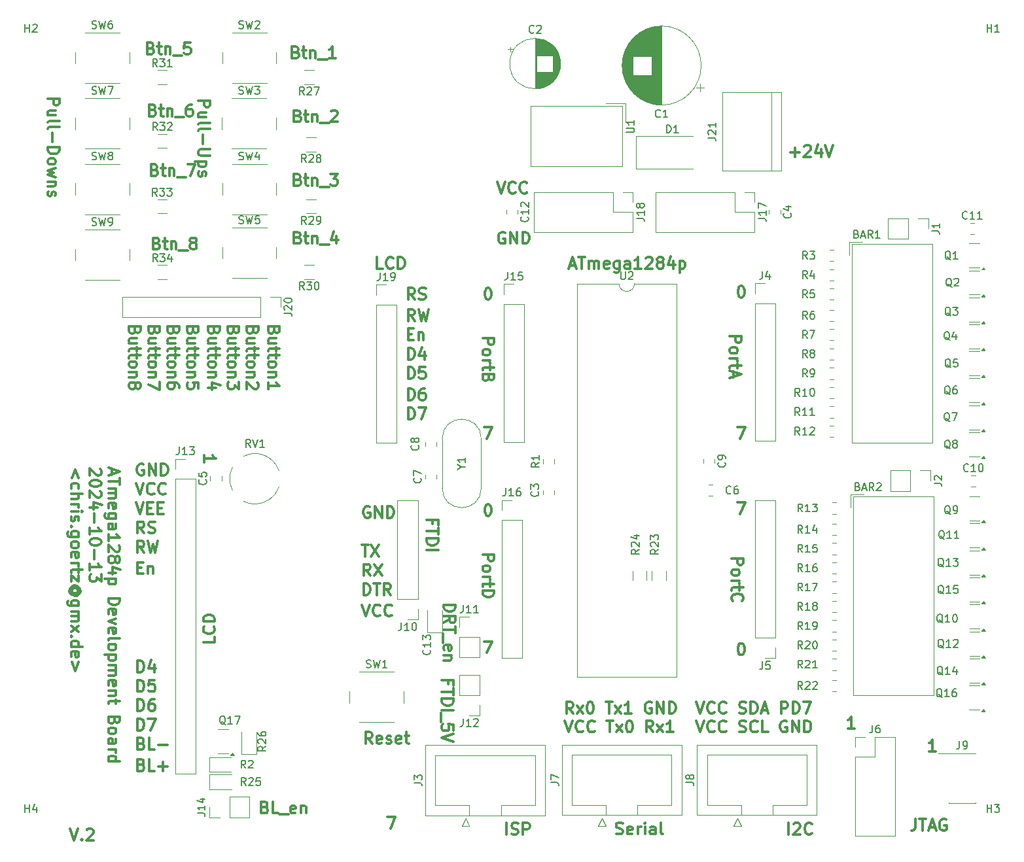
<source format=gbr>
%TF.GenerationSoftware,KiCad,Pcbnew,8.0.5*%
%TF.CreationDate,2024-11-01T12:18:04+01:00*%
%TF.ProjectId,ATmega644,41546d65-6761-4363-9434-2e6b69636164,rev?*%
%TF.SameCoordinates,Original*%
%TF.FileFunction,Legend,Top*%
%TF.FilePolarity,Positive*%
%FSLAX46Y46*%
G04 Gerber Fmt 4.6, Leading zero omitted, Abs format (unit mm)*
G04 Created by KiCad (PCBNEW 8.0.5) date 2024-11-01 12:18:04*
%MOMM*%
%LPD*%
G01*
G04 APERTURE LIST*
%ADD10C,0.300000*%
%ADD11C,0.150000*%
%ADD12C,0.120000*%
G04 APERTURE END LIST*
D10*
X66840225Y-131800828D02*
X67340225Y-133300828D01*
X67340225Y-133300828D02*
X67840225Y-131800828D01*
X68340224Y-133157971D02*
X68411653Y-133229400D01*
X68411653Y-133229400D02*
X68340224Y-133300828D01*
X68340224Y-133300828D02*
X68268796Y-133229400D01*
X68268796Y-133229400D02*
X68340224Y-133157971D01*
X68340224Y-133157971D02*
X68340224Y-133300828D01*
X68983082Y-131943685D02*
X69054510Y-131872257D01*
X69054510Y-131872257D02*
X69197368Y-131800828D01*
X69197368Y-131800828D02*
X69554510Y-131800828D01*
X69554510Y-131800828D02*
X69697368Y-131872257D01*
X69697368Y-131872257D02*
X69768796Y-131943685D01*
X69768796Y-131943685D02*
X69840225Y-132086542D01*
X69840225Y-132086542D02*
X69840225Y-132229400D01*
X69840225Y-132229400D02*
X69768796Y-132443685D01*
X69768796Y-132443685D02*
X68911653Y-133300828D01*
X68911653Y-133300828D02*
X69840225Y-133300828D01*
X92054510Y-129015114D02*
X92268796Y-129086542D01*
X92268796Y-129086542D02*
X92340225Y-129157971D01*
X92340225Y-129157971D02*
X92411653Y-129300828D01*
X92411653Y-129300828D02*
X92411653Y-129515114D01*
X92411653Y-129515114D02*
X92340225Y-129657971D01*
X92340225Y-129657971D02*
X92268796Y-129729400D01*
X92268796Y-129729400D02*
X92125939Y-129800828D01*
X92125939Y-129800828D02*
X91554510Y-129800828D01*
X91554510Y-129800828D02*
X91554510Y-128300828D01*
X91554510Y-128300828D02*
X92054510Y-128300828D01*
X92054510Y-128300828D02*
X92197368Y-128372257D01*
X92197368Y-128372257D02*
X92268796Y-128443685D01*
X92268796Y-128443685D02*
X92340225Y-128586542D01*
X92340225Y-128586542D02*
X92340225Y-128729400D01*
X92340225Y-128729400D02*
X92268796Y-128872257D01*
X92268796Y-128872257D02*
X92197368Y-128943685D01*
X92197368Y-128943685D02*
X92054510Y-129015114D01*
X92054510Y-129015114D02*
X91554510Y-129015114D01*
X93768796Y-129800828D02*
X93054510Y-129800828D01*
X93054510Y-129800828D02*
X93054510Y-128300828D01*
X93911654Y-129943685D02*
X95054511Y-129943685D01*
X95983082Y-129729400D02*
X95840225Y-129800828D01*
X95840225Y-129800828D02*
X95554511Y-129800828D01*
X95554511Y-129800828D02*
X95411653Y-129729400D01*
X95411653Y-129729400D02*
X95340225Y-129586542D01*
X95340225Y-129586542D02*
X95340225Y-129015114D01*
X95340225Y-129015114D02*
X95411653Y-128872257D01*
X95411653Y-128872257D02*
X95554511Y-128800828D01*
X95554511Y-128800828D02*
X95840225Y-128800828D01*
X95840225Y-128800828D02*
X95983082Y-128872257D01*
X95983082Y-128872257D02*
X96054511Y-129015114D01*
X96054511Y-129015114D02*
X96054511Y-129157971D01*
X96054511Y-129157971D02*
X95340225Y-129300828D01*
X96697367Y-128800828D02*
X96697367Y-129800828D01*
X96697367Y-128943685D02*
X96768796Y-128872257D01*
X96768796Y-128872257D02*
X96911653Y-128800828D01*
X96911653Y-128800828D02*
X97125939Y-128800828D01*
X97125939Y-128800828D02*
X97268796Y-128872257D01*
X97268796Y-128872257D02*
X97340225Y-129015114D01*
X97340225Y-129015114D02*
X97340225Y-129800828D01*
X131483082Y-58872257D02*
X132197368Y-58872257D01*
X131340225Y-59300828D02*
X131840225Y-57800828D01*
X131840225Y-57800828D02*
X132340225Y-59300828D01*
X132625939Y-57800828D02*
X133483082Y-57800828D01*
X133054510Y-59300828D02*
X133054510Y-57800828D01*
X133983081Y-59300828D02*
X133983081Y-58300828D01*
X133983081Y-58443685D02*
X134054510Y-58372257D01*
X134054510Y-58372257D02*
X134197367Y-58300828D01*
X134197367Y-58300828D02*
X134411653Y-58300828D01*
X134411653Y-58300828D02*
X134554510Y-58372257D01*
X134554510Y-58372257D02*
X134625939Y-58515114D01*
X134625939Y-58515114D02*
X134625939Y-59300828D01*
X134625939Y-58515114D02*
X134697367Y-58372257D01*
X134697367Y-58372257D02*
X134840224Y-58300828D01*
X134840224Y-58300828D02*
X135054510Y-58300828D01*
X135054510Y-58300828D02*
X135197367Y-58372257D01*
X135197367Y-58372257D02*
X135268796Y-58515114D01*
X135268796Y-58515114D02*
X135268796Y-59300828D01*
X136554510Y-59229400D02*
X136411653Y-59300828D01*
X136411653Y-59300828D02*
X136125939Y-59300828D01*
X136125939Y-59300828D02*
X135983081Y-59229400D01*
X135983081Y-59229400D02*
X135911653Y-59086542D01*
X135911653Y-59086542D02*
X135911653Y-58515114D01*
X135911653Y-58515114D02*
X135983081Y-58372257D01*
X135983081Y-58372257D02*
X136125939Y-58300828D01*
X136125939Y-58300828D02*
X136411653Y-58300828D01*
X136411653Y-58300828D02*
X136554510Y-58372257D01*
X136554510Y-58372257D02*
X136625939Y-58515114D01*
X136625939Y-58515114D02*
X136625939Y-58657971D01*
X136625939Y-58657971D02*
X135911653Y-58800828D01*
X137911653Y-58300828D02*
X137911653Y-59515114D01*
X137911653Y-59515114D02*
X137840224Y-59657971D01*
X137840224Y-59657971D02*
X137768795Y-59729400D01*
X137768795Y-59729400D02*
X137625938Y-59800828D01*
X137625938Y-59800828D02*
X137411653Y-59800828D01*
X137411653Y-59800828D02*
X137268795Y-59729400D01*
X137911653Y-59229400D02*
X137768795Y-59300828D01*
X137768795Y-59300828D02*
X137483081Y-59300828D01*
X137483081Y-59300828D02*
X137340224Y-59229400D01*
X137340224Y-59229400D02*
X137268795Y-59157971D01*
X137268795Y-59157971D02*
X137197367Y-59015114D01*
X137197367Y-59015114D02*
X137197367Y-58586542D01*
X137197367Y-58586542D02*
X137268795Y-58443685D01*
X137268795Y-58443685D02*
X137340224Y-58372257D01*
X137340224Y-58372257D02*
X137483081Y-58300828D01*
X137483081Y-58300828D02*
X137768795Y-58300828D01*
X137768795Y-58300828D02*
X137911653Y-58372257D01*
X139268796Y-59300828D02*
X139268796Y-58515114D01*
X139268796Y-58515114D02*
X139197367Y-58372257D01*
X139197367Y-58372257D02*
X139054510Y-58300828D01*
X139054510Y-58300828D02*
X138768796Y-58300828D01*
X138768796Y-58300828D02*
X138625938Y-58372257D01*
X139268796Y-59229400D02*
X139125938Y-59300828D01*
X139125938Y-59300828D02*
X138768796Y-59300828D01*
X138768796Y-59300828D02*
X138625938Y-59229400D01*
X138625938Y-59229400D02*
X138554510Y-59086542D01*
X138554510Y-59086542D02*
X138554510Y-58943685D01*
X138554510Y-58943685D02*
X138625938Y-58800828D01*
X138625938Y-58800828D02*
X138768796Y-58729400D01*
X138768796Y-58729400D02*
X139125938Y-58729400D01*
X139125938Y-58729400D02*
X139268796Y-58657971D01*
X140768796Y-59300828D02*
X139911653Y-59300828D01*
X140340224Y-59300828D02*
X140340224Y-57800828D01*
X140340224Y-57800828D02*
X140197367Y-58015114D01*
X140197367Y-58015114D02*
X140054510Y-58157971D01*
X140054510Y-58157971D02*
X139911653Y-58229400D01*
X141340224Y-57943685D02*
X141411652Y-57872257D01*
X141411652Y-57872257D02*
X141554510Y-57800828D01*
X141554510Y-57800828D02*
X141911652Y-57800828D01*
X141911652Y-57800828D02*
X142054510Y-57872257D01*
X142054510Y-57872257D02*
X142125938Y-57943685D01*
X142125938Y-57943685D02*
X142197367Y-58086542D01*
X142197367Y-58086542D02*
X142197367Y-58229400D01*
X142197367Y-58229400D02*
X142125938Y-58443685D01*
X142125938Y-58443685D02*
X141268795Y-59300828D01*
X141268795Y-59300828D02*
X142197367Y-59300828D01*
X143054509Y-58443685D02*
X142911652Y-58372257D01*
X142911652Y-58372257D02*
X142840223Y-58300828D01*
X142840223Y-58300828D02*
X142768795Y-58157971D01*
X142768795Y-58157971D02*
X142768795Y-58086542D01*
X142768795Y-58086542D02*
X142840223Y-57943685D01*
X142840223Y-57943685D02*
X142911652Y-57872257D01*
X142911652Y-57872257D02*
X143054509Y-57800828D01*
X143054509Y-57800828D02*
X143340223Y-57800828D01*
X143340223Y-57800828D02*
X143483081Y-57872257D01*
X143483081Y-57872257D02*
X143554509Y-57943685D01*
X143554509Y-57943685D02*
X143625938Y-58086542D01*
X143625938Y-58086542D02*
X143625938Y-58157971D01*
X143625938Y-58157971D02*
X143554509Y-58300828D01*
X143554509Y-58300828D02*
X143483081Y-58372257D01*
X143483081Y-58372257D02*
X143340223Y-58443685D01*
X143340223Y-58443685D02*
X143054509Y-58443685D01*
X143054509Y-58443685D02*
X142911652Y-58515114D01*
X142911652Y-58515114D02*
X142840223Y-58586542D01*
X142840223Y-58586542D02*
X142768795Y-58729400D01*
X142768795Y-58729400D02*
X142768795Y-59015114D01*
X142768795Y-59015114D02*
X142840223Y-59157971D01*
X142840223Y-59157971D02*
X142911652Y-59229400D01*
X142911652Y-59229400D02*
X143054509Y-59300828D01*
X143054509Y-59300828D02*
X143340223Y-59300828D01*
X143340223Y-59300828D02*
X143483081Y-59229400D01*
X143483081Y-59229400D02*
X143554509Y-59157971D01*
X143554509Y-59157971D02*
X143625938Y-59015114D01*
X143625938Y-59015114D02*
X143625938Y-58729400D01*
X143625938Y-58729400D02*
X143554509Y-58586542D01*
X143554509Y-58586542D02*
X143483081Y-58515114D01*
X143483081Y-58515114D02*
X143340223Y-58443685D01*
X144911652Y-58300828D02*
X144911652Y-59300828D01*
X144554509Y-57729400D02*
X144197366Y-58800828D01*
X144197366Y-58800828D02*
X145125937Y-58800828D01*
X145697365Y-58300828D02*
X145697365Y-59800828D01*
X145697365Y-58372257D02*
X145840223Y-58300828D01*
X145840223Y-58300828D02*
X146125937Y-58300828D01*
X146125937Y-58300828D02*
X146268794Y-58372257D01*
X146268794Y-58372257D02*
X146340223Y-58443685D01*
X146340223Y-58443685D02*
X146411651Y-58586542D01*
X146411651Y-58586542D02*
X146411651Y-59015114D01*
X146411651Y-59015114D02*
X146340223Y-59157971D01*
X146340223Y-59157971D02*
X146268794Y-59229400D01*
X146268794Y-59229400D02*
X146125937Y-59300828D01*
X146125937Y-59300828D02*
X145840223Y-59300828D01*
X145840223Y-59300828D02*
X145697365Y-59229400D01*
X147840225Y-115385912D02*
X148340225Y-116885912D01*
X148340225Y-116885912D02*
X148840225Y-115385912D01*
X150197367Y-116743055D02*
X150125939Y-116814484D01*
X150125939Y-116814484D02*
X149911653Y-116885912D01*
X149911653Y-116885912D02*
X149768796Y-116885912D01*
X149768796Y-116885912D02*
X149554510Y-116814484D01*
X149554510Y-116814484D02*
X149411653Y-116671626D01*
X149411653Y-116671626D02*
X149340224Y-116528769D01*
X149340224Y-116528769D02*
X149268796Y-116243055D01*
X149268796Y-116243055D02*
X149268796Y-116028769D01*
X149268796Y-116028769D02*
X149340224Y-115743055D01*
X149340224Y-115743055D02*
X149411653Y-115600198D01*
X149411653Y-115600198D02*
X149554510Y-115457341D01*
X149554510Y-115457341D02*
X149768796Y-115385912D01*
X149768796Y-115385912D02*
X149911653Y-115385912D01*
X149911653Y-115385912D02*
X150125939Y-115457341D01*
X150125939Y-115457341D02*
X150197367Y-115528769D01*
X151697367Y-116743055D02*
X151625939Y-116814484D01*
X151625939Y-116814484D02*
X151411653Y-116885912D01*
X151411653Y-116885912D02*
X151268796Y-116885912D01*
X151268796Y-116885912D02*
X151054510Y-116814484D01*
X151054510Y-116814484D02*
X150911653Y-116671626D01*
X150911653Y-116671626D02*
X150840224Y-116528769D01*
X150840224Y-116528769D02*
X150768796Y-116243055D01*
X150768796Y-116243055D02*
X150768796Y-116028769D01*
X150768796Y-116028769D02*
X150840224Y-115743055D01*
X150840224Y-115743055D02*
X150911653Y-115600198D01*
X150911653Y-115600198D02*
X151054510Y-115457341D01*
X151054510Y-115457341D02*
X151268796Y-115385912D01*
X151268796Y-115385912D02*
X151411653Y-115385912D01*
X151411653Y-115385912D02*
X151625939Y-115457341D01*
X151625939Y-115457341D02*
X151697367Y-115528769D01*
X153411653Y-116814484D02*
X153625939Y-116885912D01*
X153625939Y-116885912D02*
X153983081Y-116885912D01*
X153983081Y-116885912D02*
X154125939Y-116814484D01*
X154125939Y-116814484D02*
X154197367Y-116743055D01*
X154197367Y-116743055D02*
X154268796Y-116600198D01*
X154268796Y-116600198D02*
X154268796Y-116457341D01*
X154268796Y-116457341D02*
X154197367Y-116314484D01*
X154197367Y-116314484D02*
X154125939Y-116243055D01*
X154125939Y-116243055D02*
X153983081Y-116171626D01*
X153983081Y-116171626D02*
X153697367Y-116100198D01*
X153697367Y-116100198D02*
X153554510Y-116028769D01*
X153554510Y-116028769D02*
X153483081Y-115957341D01*
X153483081Y-115957341D02*
X153411653Y-115814484D01*
X153411653Y-115814484D02*
X153411653Y-115671626D01*
X153411653Y-115671626D02*
X153483081Y-115528769D01*
X153483081Y-115528769D02*
X153554510Y-115457341D01*
X153554510Y-115457341D02*
X153697367Y-115385912D01*
X153697367Y-115385912D02*
X154054510Y-115385912D01*
X154054510Y-115385912D02*
X154268796Y-115457341D01*
X154911652Y-116885912D02*
X154911652Y-115385912D01*
X154911652Y-115385912D02*
X155268795Y-115385912D01*
X155268795Y-115385912D02*
X155483081Y-115457341D01*
X155483081Y-115457341D02*
X155625938Y-115600198D01*
X155625938Y-115600198D02*
X155697367Y-115743055D01*
X155697367Y-115743055D02*
X155768795Y-116028769D01*
X155768795Y-116028769D02*
X155768795Y-116243055D01*
X155768795Y-116243055D02*
X155697367Y-116528769D01*
X155697367Y-116528769D02*
X155625938Y-116671626D01*
X155625938Y-116671626D02*
X155483081Y-116814484D01*
X155483081Y-116814484D02*
X155268795Y-116885912D01*
X155268795Y-116885912D02*
X154911652Y-116885912D01*
X156340224Y-116457341D02*
X157054510Y-116457341D01*
X156197367Y-116885912D02*
X156697367Y-115385912D01*
X156697367Y-115385912D02*
X157197367Y-116885912D01*
X158840223Y-116885912D02*
X158840223Y-115385912D01*
X158840223Y-115385912D02*
X159411652Y-115385912D01*
X159411652Y-115385912D02*
X159554509Y-115457341D01*
X159554509Y-115457341D02*
X159625938Y-115528769D01*
X159625938Y-115528769D02*
X159697366Y-115671626D01*
X159697366Y-115671626D02*
X159697366Y-115885912D01*
X159697366Y-115885912D02*
X159625938Y-116028769D01*
X159625938Y-116028769D02*
X159554509Y-116100198D01*
X159554509Y-116100198D02*
X159411652Y-116171626D01*
X159411652Y-116171626D02*
X158840223Y-116171626D01*
X160340223Y-116885912D02*
X160340223Y-115385912D01*
X160340223Y-115385912D02*
X160697366Y-115385912D01*
X160697366Y-115385912D02*
X160911652Y-115457341D01*
X160911652Y-115457341D02*
X161054509Y-115600198D01*
X161054509Y-115600198D02*
X161125938Y-115743055D01*
X161125938Y-115743055D02*
X161197366Y-116028769D01*
X161197366Y-116028769D02*
X161197366Y-116243055D01*
X161197366Y-116243055D02*
X161125938Y-116528769D01*
X161125938Y-116528769D02*
X161054509Y-116671626D01*
X161054509Y-116671626D02*
X160911652Y-116814484D01*
X160911652Y-116814484D02*
X160697366Y-116885912D01*
X160697366Y-116885912D02*
X160340223Y-116885912D01*
X161697366Y-115385912D02*
X162697366Y-115385912D01*
X162697366Y-115385912D02*
X162054509Y-116885912D01*
X147840225Y-117800828D02*
X148340225Y-119300828D01*
X148340225Y-119300828D02*
X148840225Y-117800828D01*
X150197367Y-119157971D02*
X150125939Y-119229400D01*
X150125939Y-119229400D02*
X149911653Y-119300828D01*
X149911653Y-119300828D02*
X149768796Y-119300828D01*
X149768796Y-119300828D02*
X149554510Y-119229400D01*
X149554510Y-119229400D02*
X149411653Y-119086542D01*
X149411653Y-119086542D02*
X149340224Y-118943685D01*
X149340224Y-118943685D02*
X149268796Y-118657971D01*
X149268796Y-118657971D02*
X149268796Y-118443685D01*
X149268796Y-118443685D02*
X149340224Y-118157971D01*
X149340224Y-118157971D02*
X149411653Y-118015114D01*
X149411653Y-118015114D02*
X149554510Y-117872257D01*
X149554510Y-117872257D02*
X149768796Y-117800828D01*
X149768796Y-117800828D02*
X149911653Y-117800828D01*
X149911653Y-117800828D02*
X150125939Y-117872257D01*
X150125939Y-117872257D02*
X150197367Y-117943685D01*
X151697367Y-119157971D02*
X151625939Y-119229400D01*
X151625939Y-119229400D02*
X151411653Y-119300828D01*
X151411653Y-119300828D02*
X151268796Y-119300828D01*
X151268796Y-119300828D02*
X151054510Y-119229400D01*
X151054510Y-119229400D02*
X150911653Y-119086542D01*
X150911653Y-119086542D02*
X150840224Y-118943685D01*
X150840224Y-118943685D02*
X150768796Y-118657971D01*
X150768796Y-118657971D02*
X150768796Y-118443685D01*
X150768796Y-118443685D02*
X150840224Y-118157971D01*
X150840224Y-118157971D02*
X150911653Y-118015114D01*
X150911653Y-118015114D02*
X151054510Y-117872257D01*
X151054510Y-117872257D02*
X151268796Y-117800828D01*
X151268796Y-117800828D02*
X151411653Y-117800828D01*
X151411653Y-117800828D02*
X151625939Y-117872257D01*
X151625939Y-117872257D02*
X151697367Y-117943685D01*
X153411653Y-119229400D02*
X153625939Y-119300828D01*
X153625939Y-119300828D02*
X153983081Y-119300828D01*
X153983081Y-119300828D02*
X154125939Y-119229400D01*
X154125939Y-119229400D02*
X154197367Y-119157971D01*
X154197367Y-119157971D02*
X154268796Y-119015114D01*
X154268796Y-119015114D02*
X154268796Y-118872257D01*
X154268796Y-118872257D02*
X154197367Y-118729400D01*
X154197367Y-118729400D02*
X154125939Y-118657971D01*
X154125939Y-118657971D02*
X153983081Y-118586542D01*
X153983081Y-118586542D02*
X153697367Y-118515114D01*
X153697367Y-118515114D02*
X153554510Y-118443685D01*
X153554510Y-118443685D02*
X153483081Y-118372257D01*
X153483081Y-118372257D02*
X153411653Y-118229400D01*
X153411653Y-118229400D02*
X153411653Y-118086542D01*
X153411653Y-118086542D02*
X153483081Y-117943685D01*
X153483081Y-117943685D02*
X153554510Y-117872257D01*
X153554510Y-117872257D02*
X153697367Y-117800828D01*
X153697367Y-117800828D02*
X154054510Y-117800828D01*
X154054510Y-117800828D02*
X154268796Y-117872257D01*
X155768795Y-119157971D02*
X155697367Y-119229400D01*
X155697367Y-119229400D02*
X155483081Y-119300828D01*
X155483081Y-119300828D02*
X155340224Y-119300828D01*
X155340224Y-119300828D02*
X155125938Y-119229400D01*
X155125938Y-119229400D02*
X154983081Y-119086542D01*
X154983081Y-119086542D02*
X154911652Y-118943685D01*
X154911652Y-118943685D02*
X154840224Y-118657971D01*
X154840224Y-118657971D02*
X154840224Y-118443685D01*
X154840224Y-118443685D02*
X154911652Y-118157971D01*
X154911652Y-118157971D02*
X154983081Y-118015114D01*
X154983081Y-118015114D02*
X155125938Y-117872257D01*
X155125938Y-117872257D02*
X155340224Y-117800828D01*
X155340224Y-117800828D02*
X155483081Y-117800828D01*
X155483081Y-117800828D02*
X155697367Y-117872257D01*
X155697367Y-117872257D02*
X155768795Y-117943685D01*
X157125938Y-119300828D02*
X156411652Y-119300828D01*
X156411652Y-119300828D02*
X156411652Y-117800828D01*
X159554510Y-117872257D02*
X159411653Y-117800828D01*
X159411653Y-117800828D02*
X159197367Y-117800828D01*
X159197367Y-117800828D02*
X158983081Y-117872257D01*
X158983081Y-117872257D02*
X158840224Y-118015114D01*
X158840224Y-118015114D02*
X158768795Y-118157971D01*
X158768795Y-118157971D02*
X158697367Y-118443685D01*
X158697367Y-118443685D02*
X158697367Y-118657971D01*
X158697367Y-118657971D02*
X158768795Y-118943685D01*
X158768795Y-118943685D02*
X158840224Y-119086542D01*
X158840224Y-119086542D02*
X158983081Y-119229400D01*
X158983081Y-119229400D02*
X159197367Y-119300828D01*
X159197367Y-119300828D02*
X159340224Y-119300828D01*
X159340224Y-119300828D02*
X159554510Y-119229400D01*
X159554510Y-119229400D02*
X159625938Y-119157971D01*
X159625938Y-119157971D02*
X159625938Y-118657971D01*
X159625938Y-118657971D02*
X159340224Y-118657971D01*
X160268795Y-119300828D02*
X160268795Y-117800828D01*
X160268795Y-117800828D02*
X161125938Y-119300828D01*
X161125938Y-119300828D02*
X161125938Y-117800828D01*
X161840224Y-119300828D02*
X161840224Y-117800828D01*
X161840224Y-117800828D02*
X162197367Y-117800828D01*
X162197367Y-117800828D02*
X162411653Y-117872257D01*
X162411653Y-117872257D02*
X162554510Y-118015114D01*
X162554510Y-118015114D02*
X162625939Y-118157971D01*
X162625939Y-118157971D02*
X162697367Y-118443685D01*
X162697367Y-118443685D02*
X162697367Y-118657971D01*
X162697367Y-118657971D02*
X162625939Y-118943685D01*
X162625939Y-118943685D02*
X162554510Y-119086542D01*
X162554510Y-119086542D02*
X162411653Y-119229400D01*
X162411653Y-119229400D02*
X162197367Y-119300828D01*
X162197367Y-119300828D02*
X161840224Y-119300828D01*
X131911653Y-116885912D02*
X131411653Y-116171626D01*
X131054510Y-116885912D02*
X131054510Y-115385912D01*
X131054510Y-115385912D02*
X131625939Y-115385912D01*
X131625939Y-115385912D02*
X131768796Y-115457341D01*
X131768796Y-115457341D02*
X131840225Y-115528769D01*
X131840225Y-115528769D02*
X131911653Y-115671626D01*
X131911653Y-115671626D02*
X131911653Y-115885912D01*
X131911653Y-115885912D02*
X131840225Y-116028769D01*
X131840225Y-116028769D02*
X131768796Y-116100198D01*
X131768796Y-116100198D02*
X131625939Y-116171626D01*
X131625939Y-116171626D02*
X131054510Y-116171626D01*
X132411653Y-116885912D02*
X133197368Y-115885912D01*
X132411653Y-115885912D02*
X133197368Y-116885912D01*
X134054511Y-115385912D02*
X134197368Y-115385912D01*
X134197368Y-115385912D02*
X134340225Y-115457341D01*
X134340225Y-115457341D02*
X134411654Y-115528769D01*
X134411654Y-115528769D02*
X134483082Y-115671626D01*
X134483082Y-115671626D02*
X134554511Y-115957341D01*
X134554511Y-115957341D02*
X134554511Y-116314484D01*
X134554511Y-116314484D02*
X134483082Y-116600198D01*
X134483082Y-116600198D02*
X134411654Y-116743055D01*
X134411654Y-116743055D02*
X134340225Y-116814484D01*
X134340225Y-116814484D02*
X134197368Y-116885912D01*
X134197368Y-116885912D02*
X134054511Y-116885912D01*
X134054511Y-116885912D02*
X133911654Y-116814484D01*
X133911654Y-116814484D02*
X133840225Y-116743055D01*
X133840225Y-116743055D02*
X133768796Y-116600198D01*
X133768796Y-116600198D02*
X133697368Y-116314484D01*
X133697368Y-116314484D02*
X133697368Y-115957341D01*
X133697368Y-115957341D02*
X133768796Y-115671626D01*
X133768796Y-115671626D02*
X133840225Y-115528769D01*
X133840225Y-115528769D02*
X133911654Y-115457341D01*
X133911654Y-115457341D02*
X134054511Y-115385912D01*
X136125939Y-115385912D02*
X136983082Y-115385912D01*
X136554510Y-116885912D02*
X136554510Y-115385912D01*
X137340224Y-116885912D02*
X138125939Y-115885912D01*
X137340224Y-115885912D02*
X138125939Y-116885912D01*
X139483082Y-116885912D02*
X138625939Y-116885912D01*
X139054510Y-116885912D02*
X139054510Y-115385912D01*
X139054510Y-115385912D02*
X138911653Y-115600198D01*
X138911653Y-115600198D02*
X138768796Y-115743055D01*
X138768796Y-115743055D02*
X138625939Y-115814484D01*
X142054510Y-115457341D02*
X141911653Y-115385912D01*
X141911653Y-115385912D02*
X141697367Y-115385912D01*
X141697367Y-115385912D02*
X141483081Y-115457341D01*
X141483081Y-115457341D02*
X141340224Y-115600198D01*
X141340224Y-115600198D02*
X141268795Y-115743055D01*
X141268795Y-115743055D02*
X141197367Y-116028769D01*
X141197367Y-116028769D02*
X141197367Y-116243055D01*
X141197367Y-116243055D02*
X141268795Y-116528769D01*
X141268795Y-116528769D02*
X141340224Y-116671626D01*
X141340224Y-116671626D02*
X141483081Y-116814484D01*
X141483081Y-116814484D02*
X141697367Y-116885912D01*
X141697367Y-116885912D02*
X141840224Y-116885912D01*
X141840224Y-116885912D02*
X142054510Y-116814484D01*
X142054510Y-116814484D02*
X142125938Y-116743055D01*
X142125938Y-116743055D02*
X142125938Y-116243055D01*
X142125938Y-116243055D02*
X141840224Y-116243055D01*
X142768795Y-116885912D02*
X142768795Y-115385912D01*
X142768795Y-115385912D02*
X143625938Y-116885912D01*
X143625938Y-116885912D02*
X143625938Y-115385912D01*
X144340224Y-116885912D02*
X144340224Y-115385912D01*
X144340224Y-115385912D02*
X144697367Y-115385912D01*
X144697367Y-115385912D02*
X144911653Y-115457341D01*
X144911653Y-115457341D02*
X145054510Y-115600198D01*
X145054510Y-115600198D02*
X145125939Y-115743055D01*
X145125939Y-115743055D02*
X145197367Y-116028769D01*
X145197367Y-116028769D02*
X145197367Y-116243055D01*
X145197367Y-116243055D02*
X145125939Y-116528769D01*
X145125939Y-116528769D02*
X145054510Y-116671626D01*
X145054510Y-116671626D02*
X144911653Y-116814484D01*
X144911653Y-116814484D02*
X144697367Y-116885912D01*
X144697367Y-116885912D02*
X144340224Y-116885912D01*
X130840225Y-117800828D02*
X131340225Y-119300828D01*
X131340225Y-119300828D02*
X131840225Y-117800828D01*
X133197367Y-119157971D02*
X133125939Y-119229400D01*
X133125939Y-119229400D02*
X132911653Y-119300828D01*
X132911653Y-119300828D02*
X132768796Y-119300828D01*
X132768796Y-119300828D02*
X132554510Y-119229400D01*
X132554510Y-119229400D02*
X132411653Y-119086542D01*
X132411653Y-119086542D02*
X132340224Y-118943685D01*
X132340224Y-118943685D02*
X132268796Y-118657971D01*
X132268796Y-118657971D02*
X132268796Y-118443685D01*
X132268796Y-118443685D02*
X132340224Y-118157971D01*
X132340224Y-118157971D02*
X132411653Y-118015114D01*
X132411653Y-118015114D02*
X132554510Y-117872257D01*
X132554510Y-117872257D02*
X132768796Y-117800828D01*
X132768796Y-117800828D02*
X132911653Y-117800828D01*
X132911653Y-117800828D02*
X133125939Y-117872257D01*
X133125939Y-117872257D02*
X133197367Y-117943685D01*
X134697367Y-119157971D02*
X134625939Y-119229400D01*
X134625939Y-119229400D02*
X134411653Y-119300828D01*
X134411653Y-119300828D02*
X134268796Y-119300828D01*
X134268796Y-119300828D02*
X134054510Y-119229400D01*
X134054510Y-119229400D02*
X133911653Y-119086542D01*
X133911653Y-119086542D02*
X133840224Y-118943685D01*
X133840224Y-118943685D02*
X133768796Y-118657971D01*
X133768796Y-118657971D02*
X133768796Y-118443685D01*
X133768796Y-118443685D02*
X133840224Y-118157971D01*
X133840224Y-118157971D02*
X133911653Y-118015114D01*
X133911653Y-118015114D02*
X134054510Y-117872257D01*
X134054510Y-117872257D02*
X134268796Y-117800828D01*
X134268796Y-117800828D02*
X134411653Y-117800828D01*
X134411653Y-117800828D02*
X134625939Y-117872257D01*
X134625939Y-117872257D02*
X134697367Y-117943685D01*
X136268796Y-117800828D02*
X137125939Y-117800828D01*
X136697367Y-119300828D02*
X136697367Y-117800828D01*
X137483081Y-119300828D02*
X138268796Y-118300828D01*
X137483081Y-118300828D02*
X138268796Y-119300828D01*
X139125939Y-117800828D02*
X139268796Y-117800828D01*
X139268796Y-117800828D02*
X139411653Y-117872257D01*
X139411653Y-117872257D02*
X139483082Y-117943685D01*
X139483082Y-117943685D02*
X139554510Y-118086542D01*
X139554510Y-118086542D02*
X139625939Y-118372257D01*
X139625939Y-118372257D02*
X139625939Y-118729400D01*
X139625939Y-118729400D02*
X139554510Y-119015114D01*
X139554510Y-119015114D02*
X139483082Y-119157971D01*
X139483082Y-119157971D02*
X139411653Y-119229400D01*
X139411653Y-119229400D02*
X139268796Y-119300828D01*
X139268796Y-119300828D02*
X139125939Y-119300828D01*
X139125939Y-119300828D02*
X138983082Y-119229400D01*
X138983082Y-119229400D02*
X138911653Y-119157971D01*
X138911653Y-119157971D02*
X138840224Y-119015114D01*
X138840224Y-119015114D02*
X138768796Y-118729400D01*
X138768796Y-118729400D02*
X138768796Y-118372257D01*
X138768796Y-118372257D02*
X138840224Y-118086542D01*
X138840224Y-118086542D02*
X138911653Y-117943685D01*
X138911653Y-117943685D02*
X138983082Y-117872257D01*
X138983082Y-117872257D02*
X139125939Y-117800828D01*
X142268795Y-119300828D02*
X141768795Y-118586542D01*
X141411652Y-119300828D02*
X141411652Y-117800828D01*
X141411652Y-117800828D02*
X141983081Y-117800828D01*
X141983081Y-117800828D02*
X142125938Y-117872257D01*
X142125938Y-117872257D02*
X142197367Y-117943685D01*
X142197367Y-117943685D02*
X142268795Y-118086542D01*
X142268795Y-118086542D02*
X142268795Y-118300828D01*
X142268795Y-118300828D02*
X142197367Y-118443685D01*
X142197367Y-118443685D02*
X142125938Y-118515114D01*
X142125938Y-118515114D02*
X141983081Y-118586542D01*
X141983081Y-118586542D02*
X141411652Y-118586542D01*
X142768795Y-119300828D02*
X143554510Y-118300828D01*
X142768795Y-118300828D02*
X143554510Y-119300828D01*
X144911653Y-119300828D02*
X144054510Y-119300828D01*
X144483081Y-119300828D02*
X144483081Y-117800828D01*
X144483081Y-117800828D02*
X144340224Y-118015114D01*
X144340224Y-118015114D02*
X144197367Y-118157971D01*
X144197367Y-118157971D02*
X144054510Y-118229400D01*
X168340225Y-118800828D02*
X167483082Y-118800828D01*
X167911653Y-118800828D02*
X167911653Y-117300828D01*
X167911653Y-117300828D02*
X167768796Y-117515114D01*
X167768796Y-117515114D02*
X167625939Y-117657971D01*
X167625939Y-117657971D02*
X167483082Y-117729400D01*
X178840225Y-121800828D02*
X177983082Y-121800828D01*
X178411653Y-121800828D02*
X178411653Y-120300828D01*
X178411653Y-120300828D02*
X178268796Y-120515114D01*
X178268796Y-120515114D02*
X178125939Y-120657971D01*
X178125939Y-120657971D02*
X177983082Y-120729400D01*
X105590225Y-90122257D02*
X105447368Y-90050828D01*
X105447368Y-90050828D02*
X105233082Y-90050828D01*
X105233082Y-90050828D02*
X105018796Y-90122257D01*
X105018796Y-90122257D02*
X104875939Y-90265114D01*
X104875939Y-90265114D02*
X104804510Y-90407971D01*
X104804510Y-90407971D02*
X104733082Y-90693685D01*
X104733082Y-90693685D02*
X104733082Y-90907971D01*
X104733082Y-90907971D02*
X104804510Y-91193685D01*
X104804510Y-91193685D02*
X104875939Y-91336542D01*
X104875939Y-91336542D02*
X105018796Y-91479400D01*
X105018796Y-91479400D02*
X105233082Y-91550828D01*
X105233082Y-91550828D02*
X105375939Y-91550828D01*
X105375939Y-91550828D02*
X105590225Y-91479400D01*
X105590225Y-91479400D02*
X105661653Y-91407971D01*
X105661653Y-91407971D02*
X105661653Y-90907971D01*
X105661653Y-90907971D02*
X105375939Y-90907971D01*
X106304510Y-91550828D02*
X106304510Y-90050828D01*
X106304510Y-90050828D02*
X107161653Y-91550828D01*
X107161653Y-91550828D02*
X107161653Y-90050828D01*
X107875939Y-91550828D02*
X107875939Y-90050828D01*
X107875939Y-90050828D02*
X108233082Y-90050828D01*
X108233082Y-90050828D02*
X108447368Y-90122257D01*
X108447368Y-90122257D02*
X108590225Y-90265114D01*
X108590225Y-90265114D02*
X108661654Y-90407971D01*
X108661654Y-90407971D02*
X108733082Y-90693685D01*
X108733082Y-90693685D02*
X108733082Y-90907971D01*
X108733082Y-90907971D02*
X108661654Y-91193685D01*
X108661654Y-91193685D02*
X108590225Y-91336542D01*
X108590225Y-91336542D02*
X108447368Y-91479400D01*
X108447368Y-91479400D02*
X108233082Y-91550828D01*
X108233082Y-91550828D02*
X107875939Y-91550828D01*
X104590225Y-95050828D02*
X105447368Y-95050828D01*
X105018796Y-96550828D02*
X105018796Y-95050828D01*
X105804510Y-95050828D02*
X106804510Y-96550828D01*
X106804510Y-95050828D02*
X105804510Y-96550828D01*
X105661653Y-99050828D02*
X105161653Y-98336542D01*
X104804510Y-99050828D02*
X104804510Y-97550828D01*
X104804510Y-97550828D02*
X105375939Y-97550828D01*
X105375939Y-97550828D02*
X105518796Y-97622257D01*
X105518796Y-97622257D02*
X105590225Y-97693685D01*
X105590225Y-97693685D02*
X105661653Y-97836542D01*
X105661653Y-97836542D02*
X105661653Y-98050828D01*
X105661653Y-98050828D02*
X105590225Y-98193685D01*
X105590225Y-98193685D02*
X105518796Y-98265114D01*
X105518796Y-98265114D02*
X105375939Y-98336542D01*
X105375939Y-98336542D02*
X104804510Y-98336542D01*
X106161653Y-97550828D02*
X107161653Y-99050828D01*
X107161653Y-97550828D02*
X106161653Y-99050828D01*
X104804510Y-101550828D02*
X104804510Y-100050828D01*
X104804510Y-100050828D02*
X105161653Y-100050828D01*
X105161653Y-100050828D02*
X105375939Y-100122257D01*
X105375939Y-100122257D02*
X105518796Y-100265114D01*
X105518796Y-100265114D02*
X105590225Y-100407971D01*
X105590225Y-100407971D02*
X105661653Y-100693685D01*
X105661653Y-100693685D02*
X105661653Y-100907971D01*
X105661653Y-100907971D02*
X105590225Y-101193685D01*
X105590225Y-101193685D02*
X105518796Y-101336542D01*
X105518796Y-101336542D02*
X105375939Y-101479400D01*
X105375939Y-101479400D02*
X105161653Y-101550828D01*
X105161653Y-101550828D02*
X104804510Y-101550828D01*
X106090225Y-100050828D02*
X106947368Y-100050828D01*
X106518796Y-101550828D02*
X106518796Y-100050828D01*
X108304510Y-101550828D02*
X107804510Y-100836542D01*
X107447367Y-101550828D02*
X107447367Y-100050828D01*
X107447367Y-100050828D02*
X108018796Y-100050828D01*
X108018796Y-100050828D02*
X108161653Y-100122257D01*
X108161653Y-100122257D02*
X108233082Y-100193685D01*
X108233082Y-100193685D02*
X108304510Y-100336542D01*
X108304510Y-100336542D02*
X108304510Y-100550828D01*
X108304510Y-100550828D02*
X108233082Y-100693685D01*
X108233082Y-100693685D02*
X108161653Y-100765114D01*
X108161653Y-100765114D02*
X108018796Y-100836542D01*
X108018796Y-100836542D02*
X107447367Y-100836542D01*
X104590225Y-102800828D02*
X105090225Y-104300828D01*
X105090225Y-104300828D02*
X105590225Y-102800828D01*
X106947367Y-104157971D02*
X106875939Y-104229400D01*
X106875939Y-104229400D02*
X106661653Y-104300828D01*
X106661653Y-104300828D02*
X106518796Y-104300828D01*
X106518796Y-104300828D02*
X106304510Y-104229400D01*
X106304510Y-104229400D02*
X106161653Y-104086542D01*
X106161653Y-104086542D02*
X106090224Y-103943685D01*
X106090224Y-103943685D02*
X106018796Y-103657971D01*
X106018796Y-103657971D02*
X106018796Y-103443685D01*
X106018796Y-103443685D02*
X106090224Y-103157971D01*
X106090224Y-103157971D02*
X106161653Y-103015114D01*
X106161653Y-103015114D02*
X106304510Y-102872257D01*
X106304510Y-102872257D02*
X106518796Y-102800828D01*
X106518796Y-102800828D02*
X106661653Y-102800828D01*
X106661653Y-102800828D02*
X106875939Y-102872257D01*
X106875939Y-102872257D02*
X106947367Y-102943685D01*
X108447367Y-104157971D02*
X108375939Y-104229400D01*
X108375939Y-104229400D02*
X108161653Y-104300828D01*
X108161653Y-104300828D02*
X108018796Y-104300828D01*
X108018796Y-104300828D02*
X107804510Y-104229400D01*
X107804510Y-104229400D02*
X107661653Y-104086542D01*
X107661653Y-104086542D02*
X107590224Y-103943685D01*
X107590224Y-103943685D02*
X107518796Y-103657971D01*
X107518796Y-103657971D02*
X107518796Y-103443685D01*
X107518796Y-103443685D02*
X107590224Y-103157971D01*
X107590224Y-103157971D02*
X107661653Y-103015114D01*
X107661653Y-103015114D02*
X107804510Y-102872257D01*
X107804510Y-102872257D02*
X108018796Y-102800828D01*
X108018796Y-102800828D02*
X108161653Y-102800828D01*
X108161653Y-102800828D02*
X108375939Y-102872257D01*
X108375939Y-102872257D02*
X108447367Y-102943685D01*
X107911653Y-130300828D02*
X108911653Y-130300828D01*
X108911653Y-130300828D02*
X108268796Y-131800828D01*
X120840225Y-89800828D02*
X120983082Y-89800828D01*
X120983082Y-89800828D02*
X121125939Y-89872257D01*
X121125939Y-89872257D02*
X121197368Y-89943685D01*
X121197368Y-89943685D02*
X121268796Y-90086542D01*
X121268796Y-90086542D02*
X121340225Y-90372257D01*
X121340225Y-90372257D02*
X121340225Y-90729400D01*
X121340225Y-90729400D02*
X121268796Y-91015114D01*
X121268796Y-91015114D02*
X121197368Y-91157971D01*
X121197368Y-91157971D02*
X121125939Y-91229400D01*
X121125939Y-91229400D02*
X120983082Y-91300828D01*
X120983082Y-91300828D02*
X120840225Y-91300828D01*
X120840225Y-91300828D02*
X120697368Y-91229400D01*
X120697368Y-91229400D02*
X120625939Y-91157971D01*
X120625939Y-91157971D02*
X120554510Y-91015114D01*
X120554510Y-91015114D02*
X120483082Y-90729400D01*
X120483082Y-90729400D02*
X120483082Y-90372257D01*
X120483082Y-90372257D02*
X120554510Y-90086542D01*
X120554510Y-90086542D02*
X120625939Y-89943685D01*
X120625939Y-89943685D02*
X120697368Y-89872257D01*
X120697368Y-89872257D02*
X120840225Y-89800828D01*
X120411653Y-107550828D02*
X121411653Y-107550828D01*
X121411653Y-107550828D02*
X120768796Y-109050828D01*
X120411653Y-79800828D02*
X121411653Y-79800828D01*
X121411653Y-79800828D02*
X120768796Y-81300828D01*
X120840225Y-61800828D02*
X120983082Y-61800828D01*
X120983082Y-61800828D02*
X121125939Y-61872257D01*
X121125939Y-61872257D02*
X121197368Y-61943685D01*
X121197368Y-61943685D02*
X121268796Y-62086542D01*
X121268796Y-62086542D02*
X121340225Y-62372257D01*
X121340225Y-62372257D02*
X121340225Y-62729400D01*
X121340225Y-62729400D02*
X121268796Y-63015114D01*
X121268796Y-63015114D02*
X121197368Y-63157971D01*
X121197368Y-63157971D02*
X121125939Y-63229400D01*
X121125939Y-63229400D02*
X120983082Y-63300828D01*
X120983082Y-63300828D02*
X120840225Y-63300828D01*
X120840225Y-63300828D02*
X120697368Y-63229400D01*
X120697368Y-63229400D02*
X120625939Y-63157971D01*
X120625939Y-63157971D02*
X120554510Y-63015114D01*
X120554510Y-63015114D02*
X120483082Y-62729400D01*
X120483082Y-62729400D02*
X120483082Y-62372257D01*
X120483082Y-62372257D02*
X120554510Y-62086542D01*
X120554510Y-62086542D02*
X120625939Y-61943685D01*
X120625939Y-61943685D02*
X120697368Y-61872257D01*
X120697368Y-61872257D02*
X120840225Y-61800828D01*
X153590225Y-61550828D02*
X153733082Y-61550828D01*
X153733082Y-61550828D02*
X153875939Y-61622257D01*
X153875939Y-61622257D02*
X153947368Y-61693685D01*
X153947368Y-61693685D02*
X154018796Y-61836542D01*
X154018796Y-61836542D02*
X154090225Y-62122257D01*
X154090225Y-62122257D02*
X154090225Y-62479400D01*
X154090225Y-62479400D02*
X154018796Y-62765114D01*
X154018796Y-62765114D02*
X153947368Y-62907971D01*
X153947368Y-62907971D02*
X153875939Y-62979400D01*
X153875939Y-62979400D02*
X153733082Y-63050828D01*
X153733082Y-63050828D02*
X153590225Y-63050828D01*
X153590225Y-63050828D02*
X153447368Y-62979400D01*
X153447368Y-62979400D02*
X153375939Y-62907971D01*
X153375939Y-62907971D02*
X153304510Y-62765114D01*
X153304510Y-62765114D02*
X153233082Y-62479400D01*
X153233082Y-62479400D02*
X153233082Y-62122257D01*
X153233082Y-62122257D02*
X153304510Y-61836542D01*
X153304510Y-61836542D02*
X153375939Y-61693685D01*
X153375939Y-61693685D02*
X153447368Y-61622257D01*
X153447368Y-61622257D02*
X153590225Y-61550828D01*
X153161653Y-79800828D02*
X154161653Y-79800828D01*
X154161653Y-79800828D02*
X153518796Y-81300828D01*
X153161653Y-89550828D02*
X154161653Y-89550828D01*
X154161653Y-89550828D02*
X153518796Y-91050828D01*
X153590225Y-107800828D02*
X153733082Y-107800828D01*
X153733082Y-107800828D02*
X153875939Y-107872257D01*
X153875939Y-107872257D02*
X153947368Y-107943685D01*
X153947368Y-107943685D02*
X154018796Y-108086542D01*
X154018796Y-108086542D02*
X154090225Y-108372257D01*
X154090225Y-108372257D02*
X154090225Y-108729400D01*
X154090225Y-108729400D02*
X154018796Y-109015114D01*
X154018796Y-109015114D02*
X153947368Y-109157971D01*
X153947368Y-109157971D02*
X153875939Y-109229400D01*
X153875939Y-109229400D02*
X153733082Y-109300828D01*
X153733082Y-109300828D02*
X153590225Y-109300828D01*
X153590225Y-109300828D02*
X153447368Y-109229400D01*
X153447368Y-109229400D02*
X153375939Y-109157971D01*
X153375939Y-109157971D02*
X153304510Y-109015114D01*
X153304510Y-109015114D02*
X153233082Y-108729400D01*
X153233082Y-108729400D02*
X153233082Y-108372257D01*
X153233082Y-108372257D02*
X153304510Y-108086542D01*
X153304510Y-108086542D02*
X153375939Y-107943685D01*
X153375939Y-107943685D02*
X153447368Y-107872257D01*
X153447368Y-107872257D02*
X153590225Y-107800828D01*
X76340225Y-84622257D02*
X76197368Y-84550828D01*
X76197368Y-84550828D02*
X75983082Y-84550828D01*
X75983082Y-84550828D02*
X75768796Y-84622257D01*
X75768796Y-84622257D02*
X75625939Y-84765114D01*
X75625939Y-84765114D02*
X75554510Y-84907971D01*
X75554510Y-84907971D02*
X75483082Y-85193685D01*
X75483082Y-85193685D02*
X75483082Y-85407971D01*
X75483082Y-85407971D02*
X75554510Y-85693685D01*
X75554510Y-85693685D02*
X75625939Y-85836542D01*
X75625939Y-85836542D02*
X75768796Y-85979400D01*
X75768796Y-85979400D02*
X75983082Y-86050828D01*
X75983082Y-86050828D02*
X76125939Y-86050828D01*
X76125939Y-86050828D02*
X76340225Y-85979400D01*
X76340225Y-85979400D02*
X76411653Y-85907971D01*
X76411653Y-85907971D02*
X76411653Y-85407971D01*
X76411653Y-85407971D02*
X76125939Y-85407971D01*
X77054510Y-86050828D02*
X77054510Y-84550828D01*
X77054510Y-84550828D02*
X77911653Y-86050828D01*
X77911653Y-86050828D02*
X77911653Y-84550828D01*
X78625939Y-86050828D02*
X78625939Y-84550828D01*
X78625939Y-84550828D02*
X78983082Y-84550828D01*
X78983082Y-84550828D02*
X79197368Y-84622257D01*
X79197368Y-84622257D02*
X79340225Y-84765114D01*
X79340225Y-84765114D02*
X79411654Y-84907971D01*
X79411654Y-84907971D02*
X79483082Y-85193685D01*
X79483082Y-85193685D02*
X79483082Y-85407971D01*
X79483082Y-85407971D02*
X79411654Y-85693685D01*
X79411654Y-85693685D02*
X79340225Y-85836542D01*
X79340225Y-85836542D02*
X79197368Y-85979400D01*
X79197368Y-85979400D02*
X78983082Y-86050828D01*
X78983082Y-86050828D02*
X78625939Y-86050828D01*
X75340225Y-87050828D02*
X75840225Y-88550828D01*
X75840225Y-88550828D02*
X76340225Y-87050828D01*
X77697367Y-88407971D02*
X77625939Y-88479400D01*
X77625939Y-88479400D02*
X77411653Y-88550828D01*
X77411653Y-88550828D02*
X77268796Y-88550828D01*
X77268796Y-88550828D02*
X77054510Y-88479400D01*
X77054510Y-88479400D02*
X76911653Y-88336542D01*
X76911653Y-88336542D02*
X76840224Y-88193685D01*
X76840224Y-88193685D02*
X76768796Y-87907971D01*
X76768796Y-87907971D02*
X76768796Y-87693685D01*
X76768796Y-87693685D02*
X76840224Y-87407971D01*
X76840224Y-87407971D02*
X76911653Y-87265114D01*
X76911653Y-87265114D02*
X77054510Y-87122257D01*
X77054510Y-87122257D02*
X77268796Y-87050828D01*
X77268796Y-87050828D02*
X77411653Y-87050828D01*
X77411653Y-87050828D02*
X77625939Y-87122257D01*
X77625939Y-87122257D02*
X77697367Y-87193685D01*
X79197367Y-88407971D02*
X79125939Y-88479400D01*
X79125939Y-88479400D02*
X78911653Y-88550828D01*
X78911653Y-88550828D02*
X78768796Y-88550828D01*
X78768796Y-88550828D02*
X78554510Y-88479400D01*
X78554510Y-88479400D02*
X78411653Y-88336542D01*
X78411653Y-88336542D02*
X78340224Y-88193685D01*
X78340224Y-88193685D02*
X78268796Y-87907971D01*
X78268796Y-87907971D02*
X78268796Y-87693685D01*
X78268796Y-87693685D02*
X78340224Y-87407971D01*
X78340224Y-87407971D02*
X78411653Y-87265114D01*
X78411653Y-87265114D02*
X78554510Y-87122257D01*
X78554510Y-87122257D02*
X78768796Y-87050828D01*
X78768796Y-87050828D02*
X78911653Y-87050828D01*
X78911653Y-87050828D02*
X79125939Y-87122257D01*
X79125939Y-87122257D02*
X79197367Y-87193685D01*
X75340225Y-89550828D02*
X75840225Y-91050828D01*
X75840225Y-91050828D02*
X76340225Y-89550828D01*
X76840224Y-90265114D02*
X77340224Y-90265114D01*
X77554510Y-91050828D02*
X76840224Y-91050828D01*
X76840224Y-91050828D02*
X76840224Y-89550828D01*
X76840224Y-89550828D02*
X77554510Y-89550828D01*
X78197367Y-90265114D02*
X78697367Y-90265114D01*
X78911653Y-91050828D02*
X78197367Y-91050828D01*
X78197367Y-91050828D02*
X78197367Y-89550828D01*
X78197367Y-89550828D02*
X78911653Y-89550828D01*
X76411653Y-93550828D02*
X75911653Y-92836542D01*
X75554510Y-93550828D02*
X75554510Y-92050828D01*
X75554510Y-92050828D02*
X76125939Y-92050828D01*
X76125939Y-92050828D02*
X76268796Y-92122257D01*
X76268796Y-92122257D02*
X76340225Y-92193685D01*
X76340225Y-92193685D02*
X76411653Y-92336542D01*
X76411653Y-92336542D02*
X76411653Y-92550828D01*
X76411653Y-92550828D02*
X76340225Y-92693685D01*
X76340225Y-92693685D02*
X76268796Y-92765114D01*
X76268796Y-92765114D02*
X76125939Y-92836542D01*
X76125939Y-92836542D02*
X75554510Y-92836542D01*
X76983082Y-93479400D02*
X77197368Y-93550828D01*
X77197368Y-93550828D02*
X77554510Y-93550828D01*
X77554510Y-93550828D02*
X77697368Y-93479400D01*
X77697368Y-93479400D02*
X77768796Y-93407971D01*
X77768796Y-93407971D02*
X77840225Y-93265114D01*
X77840225Y-93265114D02*
X77840225Y-93122257D01*
X77840225Y-93122257D02*
X77768796Y-92979400D01*
X77768796Y-92979400D02*
X77697368Y-92907971D01*
X77697368Y-92907971D02*
X77554510Y-92836542D01*
X77554510Y-92836542D02*
X77268796Y-92765114D01*
X77268796Y-92765114D02*
X77125939Y-92693685D01*
X77125939Y-92693685D02*
X77054510Y-92622257D01*
X77054510Y-92622257D02*
X76983082Y-92479400D01*
X76983082Y-92479400D02*
X76983082Y-92336542D01*
X76983082Y-92336542D02*
X77054510Y-92193685D01*
X77054510Y-92193685D02*
X77125939Y-92122257D01*
X77125939Y-92122257D02*
X77268796Y-92050828D01*
X77268796Y-92050828D02*
X77625939Y-92050828D01*
X77625939Y-92050828D02*
X77840225Y-92122257D01*
X76411653Y-96050828D02*
X75911653Y-95336542D01*
X75554510Y-96050828D02*
X75554510Y-94550828D01*
X75554510Y-94550828D02*
X76125939Y-94550828D01*
X76125939Y-94550828D02*
X76268796Y-94622257D01*
X76268796Y-94622257D02*
X76340225Y-94693685D01*
X76340225Y-94693685D02*
X76411653Y-94836542D01*
X76411653Y-94836542D02*
X76411653Y-95050828D01*
X76411653Y-95050828D02*
X76340225Y-95193685D01*
X76340225Y-95193685D02*
X76268796Y-95265114D01*
X76268796Y-95265114D02*
X76125939Y-95336542D01*
X76125939Y-95336542D02*
X75554510Y-95336542D01*
X76911653Y-94550828D02*
X77268796Y-96050828D01*
X77268796Y-96050828D02*
X77554510Y-94979400D01*
X77554510Y-94979400D02*
X77840225Y-96050828D01*
X77840225Y-96050828D02*
X78197368Y-94550828D01*
X75554510Y-98015114D02*
X76054510Y-98015114D01*
X76268796Y-98800828D02*
X75554510Y-98800828D01*
X75554510Y-98800828D02*
X75554510Y-97300828D01*
X75554510Y-97300828D02*
X76268796Y-97300828D01*
X76911653Y-97800828D02*
X76911653Y-98800828D01*
X76911653Y-97943685D02*
X76983082Y-97872257D01*
X76983082Y-97872257D02*
X77125939Y-97800828D01*
X77125939Y-97800828D02*
X77340225Y-97800828D01*
X77340225Y-97800828D02*
X77483082Y-97872257D01*
X77483082Y-97872257D02*
X77554511Y-98015114D01*
X77554511Y-98015114D02*
X77554511Y-98800828D01*
X75554510Y-111550828D02*
X75554510Y-110050828D01*
X75554510Y-110050828D02*
X75911653Y-110050828D01*
X75911653Y-110050828D02*
X76125939Y-110122257D01*
X76125939Y-110122257D02*
X76268796Y-110265114D01*
X76268796Y-110265114D02*
X76340225Y-110407971D01*
X76340225Y-110407971D02*
X76411653Y-110693685D01*
X76411653Y-110693685D02*
X76411653Y-110907971D01*
X76411653Y-110907971D02*
X76340225Y-111193685D01*
X76340225Y-111193685D02*
X76268796Y-111336542D01*
X76268796Y-111336542D02*
X76125939Y-111479400D01*
X76125939Y-111479400D02*
X75911653Y-111550828D01*
X75911653Y-111550828D02*
X75554510Y-111550828D01*
X77697368Y-110550828D02*
X77697368Y-111550828D01*
X77340225Y-109979400D02*
X76983082Y-111050828D01*
X76983082Y-111050828D02*
X77911653Y-111050828D01*
X75554510Y-114050828D02*
X75554510Y-112550828D01*
X75554510Y-112550828D02*
X75911653Y-112550828D01*
X75911653Y-112550828D02*
X76125939Y-112622257D01*
X76125939Y-112622257D02*
X76268796Y-112765114D01*
X76268796Y-112765114D02*
X76340225Y-112907971D01*
X76340225Y-112907971D02*
X76411653Y-113193685D01*
X76411653Y-113193685D02*
X76411653Y-113407971D01*
X76411653Y-113407971D02*
X76340225Y-113693685D01*
X76340225Y-113693685D02*
X76268796Y-113836542D01*
X76268796Y-113836542D02*
X76125939Y-113979400D01*
X76125939Y-113979400D02*
X75911653Y-114050828D01*
X75911653Y-114050828D02*
X75554510Y-114050828D01*
X77768796Y-112550828D02*
X77054510Y-112550828D01*
X77054510Y-112550828D02*
X76983082Y-113265114D01*
X76983082Y-113265114D02*
X77054510Y-113193685D01*
X77054510Y-113193685D02*
X77197368Y-113122257D01*
X77197368Y-113122257D02*
X77554510Y-113122257D01*
X77554510Y-113122257D02*
X77697368Y-113193685D01*
X77697368Y-113193685D02*
X77768796Y-113265114D01*
X77768796Y-113265114D02*
X77840225Y-113407971D01*
X77840225Y-113407971D02*
X77840225Y-113765114D01*
X77840225Y-113765114D02*
X77768796Y-113907971D01*
X77768796Y-113907971D02*
X77697368Y-113979400D01*
X77697368Y-113979400D02*
X77554510Y-114050828D01*
X77554510Y-114050828D02*
X77197368Y-114050828D01*
X77197368Y-114050828D02*
X77054510Y-113979400D01*
X77054510Y-113979400D02*
X76983082Y-113907971D01*
X75554510Y-116550828D02*
X75554510Y-115050828D01*
X75554510Y-115050828D02*
X75911653Y-115050828D01*
X75911653Y-115050828D02*
X76125939Y-115122257D01*
X76125939Y-115122257D02*
X76268796Y-115265114D01*
X76268796Y-115265114D02*
X76340225Y-115407971D01*
X76340225Y-115407971D02*
X76411653Y-115693685D01*
X76411653Y-115693685D02*
X76411653Y-115907971D01*
X76411653Y-115907971D02*
X76340225Y-116193685D01*
X76340225Y-116193685D02*
X76268796Y-116336542D01*
X76268796Y-116336542D02*
X76125939Y-116479400D01*
X76125939Y-116479400D02*
X75911653Y-116550828D01*
X75911653Y-116550828D02*
X75554510Y-116550828D01*
X77697368Y-115050828D02*
X77411653Y-115050828D01*
X77411653Y-115050828D02*
X77268796Y-115122257D01*
X77268796Y-115122257D02*
X77197368Y-115193685D01*
X77197368Y-115193685D02*
X77054510Y-115407971D01*
X77054510Y-115407971D02*
X76983082Y-115693685D01*
X76983082Y-115693685D02*
X76983082Y-116265114D01*
X76983082Y-116265114D02*
X77054510Y-116407971D01*
X77054510Y-116407971D02*
X77125939Y-116479400D01*
X77125939Y-116479400D02*
X77268796Y-116550828D01*
X77268796Y-116550828D02*
X77554510Y-116550828D01*
X77554510Y-116550828D02*
X77697368Y-116479400D01*
X77697368Y-116479400D02*
X77768796Y-116407971D01*
X77768796Y-116407971D02*
X77840225Y-116265114D01*
X77840225Y-116265114D02*
X77840225Y-115907971D01*
X77840225Y-115907971D02*
X77768796Y-115765114D01*
X77768796Y-115765114D02*
X77697368Y-115693685D01*
X77697368Y-115693685D02*
X77554510Y-115622257D01*
X77554510Y-115622257D02*
X77268796Y-115622257D01*
X77268796Y-115622257D02*
X77125939Y-115693685D01*
X77125939Y-115693685D02*
X77054510Y-115765114D01*
X77054510Y-115765114D02*
X76983082Y-115907971D01*
X75554510Y-119050828D02*
X75554510Y-117550828D01*
X75554510Y-117550828D02*
X75911653Y-117550828D01*
X75911653Y-117550828D02*
X76125939Y-117622257D01*
X76125939Y-117622257D02*
X76268796Y-117765114D01*
X76268796Y-117765114D02*
X76340225Y-117907971D01*
X76340225Y-117907971D02*
X76411653Y-118193685D01*
X76411653Y-118193685D02*
X76411653Y-118407971D01*
X76411653Y-118407971D02*
X76340225Y-118693685D01*
X76340225Y-118693685D02*
X76268796Y-118836542D01*
X76268796Y-118836542D02*
X76125939Y-118979400D01*
X76125939Y-118979400D02*
X75911653Y-119050828D01*
X75911653Y-119050828D02*
X75554510Y-119050828D01*
X76911653Y-117550828D02*
X77911653Y-117550828D01*
X77911653Y-117550828D02*
X77268796Y-119050828D01*
X76054510Y-120765114D02*
X76268796Y-120836542D01*
X76268796Y-120836542D02*
X76340225Y-120907971D01*
X76340225Y-120907971D02*
X76411653Y-121050828D01*
X76411653Y-121050828D02*
X76411653Y-121265114D01*
X76411653Y-121265114D02*
X76340225Y-121407971D01*
X76340225Y-121407971D02*
X76268796Y-121479400D01*
X76268796Y-121479400D02*
X76125939Y-121550828D01*
X76125939Y-121550828D02*
X75554510Y-121550828D01*
X75554510Y-121550828D02*
X75554510Y-120050828D01*
X75554510Y-120050828D02*
X76054510Y-120050828D01*
X76054510Y-120050828D02*
X76197368Y-120122257D01*
X76197368Y-120122257D02*
X76268796Y-120193685D01*
X76268796Y-120193685D02*
X76340225Y-120336542D01*
X76340225Y-120336542D02*
X76340225Y-120479400D01*
X76340225Y-120479400D02*
X76268796Y-120622257D01*
X76268796Y-120622257D02*
X76197368Y-120693685D01*
X76197368Y-120693685D02*
X76054510Y-120765114D01*
X76054510Y-120765114D02*
X75554510Y-120765114D01*
X77768796Y-121550828D02*
X77054510Y-121550828D01*
X77054510Y-121550828D02*
X77054510Y-120050828D01*
X78268796Y-120979400D02*
X79411654Y-120979400D01*
X76054510Y-123515114D02*
X76268796Y-123586542D01*
X76268796Y-123586542D02*
X76340225Y-123657971D01*
X76340225Y-123657971D02*
X76411653Y-123800828D01*
X76411653Y-123800828D02*
X76411653Y-124015114D01*
X76411653Y-124015114D02*
X76340225Y-124157971D01*
X76340225Y-124157971D02*
X76268796Y-124229400D01*
X76268796Y-124229400D02*
X76125939Y-124300828D01*
X76125939Y-124300828D02*
X75554510Y-124300828D01*
X75554510Y-124300828D02*
X75554510Y-122800828D01*
X75554510Y-122800828D02*
X76054510Y-122800828D01*
X76054510Y-122800828D02*
X76197368Y-122872257D01*
X76197368Y-122872257D02*
X76268796Y-122943685D01*
X76268796Y-122943685D02*
X76340225Y-123086542D01*
X76340225Y-123086542D02*
X76340225Y-123229400D01*
X76340225Y-123229400D02*
X76268796Y-123372257D01*
X76268796Y-123372257D02*
X76197368Y-123443685D01*
X76197368Y-123443685D02*
X76054510Y-123515114D01*
X76054510Y-123515114D02*
X75554510Y-123515114D01*
X77768796Y-124300828D02*
X77054510Y-124300828D01*
X77054510Y-124300828D02*
X77054510Y-122800828D01*
X78268796Y-123729400D02*
X79411654Y-123729400D01*
X78840225Y-124300828D02*
X78840225Y-123157971D01*
X115199171Y-102804510D02*
X116699171Y-102804510D01*
X116699171Y-102804510D02*
X116699171Y-103161653D01*
X116699171Y-103161653D02*
X116627742Y-103375939D01*
X116627742Y-103375939D02*
X116484885Y-103518796D01*
X116484885Y-103518796D02*
X116342028Y-103590225D01*
X116342028Y-103590225D02*
X116056314Y-103661653D01*
X116056314Y-103661653D02*
X115842028Y-103661653D01*
X115842028Y-103661653D02*
X115556314Y-103590225D01*
X115556314Y-103590225D02*
X115413457Y-103518796D01*
X115413457Y-103518796D02*
X115270600Y-103375939D01*
X115270600Y-103375939D02*
X115199171Y-103161653D01*
X115199171Y-103161653D02*
X115199171Y-102804510D01*
X115199171Y-105161653D02*
X115913457Y-104661653D01*
X115199171Y-104304510D02*
X116699171Y-104304510D01*
X116699171Y-104304510D02*
X116699171Y-104875939D01*
X116699171Y-104875939D02*
X116627742Y-105018796D01*
X116627742Y-105018796D02*
X116556314Y-105090225D01*
X116556314Y-105090225D02*
X116413457Y-105161653D01*
X116413457Y-105161653D02*
X116199171Y-105161653D01*
X116199171Y-105161653D02*
X116056314Y-105090225D01*
X116056314Y-105090225D02*
X115984885Y-105018796D01*
X115984885Y-105018796D02*
X115913457Y-104875939D01*
X115913457Y-104875939D02*
X115913457Y-104304510D01*
X116699171Y-105590225D02*
X116699171Y-106447368D01*
X115199171Y-106018796D02*
X116699171Y-106018796D01*
X115056314Y-106590225D02*
X115056314Y-107733082D01*
X115270600Y-108661653D02*
X115199171Y-108518796D01*
X115199171Y-108518796D02*
X115199171Y-108233082D01*
X115199171Y-108233082D02*
X115270600Y-108090224D01*
X115270600Y-108090224D02*
X115413457Y-108018796D01*
X115413457Y-108018796D02*
X115984885Y-108018796D01*
X115984885Y-108018796D02*
X116127742Y-108090224D01*
X116127742Y-108090224D02*
X116199171Y-108233082D01*
X116199171Y-108233082D02*
X116199171Y-108518796D01*
X116199171Y-108518796D02*
X116127742Y-108661653D01*
X116127742Y-108661653D02*
X115984885Y-108733082D01*
X115984885Y-108733082D02*
X115842028Y-108733082D01*
X115842028Y-108733082D02*
X115699171Y-108018796D01*
X116199171Y-109375938D02*
X115199171Y-109375938D01*
X116056314Y-109375938D02*
X116127742Y-109447367D01*
X116127742Y-109447367D02*
X116199171Y-109590224D01*
X116199171Y-109590224D02*
X116199171Y-109804510D01*
X116199171Y-109804510D02*
X116127742Y-109947367D01*
X116127742Y-109947367D02*
X115984885Y-110018796D01*
X115984885Y-110018796D02*
X115199171Y-110018796D01*
X96304510Y-39515114D02*
X96518796Y-39586542D01*
X96518796Y-39586542D02*
X96590225Y-39657971D01*
X96590225Y-39657971D02*
X96661653Y-39800828D01*
X96661653Y-39800828D02*
X96661653Y-40015114D01*
X96661653Y-40015114D02*
X96590225Y-40157971D01*
X96590225Y-40157971D02*
X96518796Y-40229400D01*
X96518796Y-40229400D02*
X96375939Y-40300828D01*
X96375939Y-40300828D02*
X95804510Y-40300828D01*
X95804510Y-40300828D02*
X95804510Y-38800828D01*
X95804510Y-38800828D02*
X96304510Y-38800828D01*
X96304510Y-38800828D02*
X96447368Y-38872257D01*
X96447368Y-38872257D02*
X96518796Y-38943685D01*
X96518796Y-38943685D02*
X96590225Y-39086542D01*
X96590225Y-39086542D02*
X96590225Y-39229400D01*
X96590225Y-39229400D02*
X96518796Y-39372257D01*
X96518796Y-39372257D02*
X96447368Y-39443685D01*
X96447368Y-39443685D02*
X96304510Y-39515114D01*
X96304510Y-39515114D02*
X95804510Y-39515114D01*
X97090225Y-39300828D02*
X97661653Y-39300828D01*
X97304510Y-38800828D02*
X97304510Y-40086542D01*
X97304510Y-40086542D02*
X97375939Y-40229400D01*
X97375939Y-40229400D02*
X97518796Y-40300828D01*
X97518796Y-40300828D02*
X97661653Y-40300828D01*
X98161653Y-39300828D02*
X98161653Y-40300828D01*
X98161653Y-39443685D02*
X98233082Y-39372257D01*
X98233082Y-39372257D02*
X98375939Y-39300828D01*
X98375939Y-39300828D02*
X98590225Y-39300828D01*
X98590225Y-39300828D02*
X98733082Y-39372257D01*
X98733082Y-39372257D02*
X98804511Y-39515114D01*
X98804511Y-39515114D02*
X98804511Y-40300828D01*
X99161654Y-40443685D02*
X100304511Y-40443685D01*
X100590225Y-38943685D02*
X100661653Y-38872257D01*
X100661653Y-38872257D02*
X100804511Y-38800828D01*
X100804511Y-38800828D02*
X101161653Y-38800828D01*
X101161653Y-38800828D02*
X101304511Y-38872257D01*
X101304511Y-38872257D02*
X101375939Y-38943685D01*
X101375939Y-38943685D02*
X101447368Y-39086542D01*
X101447368Y-39086542D02*
X101447368Y-39229400D01*
X101447368Y-39229400D02*
X101375939Y-39443685D01*
X101375939Y-39443685D02*
X100518796Y-40300828D01*
X100518796Y-40300828D02*
X101447368Y-40300828D01*
X72207574Y-85233082D02*
X72207574Y-85947368D01*
X71779003Y-85090225D02*
X73279003Y-85590225D01*
X73279003Y-85590225D02*
X71779003Y-86090225D01*
X73279003Y-86375939D02*
X73279003Y-87233082D01*
X71779003Y-86804510D02*
X73279003Y-86804510D01*
X71779003Y-87733081D02*
X72779003Y-87733081D01*
X72636146Y-87733081D02*
X72707574Y-87804510D01*
X72707574Y-87804510D02*
X72779003Y-87947367D01*
X72779003Y-87947367D02*
X72779003Y-88161653D01*
X72779003Y-88161653D02*
X72707574Y-88304510D01*
X72707574Y-88304510D02*
X72564717Y-88375939D01*
X72564717Y-88375939D02*
X71779003Y-88375939D01*
X72564717Y-88375939D02*
X72707574Y-88447367D01*
X72707574Y-88447367D02*
X72779003Y-88590224D01*
X72779003Y-88590224D02*
X72779003Y-88804510D01*
X72779003Y-88804510D02*
X72707574Y-88947367D01*
X72707574Y-88947367D02*
X72564717Y-89018796D01*
X72564717Y-89018796D02*
X71779003Y-89018796D01*
X71850432Y-90304510D02*
X71779003Y-90161653D01*
X71779003Y-90161653D02*
X71779003Y-89875939D01*
X71779003Y-89875939D02*
X71850432Y-89733081D01*
X71850432Y-89733081D02*
X71993289Y-89661653D01*
X71993289Y-89661653D02*
X72564717Y-89661653D01*
X72564717Y-89661653D02*
X72707574Y-89733081D01*
X72707574Y-89733081D02*
X72779003Y-89875939D01*
X72779003Y-89875939D02*
X72779003Y-90161653D01*
X72779003Y-90161653D02*
X72707574Y-90304510D01*
X72707574Y-90304510D02*
X72564717Y-90375939D01*
X72564717Y-90375939D02*
X72421860Y-90375939D01*
X72421860Y-90375939D02*
X72279003Y-89661653D01*
X72779003Y-91661653D02*
X71564717Y-91661653D01*
X71564717Y-91661653D02*
X71421860Y-91590224D01*
X71421860Y-91590224D02*
X71350432Y-91518795D01*
X71350432Y-91518795D02*
X71279003Y-91375938D01*
X71279003Y-91375938D02*
X71279003Y-91161653D01*
X71279003Y-91161653D02*
X71350432Y-91018795D01*
X71850432Y-91661653D02*
X71779003Y-91518795D01*
X71779003Y-91518795D02*
X71779003Y-91233081D01*
X71779003Y-91233081D02*
X71850432Y-91090224D01*
X71850432Y-91090224D02*
X71921860Y-91018795D01*
X71921860Y-91018795D02*
X72064717Y-90947367D01*
X72064717Y-90947367D02*
X72493289Y-90947367D01*
X72493289Y-90947367D02*
X72636146Y-91018795D01*
X72636146Y-91018795D02*
X72707574Y-91090224D01*
X72707574Y-91090224D02*
X72779003Y-91233081D01*
X72779003Y-91233081D02*
X72779003Y-91518795D01*
X72779003Y-91518795D02*
X72707574Y-91661653D01*
X71779003Y-93018796D02*
X72564717Y-93018796D01*
X72564717Y-93018796D02*
X72707574Y-92947367D01*
X72707574Y-92947367D02*
X72779003Y-92804510D01*
X72779003Y-92804510D02*
X72779003Y-92518796D01*
X72779003Y-92518796D02*
X72707574Y-92375938D01*
X71850432Y-93018796D02*
X71779003Y-92875938D01*
X71779003Y-92875938D02*
X71779003Y-92518796D01*
X71779003Y-92518796D02*
X71850432Y-92375938D01*
X71850432Y-92375938D02*
X71993289Y-92304510D01*
X71993289Y-92304510D02*
X72136146Y-92304510D01*
X72136146Y-92304510D02*
X72279003Y-92375938D01*
X72279003Y-92375938D02*
X72350432Y-92518796D01*
X72350432Y-92518796D02*
X72350432Y-92875938D01*
X72350432Y-92875938D02*
X72421860Y-93018796D01*
X71779003Y-94518796D02*
X71779003Y-93661653D01*
X71779003Y-94090224D02*
X73279003Y-94090224D01*
X73279003Y-94090224D02*
X73064717Y-93947367D01*
X73064717Y-93947367D02*
X72921860Y-93804510D01*
X72921860Y-93804510D02*
X72850432Y-93661653D01*
X73136146Y-95090224D02*
X73207574Y-95161652D01*
X73207574Y-95161652D02*
X73279003Y-95304510D01*
X73279003Y-95304510D02*
X73279003Y-95661652D01*
X73279003Y-95661652D02*
X73207574Y-95804510D01*
X73207574Y-95804510D02*
X73136146Y-95875938D01*
X73136146Y-95875938D02*
X72993289Y-95947367D01*
X72993289Y-95947367D02*
X72850432Y-95947367D01*
X72850432Y-95947367D02*
X72636146Y-95875938D01*
X72636146Y-95875938D02*
X71779003Y-95018795D01*
X71779003Y-95018795D02*
X71779003Y-95947367D01*
X72636146Y-96804509D02*
X72707574Y-96661652D01*
X72707574Y-96661652D02*
X72779003Y-96590223D01*
X72779003Y-96590223D02*
X72921860Y-96518795D01*
X72921860Y-96518795D02*
X72993289Y-96518795D01*
X72993289Y-96518795D02*
X73136146Y-96590223D01*
X73136146Y-96590223D02*
X73207574Y-96661652D01*
X73207574Y-96661652D02*
X73279003Y-96804509D01*
X73279003Y-96804509D02*
X73279003Y-97090223D01*
X73279003Y-97090223D02*
X73207574Y-97233081D01*
X73207574Y-97233081D02*
X73136146Y-97304509D01*
X73136146Y-97304509D02*
X72993289Y-97375938D01*
X72993289Y-97375938D02*
X72921860Y-97375938D01*
X72921860Y-97375938D02*
X72779003Y-97304509D01*
X72779003Y-97304509D02*
X72707574Y-97233081D01*
X72707574Y-97233081D02*
X72636146Y-97090223D01*
X72636146Y-97090223D02*
X72636146Y-96804509D01*
X72636146Y-96804509D02*
X72564717Y-96661652D01*
X72564717Y-96661652D02*
X72493289Y-96590223D01*
X72493289Y-96590223D02*
X72350432Y-96518795D01*
X72350432Y-96518795D02*
X72064717Y-96518795D01*
X72064717Y-96518795D02*
X71921860Y-96590223D01*
X71921860Y-96590223D02*
X71850432Y-96661652D01*
X71850432Y-96661652D02*
X71779003Y-96804509D01*
X71779003Y-96804509D02*
X71779003Y-97090223D01*
X71779003Y-97090223D02*
X71850432Y-97233081D01*
X71850432Y-97233081D02*
X71921860Y-97304509D01*
X71921860Y-97304509D02*
X72064717Y-97375938D01*
X72064717Y-97375938D02*
X72350432Y-97375938D01*
X72350432Y-97375938D02*
X72493289Y-97304509D01*
X72493289Y-97304509D02*
X72564717Y-97233081D01*
X72564717Y-97233081D02*
X72636146Y-97090223D01*
X72779003Y-98661652D02*
X71779003Y-98661652D01*
X73350432Y-98304509D02*
X72279003Y-97947366D01*
X72279003Y-97947366D02*
X72279003Y-98875937D01*
X72779003Y-99447365D02*
X71279003Y-99447365D01*
X72707574Y-99447365D02*
X72779003Y-99590223D01*
X72779003Y-99590223D02*
X72779003Y-99875937D01*
X72779003Y-99875937D02*
X72707574Y-100018794D01*
X72707574Y-100018794D02*
X72636146Y-100090223D01*
X72636146Y-100090223D02*
X72493289Y-100161651D01*
X72493289Y-100161651D02*
X72064717Y-100161651D01*
X72064717Y-100161651D02*
X71921860Y-100090223D01*
X71921860Y-100090223D02*
X71850432Y-100018794D01*
X71850432Y-100018794D02*
X71779003Y-99875937D01*
X71779003Y-99875937D02*
X71779003Y-99590223D01*
X71779003Y-99590223D02*
X71850432Y-99447365D01*
X71779003Y-101947365D02*
X73279003Y-101947365D01*
X73279003Y-101947365D02*
X73279003Y-102304508D01*
X73279003Y-102304508D02*
X73207574Y-102518794D01*
X73207574Y-102518794D02*
X73064717Y-102661651D01*
X73064717Y-102661651D02*
X72921860Y-102733080D01*
X72921860Y-102733080D02*
X72636146Y-102804508D01*
X72636146Y-102804508D02*
X72421860Y-102804508D01*
X72421860Y-102804508D02*
X72136146Y-102733080D01*
X72136146Y-102733080D02*
X71993289Y-102661651D01*
X71993289Y-102661651D02*
X71850432Y-102518794D01*
X71850432Y-102518794D02*
X71779003Y-102304508D01*
X71779003Y-102304508D02*
X71779003Y-101947365D01*
X71850432Y-104018794D02*
X71779003Y-103875937D01*
X71779003Y-103875937D02*
X71779003Y-103590223D01*
X71779003Y-103590223D02*
X71850432Y-103447365D01*
X71850432Y-103447365D02*
X71993289Y-103375937D01*
X71993289Y-103375937D02*
X72564717Y-103375937D01*
X72564717Y-103375937D02*
X72707574Y-103447365D01*
X72707574Y-103447365D02*
X72779003Y-103590223D01*
X72779003Y-103590223D02*
X72779003Y-103875937D01*
X72779003Y-103875937D02*
X72707574Y-104018794D01*
X72707574Y-104018794D02*
X72564717Y-104090223D01*
X72564717Y-104090223D02*
X72421860Y-104090223D01*
X72421860Y-104090223D02*
X72279003Y-103375937D01*
X72779003Y-104590222D02*
X71779003Y-104947365D01*
X71779003Y-104947365D02*
X72779003Y-105304508D01*
X71850432Y-106447365D02*
X71779003Y-106304508D01*
X71779003Y-106304508D02*
X71779003Y-106018794D01*
X71779003Y-106018794D02*
X71850432Y-105875936D01*
X71850432Y-105875936D02*
X71993289Y-105804508D01*
X71993289Y-105804508D02*
X72564717Y-105804508D01*
X72564717Y-105804508D02*
X72707574Y-105875936D01*
X72707574Y-105875936D02*
X72779003Y-106018794D01*
X72779003Y-106018794D02*
X72779003Y-106304508D01*
X72779003Y-106304508D02*
X72707574Y-106447365D01*
X72707574Y-106447365D02*
X72564717Y-106518794D01*
X72564717Y-106518794D02*
X72421860Y-106518794D01*
X72421860Y-106518794D02*
X72279003Y-105804508D01*
X71779003Y-107375936D02*
X71850432Y-107233079D01*
X71850432Y-107233079D02*
X71993289Y-107161650D01*
X71993289Y-107161650D02*
X73279003Y-107161650D01*
X71779003Y-108161650D02*
X71850432Y-108018793D01*
X71850432Y-108018793D02*
X71921860Y-107947364D01*
X71921860Y-107947364D02*
X72064717Y-107875936D01*
X72064717Y-107875936D02*
X72493289Y-107875936D01*
X72493289Y-107875936D02*
X72636146Y-107947364D01*
X72636146Y-107947364D02*
X72707574Y-108018793D01*
X72707574Y-108018793D02*
X72779003Y-108161650D01*
X72779003Y-108161650D02*
X72779003Y-108375936D01*
X72779003Y-108375936D02*
X72707574Y-108518793D01*
X72707574Y-108518793D02*
X72636146Y-108590222D01*
X72636146Y-108590222D02*
X72493289Y-108661650D01*
X72493289Y-108661650D02*
X72064717Y-108661650D01*
X72064717Y-108661650D02*
X71921860Y-108590222D01*
X71921860Y-108590222D02*
X71850432Y-108518793D01*
X71850432Y-108518793D02*
X71779003Y-108375936D01*
X71779003Y-108375936D02*
X71779003Y-108161650D01*
X72779003Y-109304507D02*
X71279003Y-109304507D01*
X72707574Y-109304507D02*
X72779003Y-109447365D01*
X72779003Y-109447365D02*
X72779003Y-109733079D01*
X72779003Y-109733079D02*
X72707574Y-109875936D01*
X72707574Y-109875936D02*
X72636146Y-109947365D01*
X72636146Y-109947365D02*
X72493289Y-110018793D01*
X72493289Y-110018793D02*
X72064717Y-110018793D01*
X72064717Y-110018793D02*
X71921860Y-109947365D01*
X71921860Y-109947365D02*
X71850432Y-109875936D01*
X71850432Y-109875936D02*
X71779003Y-109733079D01*
X71779003Y-109733079D02*
X71779003Y-109447365D01*
X71779003Y-109447365D02*
X71850432Y-109304507D01*
X71779003Y-110661650D02*
X72779003Y-110661650D01*
X72636146Y-110661650D02*
X72707574Y-110733079D01*
X72707574Y-110733079D02*
X72779003Y-110875936D01*
X72779003Y-110875936D02*
X72779003Y-111090222D01*
X72779003Y-111090222D02*
X72707574Y-111233079D01*
X72707574Y-111233079D02*
X72564717Y-111304508D01*
X72564717Y-111304508D02*
X71779003Y-111304508D01*
X72564717Y-111304508D02*
X72707574Y-111375936D01*
X72707574Y-111375936D02*
X72779003Y-111518793D01*
X72779003Y-111518793D02*
X72779003Y-111733079D01*
X72779003Y-111733079D02*
X72707574Y-111875936D01*
X72707574Y-111875936D02*
X72564717Y-111947365D01*
X72564717Y-111947365D02*
X71779003Y-111947365D01*
X71850432Y-113233079D02*
X71779003Y-113090222D01*
X71779003Y-113090222D02*
X71779003Y-112804508D01*
X71779003Y-112804508D02*
X71850432Y-112661650D01*
X71850432Y-112661650D02*
X71993289Y-112590222D01*
X71993289Y-112590222D02*
X72564717Y-112590222D01*
X72564717Y-112590222D02*
X72707574Y-112661650D01*
X72707574Y-112661650D02*
X72779003Y-112804508D01*
X72779003Y-112804508D02*
X72779003Y-113090222D01*
X72779003Y-113090222D02*
X72707574Y-113233079D01*
X72707574Y-113233079D02*
X72564717Y-113304508D01*
X72564717Y-113304508D02*
X72421860Y-113304508D01*
X72421860Y-113304508D02*
X72279003Y-112590222D01*
X72779003Y-113947364D02*
X71779003Y-113947364D01*
X72636146Y-113947364D02*
X72707574Y-114018793D01*
X72707574Y-114018793D02*
X72779003Y-114161650D01*
X72779003Y-114161650D02*
X72779003Y-114375936D01*
X72779003Y-114375936D02*
X72707574Y-114518793D01*
X72707574Y-114518793D02*
X72564717Y-114590222D01*
X72564717Y-114590222D02*
X71779003Y-114590222D01*
X72779003Y-115090222D02*
X72779003Y-115661650D01*
X73279003Y-115304507D02*
X71993289Y-115304507D01*
X71993289Y-115304507D02*
X71850432Y-115375936D01*
X71850432Y-115375936D02*
X71779003Y-115518793D01*
X71779003Y-115518793D02*
X71779003Y-115661650D01*
X72564717Y-117804507D02*
X72493289Y-118018793D01*
X72493289Y-118018793D02*
X72421860Y-118090222D01*
X72421860Y-118090222D02*
X72279003Y-118161650D01*
X72279003Y-118161650D02*
X72064717Y-118161650D01*
X72064717Y-118161650D02*
X71921860Y-118090222D01*
X71921860Y-118090222D02*
X71850432Y-118018793D01*
X71850432Y-118018793D02*
X71779003Y-117875936D01*
X71779003Y-117875936D02*
X71779003Y-117304507D01*
X71779003Y-117304507D02*
X73279003Y-117304507D01*
X73279003Y-117304507D02*
X73279003Y-117804507D01*
X73279003Y-117804507D02*
X73207574Y-117947365D01*
X73207574Y-117947365D02*
X73136146Y-118018793D01*
X73136146Y-118018793D02*
X72993289Y-118090222D01*
X72993289Y-118090222D02*
X72850432Y-118090222D01*
X72850432Y-118090222D02*
X72707574Y-118018793D01*
X72707574Y-118018793D02*
X72636146Y-117947365D01*
X72636146Y-117947365D02*
X72564717Y-117804507D01*
X72564717Y-117804507D02*
X72564717Y-117304507D01*
X71779003Y-119018793D02*
X71850432Y-118875936D01*
X71850432Y-118875936D02*
X71921860Y-118804507D01*
X71921860Y-118804507D02*
X72064717Y-118733079D01*
X72064717Y-118733079D02*
X72493289Y-118733079D01*
X72493289Y-118733079D02*
X72636146Y-118804507D01*
X72636146Y-118804507D02*
X72707574Y-118875936D01*
X72707574Y-118875936D02*
X72779003Y-119018793D01*
X72779003Y-119018793D02*
X72779003Y-119233079D01*
X72779003Y-119233079D02*
X72707574Y-119375936D01*
X72707574Y-119375936D02*
X72636146Y-119447365D01*
X72636146Y-119447365D02*
X72493289Y-119518793D01*
X72493289Y-119518793D02*
X72064717Y-119518793D01*
X72064717Y-119518793D02*
X71921860Y-119447365D01*
X71921860Y-119447365D02*
X71850432Y-119375936D01*
X71850432Y-119375936D02*
X71779003Y-119233079D01*
X71779003Y-119233079D02*
X71779003Y-119018793D01*
X71779003Y-120804508D02*
X72564717Y-120804508D01*
X72564717Y-120804508D02*
X72707574Y-120733079D01*
X72707574Y-120733079D02*
X72779003Y-120590222D01*
X72779003Y-120590222D02*
X72779003Y-120304508D01*
X72779003Y-120304508D02*
X72707574Y-120161650D01*
X71850432Y-120804508D02*
X71779003Y-120661650D01*
X71779003Y-120661650D02*
X71779003Y-120304508D01*
X71779003Y-120304508D02*
X71850432Y-120161650D01*
X71850432Y-120161650D02*
X71993289Y-120090222D01*
X71993289Y-120090222D02*
X72136146Y-120090222D01*
X72136146Y-120090222D02*
X72279003Y-120161650D01*
X72279003Y-120161650D02*
X72350432Y-120304508D01*
X72350432Y-120304508D02*
X72350432Y-120661650D01*
X72350432Y-120661650D02*
X72421860Y-120804508D01*
X71779003Y-121518793D02*
X72779003Y-121518793D01*
X72493289Y-121518793D02*
X72636146Y-121590222D01*
X72636146Y-121590222D02*
X72707574Y-121661651D01*
X72707574Y-121661651D02*
X72779003Y-121804508D01*
X72779003Y-121804508D02*
X72779003Y-121947365D01*
X71779003Y-123090222D02*
X73279003Y-123090222D01*
X71850432Y-123090222D02*
X71779003Y-122947364D01*
X71779003Y-122947364D02*
X71779003Y-122661650D01*
X71779003Y-122661650D02*
X71850432Y-122518793D01*
X71850432Y-122518793D02*
X71921860Y-122447364D01*
X71921860Y-122447364D02*
X72064717Y-122375936D01*
X72064717Y-122375936D02*
X72493289Y-122375936D01*
X72493289Y-122375936D02*
X72636146Y-122447364D01*
X72636146Y-122447364D02*
X72707574Y-122518793D01*
X72707574Y-122518793D02*
X72779003Y-122661650D01*
X72779003Y-122661650D02*
X72779003Y-122947364D01*
X72779003Y-122947364D02*
X72707574Y-123090222D01*
X70721230Y-85233082D02*
X70792658Y-85304510D01*
X70792658Y-85304510D02*
X70864087Y-85447368D01*
X70864087Y-85447368D02*
X70864087Y-85804510D01*
X70864087Y-85804510D02*
X70792658Y-85947368D01*
X70792658Y-85947368D02*
X70721230Y-86018796D01*
X70721230Y-86018796D02*
X70578373Y-86090225D01*
X70578373Y-86090225D02*
X70435516Y-86090225D01*
X70435516Y-86090225D02*
X70221230Y-86018796D01*
X70221230Y-86018796D02*
X69364087Y-85161653D01*
X69364087Y-85161653D02*
X69364087Y-86090225D01*
X70864087Y-87018796D02*
X70864087Y-87161653D01*
X70864087Y-87161653D02*
X70792658Y-87304510D01*
X70792658Y-87304510D02*
X70721230Y-87375939D01*
X70721230Y-87375939D02*
X70578373Y-87447367D01*
X70578373Y-87447367D02*
X70292658Y-87518796D01*
X70292658Y-87518796D02*
X69935516Y-87518796D01*
X69935516Y-87518796D02*
X69649801Y-87447367D01*
X69649801Y-87447367D02*
X69506944Y-87375939D01*
X69506944Y-87375939D02*
X69435516Y-87304510D01*
X69435516Y-87304510D02*
X69364087Y-87161653D01*
X69364087Y-87161653D02*
X69364087Y-87018796D01*
X69364087Y-87018796D02*
X69435516Y-86875939D01*
X69435516Y-86875939D02*
X69506944Y-86804510D01*
X69506944Y-86804510D02*
X69649801Y-86733081D01*
X69649801Y-86733081D02*
X69935516Y-86661653D01*
X69935516Y-86661653D02*
X70292658Y-86661653D01*
X70292658Y-86661653D02*
X70578373Y-86733081D01*
X70578373Y-86733081D02*
X70721230Y-86804510D01*
X70721230Y-86804510D02*
X70792658Y-86875939D01*
X70792658Y-86875939D02*
X70864087Y-87018796D01*
X70721230Y-88090224D02*
X70792658Y-88161652D01*
X70792658Y-88161652D02*
X70864087Y-88304510D01*
X70864087Y-88304510D02*
X70864087Y-88661652D01*
X70864087Y-88661652D02*
X70792658Y-88804510D01*
X70792658Y-88804510D02*
X70721230Y-88875938D01*
X70721230Y-88875938D02*
X70578373Y-88947367D01*
X70578373Y-88947367D02*
X70435516Y-88947367D01*
X70435516Y-88947367D02*
X70221230Y-88875938D01*
X70221230Y-88875938D02*
X69364087Y-88018795D01*
X69364087Y-88018795D02*
X69364087Y-88947367D01*
X70364087Y-90233081D02*
X69364087Y-90233081D01*
X70935516Y-89875938D02*
X69864087Y-89518795D01*
X69864087Y-89518795D02*
X69864087Y-90447366D01*
X69935516Y-91018794D02*
X69935516Y-92161652D01*
X69364087Y-93661652D02*
X69364087Y-92804509D01*
X69364087Y-93233080D02*
X70864087Y-93233080D01*
X70864087Y-93233080D02*
X70649801Y-93090223D01*
X70649801Y-93090223D02*
X70506944Y-92947366D01*
X70506944Y-92947366D02*
X70435516Y-92804509D01*
X70864087Y-94590223D02*
X70864087Y-94733080D01*
X70864087Y-94733080D02*
X70792658Y-94875937D01*
X70792658Y-94875937D02*
X70721230Y-94947366D01*
X70721230Y-94947366D02*
X70578373Y-95018794D01*
X70578373Y-95018794D02*
X70292658Y-95090223D01*
X70292658Y-95090223D02*
X69935516Y-95090223D01*
X69935516Y-95090223D02*
X69649801Y-95018794D01*
X69649801Y-95018794D02*
X69506944Y-94947366D01*
X69506944Y-94947366D02*
X69435516Y-94875937D01*
X69435516Y-94875937D02*
X69364087Y-94733080D01*
X69364087Y-94733080D02*
X69364087Y-94590223D01*
X69364087Y-94590223D02*
X69435516Y-94447366D01*
X69435516Y-94447366D02*
X69506944Y-94375937D01*
X69506944Y-94375937D02*
X69649801Y-94304508D01*
X69649801Y-94304508D02*
X69935516Y-94233080D01*
X69935516Y-94233080D02*
X70292658Y-94233080D01*
X70292658Y-94233080D02*
X70578373Y-94304508D01*
X70578373Y-94304508D02*
X70721230Y-94375937D01*
X70721230Y-94375937D02*
X70792658Y-94447366D01*
X70792658Y-94447366D02*
X70864087Y-94590223D01*
X69935516Y-95733079D02*
X69935516Y-96875937D01*
X69364087Y-98375937D02*
X69364087Y-97518794D01*
X69364087Y-97947365D02*
X70864087Y-97947365D01*
X70864087Y-97947365D02*
X70649801Y-97804508D01*
X70649801Y-97804508D02*
X70506944Y-97661651D01*
X70506944Y-97661651D02*
X70435516Y-97518794D01*
X70864087Y-98875936D02*
X70864087Y-99804508D01*
X70864087Y-99804508D02*
X70292658Y-99304508D01*
X70292658Y-99304508D02*
X70292658Y-99518793D01*
X70292658Y-99518793D02*
X70221230Y-99661651D01*
X70221230Y-99661651D02*
X70149801Y-99733079D01*
X70149801Y-99733079D02*
X70006944Y-99804508D01*
X70006944Y-99804508D02*
X69649801Y-99804508D01*
X69649801Y-99804508D02*
X69506944Y-99733079D01*
X69506944Y-99733079D02*
X69435516Y-99661651D01*
X69435516Y-99661651D02*
X69364087Y-99518793D01*
X69364087Y-99518793D02*
X69364087Y-99090222D01*
X69364087Y-99090222D02*
X69435516Y-98947365D01*
X69435516Y-98947365D02*
X69506944Y-98875936D01*
X67949171Y-86447368D02*
X67520600Y-85304510D01*
X67520600Y-85304510D02*
X67092028Y-86447368D01*
X67020600Y-87804511D02*
X66949171Y-87661653D01*
X66949171Y-87661653D02*
X66949171Y-87375939D01*
X66949171Y-87375939D02*
X67020600Y-87233082D01*
X67020600Y-87233082D02*
X67092028Y-87161653D01*
X67092028Y-87161653D02*
X67234885Y-87090225D01*
X67234885Y-87090225D02*
X67663457Y-87090225D01*
X67663457Y-87090225D02*
X67806314Y-87161653D01*
X67806314Y-87161653D02*
X67877742Y-87233082D01*
X67877742Y-87233082D02*
X67949171Y-87375939D01*
X67949171Y-87375939D02*
X67949171Y-87661653D01*
X67949171Y-87661653D02*
X67877742Y-87804511D01*
X66949171Y-88447367D02*
X68449171Y-88447367D01*
X66949171Y-89090225D02*
X67734885Y-89090225D01*
X67734885Y-89090225D02*
X67877742Y-89018796D01*
X67877742Y-89018796D02*
X67949171Y-88875939D01*
X67949171Y-88875939D02*
X67949171Y-88661653D01*
X67949171Y-88661653D02*
X67877742Y-88518796D01*
X67877742Y-88518796D02*
X67806314Y-88447367D01*
X66949171Y-89804510D02*
X67949171Y-89804510D01*
X67663457Y-89804510D02*
X67806314Y-89875939D01*
X67806314Y-89875939D02*
X67877742Y-89947368D01*
X67877742Y-89947368D02*
X67949171Y-90090225D01*
X67949171Y-90090225D02*
X67949171Y-90233082D01*
X66949171Y-90733081D02*
X67949171Y-90733081D01*
X68449171Y-90733081D02*
X68377742Y-90661653D01*
X68377742Y-90661653D02*
X68306314Y-90733081D01*
X68306314Y-90733081D02*
X68377742Y-90804510D01*
X68377742Y-90804510D02*
X68449171Y-90733081D01*
X68449171Y-90733081D02*
X68306314Y-90733081D01*
X67020600Y-91375939D02*
X66949171Y-91518796D01*
X66949171Y-91518796D02*
X66949171Y-91804510D01*
X66949171Y-91804510D02*
X67020600Y-91947367D01*
X67020600Y-91947367D02*
X67163457Y-92018796D01*
X67163457Y-92018796D02*
X67234885Y-92018796D01*
X67234885Y-92018796D02*
X67377742Y-91947367D01*
X67377742Y-91947367D02*
X67449171Y-91804510D01*
X67449171Y-91804510D02*
X67449171Y-91590225D01*
X67449171Y-91590225D02*
X67520600Y-91447367D01*
X67520600Y-91447367D02*
X67663457Y-91375939D01*
X67663457Y-91375939D02*
X67734885Y-91375939D01*
X67734885Y-91375939D02*
X67877742Y-91447367D01*
X67877742Y-91447367D02*
X67949171Y-91590225D01*
X67949171Y-91590225D02*
X67949171Y-91804510D01*
X67949171Y-91804510D02*
X67877742Y-91947367D01*
X67092028Y-92661653D02*
X67020600Y-92733082D01*
X67020600Y-92733082D02*
X66949171Y-92661653D01*
X66949171Y-92661653D02*
X67020600Y-92590225D01*
X67020600Y-92590225D02*
X67092028Y-92661653D01*
X67092028Y-92661653D02*
X66949171Y-92661653D01*
X67949171Y-94018797D02*
X66734885Y-94018797D01*
X66734885Y-94018797D02*
X66592028Y-93947368D01*
X66592028Y-93947368D02*
X66520600Y-93875939D01*
X66520600Y-93875939D02*
X66449171Y-93733082D01*
X66449171Y-93733082D02*
X66449171Y-93518797D01*
X66449171Y-93518797D02*
X66520600Y-93375939D01*
X67020600Y-94018797D02*
X66949171Y-93875939D01*
X66949171Y-93875939D02*
X66949171Y-93590225D01*
X66949171Y-93590225D02*
X67020600Y-93447368D01*
X67020600Y-93447368D02*
X67092028Y-93375939D01*
X67092028Y-93375939D02*
X67234885Y-93304511D01*
X67234885Y-93304511D02*
X67663457Y-93304511D01*
X67663457Y-93304511D02*
X67806314Y-93375939D01*
X67806314Y-93375939D02*
X67877742Y-93447368D01*
X67877742Y-93447368D02*
X67949171Y-93590225D01*
X67949171Y-93590225D02*
X67949171Y-93875939D01*
X67949171Y-93875939D02*
X67877742Y-94018797D01*
X66949171Y-94947368D02*
X67020600Y-94804511D01*
X67020600Y-94804511D02*
X67092028Y-94733082D01*
X67092028Y-94733082D02*
X67234885Y-94661654D01*
X67234885Y-94661654D02*
X67663457Y-94661654D01*
X67663457Y-94661654D02*
X67806314Y-94733082D01*
X67806314Y-94733082D02*
X67877742Y-94804511D01*
X67877742Y-94804511D02*
X67949171Y-94947368D01*
X67949171Y-94947368D02*
X67949171Y-95161654D01*
X67949171Y-95161654D02*
X67877742Y-95304511D01*
X67877742Y-95304511D02*
X67806314Y-95375940D01*
X67806314Y-95375940D02*
X67663457Y-95447368D01*
X67663457Y-95447368D02*
X67234885Y-95447368D01*
X67234885Y-95447368D02*
X67092028Y-95375940D01*
X67092028Y-95375940D02*
X67020600Y-95304511D01*
X67020600Y-95304511D02*
X66949171Y-95161654D01*
X66949171Y-95161654D02*
X66949171Y-94947368D01*
X67020600Y-96661654D02*
X66949171Y-96518797D01*
X66949171Y-96518797D02*
X66949171Y-96233083D01*
X66949171Y-96233083D02*
X67020600Y-96090225D01*
X67020600Y-96090225D02*
X67163457Y-96018797D01*
X67163457Y-96018797D02*
X67734885Y-96018797D01*
X67734885Y-96018797D02*
X67877742Y-96090225D01*
X67877742Y-96090225D02*
X67949171Y-96233083D01*
X67949171Y-96233083D02*
X67949171Y-96518797D01*
X67949171Y-96518797D02*
X67877742Y-96661654D01*
X67877742Y-96661654D02*
X67734885Y-96733083D01*
X67734885Y-96733083D02*
X67592028Y-96733083D01*
X67592028Y-96733083D02*
X67449171Y-96018797D01*
X66949171Y-97375939D02*
X67949171Y-97375939D01*
X67663457Y-97375939D02*
X67806314Y-97447368D01*
X67806314Y-97447368D02*
X67877742Y-97518797D01*
X67877742Y-97518797D02*
X67949171Y-97661654D01*
X67949171Y-97661654D02*
X67949171Y-97804511D01*
X67949171Y-98090225D02*
X67949171Y-98661653D01*
X68449171Y-98304510D02*
X67163457Y-98304510D01*
X67163457Y-98304510D02*
X67020600Y-98375939D01*
X67020600Y-98375939D02*
X66949171Y-98518796D01*
X66949171Y-98518796D02*
X66949171Y-98661653D01*
X67949171Y-99018796D02*
X67949171Y-99804511D01*
X67949171Y-99804511D02*
X66949171Y-99018796D01*
X66949171Y-99018796D02*
X66949171Y-99804511D01*
X67663457Y-101304511D02*
X67734885Y-101233082D01*
X67734885Y-101233082D02*
X67806314Y-101090225D01*
X67806314Y-101090225D02*
X67806314Y-100947368D01*
X67806314Y-100947368D02*
X67734885Y-100804511D01*
X67734885Y-100804511D02*
X67663457Y-100733082D01*
X67663457Y-100733082D02*
X67520600Y-100661654D01*
X67520600Y-100661654D02*
X67377742Y-100661654D01*
X67377742Y-100661654D02*
X67234885Y-100733082D01*
X67234885Y-100733082D02*
X67163457Y-100804511D01*
X67163457Y-100804511D02*
X67092028Y-100947368D01*
X67092028Y-100947368D02*
X67092028Y-101090225D01*
X67092028Y-101090225D02*
X67163457Y-101233082D01*
X67163457Y-101233082D02*
X67234885Y-101304511D01*
X67806314Y-101304511D02*
X67234885Y-101304511D01*
X67234885Y-101304511D02*
X67163457Y-101375939D01*
X67163457Y-101375939D02*
X67163457Y-101447368D01*
X67163457Y-101447368D02*
X67234885Y-101590225D01*
X67234885Y-101590225D02*
X67377742Y-101661654D01*
X67377742Y-101661654D02*
X67734885Y-101661654D01*
X67734885Y-101661654D02*
X67949171Y-101518797D01*
X67949171Y-101518797D02*
X68092028Y-101304511D01*
X68092028Y-101304511D02*
X68163457Y-101018797D01*
X68163457Y-101018797D02*
X68092028Y-100733082D01*
X68092028Y-100733082D02*
X67949171Y-100518797D01*
X67949171Y-100518797D02*
X67734885Y-100375939D01*
X67734885Y-100375939D02*
X67449171Y-100304511D01*
X67449171Y-100304511D02*
X67163457Y-100375939D01*
X67163457Y-100375939D02*
X66949171Y-100518797D01*
X66949171Y-100518797D02*
X66806314Y-100733082D01*
X66806314Y-100733082D02*
X66734885Y-101018797D01*
X66734885Y-101018797D02*
X66806314Y-101304511D01*
X66806314Y-101304511D02*
X66949171Y-101518797D01*
X67949171Y-102947368D02*
X66734885Y-102947368D01*
X66734885Y-102947368D02*
X66592028Y-102875939D01*
X66592028Y-102875939D02*
X66520600Y-102804510D01*
X66520600Y-102804510D02*
X66449171Y-102661653D01*
X66449171Y-102661653D02*
X66449171Y-102447368D01*
X66449171Y-102447368D02*
X66520600Y-102304510D01*
X67020600Y-102947368D02*
X66949171Y-102804510D01*
X66949171Y-102804510D02*
X66949171Y-102518796D01*
X66949171Y-102518796D02*
X67020600Y-102375939D01*
X67020600Y-102375939D02*
X67092028Y-102304510D01*
X67092028Y-102304510D02*
X67234885Y-102233082D01*
X67234885Y-102233082D02*
X67663457Y-102233082D01*
X67663457Y-102233082D02*
X67806314Y-102304510D01*
X67806314Y-102304510D02*
X67877742Y-102375939D01*
X67877742Y-102375939D02*
X67949171Y-102518796D01*
X67949171Y-102518796D02*
X67949171Y-102804510D01*
X67949171Y-102804510D02*
X67877742Y-102947368D01*
X66949171Y-103661653D02*
X67949171Y-103661653D01*
X67806314Y-103661653D02*
X67877742Y-103733082D01*
X67877742Y-103733082D02*
X67949171Y-103875939D01*
X67949171Y-103875939D02*
X67949171Y-104090225D01*
X67949171Y-104090225D02*
X67877742Y-104233082D01*
X67877742Y-104233082D02*
X67734885Y-104304511D01*
X67734885Y-104304511D02*
X66949171Y-104304511D01*
X67734885Y-104304511D02*
X67877742Y-104375939D01*
X67877742Y-104375939D02*
X67949171Y-104518796D01*
X67949171Y-104518796D02*
X67949171Y-104733082D01*
X67949171Y-104733082D02*
X67877742Y-104875939D01*
X67877742Y-104875939D02*
X67734885Y-104947368D01*
X67734885Y-104947368D02*
X66949171Y-104947368D01*
X66949171Y-105518796D02*
X67949171Y-106304511D01*
X67949171Y-105518796D02*
X66949171Y-106304511D01*
X67092028Y-106875939D02*
X67020600Y-106947368D01*
X67020600Y-106947368D02*
X66949171Y-106875939D01*
X66949171Y-106875939D02*
X67020600Y-106804511D01*
X67020600Y-106804511D02*
X67092028Y-106875939D01*
X67092028Y-106875939D02*
X66949171Y-106875939D01*
X66949171Y-108233083D02*
X68449171Y-108233083D01*
X67020600Y-108233083D02*
X66949171Y-108090225D01*
X66949171Y-108090225D02*
X66949171Y-107804511D01*
X66949171Y-107804511D02*
X67020600Y-107661654D01*
X67020600Y-107661654D02*
X67092028Y-107590225D01*
X67092028Y-107590225D02*
X67234885Y-107518797D01*
X67234885Y-107518797D02*
X67663457Y-107518797D01*
X67663457Y-107518797D02*
X67806314Y-107590225D01*
X67806314Y-107590225D02*
X67877742Y-107661654D01*
X67877742Y-107661654D02*
X67949171Y-107804511D01*
X67949171Y-107804511D02*
X67949171Y-108090225D01*
X67949171Y-108090225D02*
X67877742Y-108233083D01*
X67020600Y-109518797D02*
X66949171Y-109375940D01*
X66949171Y-109375940D02*
X66949171Y-109090226D01*
X66949171Y-109090226D02*
X67020600Y-108947368D01*
X67020600Y-108947368D02*
X67163457Y-108875940D01*
X67163457Y-108875940D02*
X67734885Y-108875940D01*
X67734885Y-108875940D02*
X67877742Y-108947368D01*
X67877742Y-108947368D02*
X67949171Y-109090226D01*
X67949171Y-109090226D02*
X67949171Y-109375940D01*
X67949171Y-109375940D02*
X67877742Y-109518797D01*
X67877742Y-109518797D02*
X67734885Y-109590226D01*
X67734885Y-109590226D02*
X67592028Y-109590226D01*
X67592028Y-109590226D02*
X67449171Y-108875940D01*
X67949171Y-110233082D02*
X67520600Y-111375940D01*
X67520600Y-111375940D02*
X67092028Y-110233082D01*
X77304510Y-30765114D02*
X77518796Y-30836542D01*
X77518796Y-30836542D02*
X77590225Y-30907971D01*
X77590225Y-30907971D02*
X77661653Y-31050828D01*
X77661653Y-31050828D02*
X77661653Y-31265114D01*
X77661653Y-31265114D02*
X77590225Y-31407971D01*
X77590225Y-31407971D02*
X77518796Y-31479400D01*
X77518796Y-31479400D02*
X77375939Y-31550828D01*
X77375939Y-31550828D02*
X76804510Y-31550828D01*
X76804510Y-31550828D02*
X76804510Y-30050828D01*
X76804510Y-30050828D02*
X77304510Y-30050828D01*
X77304510Y-30050828D02*
X77447368Y-30122257D01*
X77447368Y-30122257D02*
X77518796Y-30193685D01*
X77518796Y-30193685D02*
X77590225Y-30336542D01*
X77590225Y-30336542D02*
X77590225Y-30479400D01*
X77590225Y-30479400D02*
X77518796Y-30622257D01*
X77518796Y-30622257D02*
X77447368Y-30693685D01*
X77447368Y-30693685D02*
X77304510Y-30765114D01*
X77304510Y-30765114D02*
X76804510Y-30765114D01*
X78090225Y-30550828D02*
X78661653Y-30550828D01*
X78304510Y-30050828D02*
X78304510Y-31336542D01*
X78304510Y-31336542D02*
X78375939Y-31479400D01*
X78375939Y-31479400D02*
X78518796Y-31550828D01*
X78518796Y-31550828D02*
X78661653Y-31550828D01*
X79161653Y-30550828D02*
X79161653Y-31550828D01*
X79161653Y-30693685D02*
X79233082Y-30622257D01*
X79233082Y-30622257D02*
X79375939Y-30550828D01*
X79375939Y-30550828D02*
X79590225Y-30550828D01*
X79590225Y-30550828D02*
X79733082Y-30622257D01*
X79733082Y-30622257D02*
X79804511Y-30765114D01*
X79804511Y-30765114D02*
X79804511Y-31550828D01*
X80161654Y-31693685D02*
X81304511Y-31693685D01*
X82375939Y-30050828D02*
X81661653Y-30050828D01*
X81661653Y-30050828D02*
X81590225Y-30765114D01*
X81590225Y-30765114D02*
X81661653Y-30693685D01*
X81661653Y-30693685D02*
X81804511Y-30622257D01*
X81804511Y-30622257D02*
X82161653Y-30622257D01*
X82161653Y-30622257D02*
X82304511Y-30693685D01*
X82304511Y-30693685D02*
X82375939Y-30765114D01*
X82375939Y-30765114D02*
X82447368Y-30907971D01*
X82447368Y-30907971D02*
X82447368Y-31265114D01*
X82447368Y-31265114D02*
X82375939Y-31407971D01*
X82375939Y-31407971D02*
X82304511Y-31479400D01*
X82304511Y-31479400D02*
X82161653Y-31550828D01*
X82161653Y-31550828D02*
X81804511Y-31550828D01*
X81804511Y-31550828D02*
X81661653Y-31479400D01*
X81661653Y-31479400D02*
X81590225Y-31407971D01*
X113734885Y-92304510D02*
X113734885Y-91804510D01*
X112949171Y-91804510D02*
X114449171Y-91804510D01*
X114449171Y-91804510D02*
X114449171Y-92518796D01*
X114449171Y-92875939D02*
X114449171Y-93733082D01*
X112949171Y-93304510D02*
X114449171Y-93304510D01*
X112949171Y-94233081D02*
X114449171Y-94233081D01*
X114449171Y-94233081D02*
X114449171Y-94590224D01*
X114449171Y-94590224D02*
X114377742Y-94804510D01*
X114377742Y-94804510D02*
X114234885Y-94947367D01*
X114234885Y-94947367D02*
X114092028Y-95018796D01*
X114092028Y-95018796D02*
X113806314Y-95090224D01*
X113806314Y-95090224D02*
X113592028Y-95090224D01*
X113592028Y-95090224D02*
X113306314Y-95018796D01*
X113306314Y-95018796D02*
X113163457Y-94947367D01*
X113163457Y-94947367D02*
X113020600Y-94804510D01*
X113020600Y-94804510D02*
X112949171Y-94590224D01*
X112949171Y-94590224D02*
X112949171Y-94233081D01*
X112949171Y-95733081D02*
X114449171Y-95733081D01*
X96304510Y-47765114D02*
X96518796Y-47836542D01*
X96518796Y-47836542D02*
X96590225Y-47907971D01*
X96590225Y-47907971D02*
X96661653Y-48050828D01*
X96661653Y-48050828D02*
X96661653Y-48265114D01*
X96661653Y-48265114D02*
X96590225Y-48407971D01*
X96590225Y-48407971D02*
X96518796Y-48479400D01*
X96518796Y-48479400D02*
X96375939Y-48550828D01*
X96375939Y-48550828D02*
X95804510Y-48550828D01*
X95804510Y-48550828D02*
X95804510Y-47050828D01*
X95804510Y-47050828D02*
X96304510Y-47050828D01*
X96304510Y-47050828D02*
X96447368Y-47122257D01*
X96447368Y-47122257D02*
X96518796Y-47193685D01*
X96518796Y-47193685D02*
X96590225Y-47336542D01*
X96590225Y-47336542D02*
X96590225Y-47479400D01*
X96590225Y-47479400D02*
X96518796Y-47622257D01*
X96518796Y-47622257D02*
X96447368Y-47693685D01*
X96447368Y-47693685D02*
X96304510Y-47765114D01*
X96304510Y-47765114D02*
X95804510Y-47765114D01*
X97090225Y-47550828D02*
X97661653Y-47550828D01*
X97304510Y-47050828D02*
X97304510Y-48336542D01*
X97304510Y-48336542D02*
X97375939Y-48479400D01*
X97375939Y-48479400D02*
X97518796Y-48550828D01*
X97518796Y-48550828D02*
X97661653Y-48550828D01*
X98161653Y-47550828D02*
X98161653Y-48550828D01*
X98161653Y-47693685D02*
X98233082Y-47622257D01*
X98233082Y-47622257D02*
X98375939Y-47550828D01*
X98375939Y-47550828D02*
X98590225Y-47550828D01*
X98590225Y-47550828D02*
X98733082Y-47622257D01*
X98733082Y-47622257D02*
X98804511Y-47765114D01*
X98804511Y-47765114D02*
X98804511Y-48550828D01*
X99161654Y-48693685D02*
X100304511Y-48693685D01*
X100518796Y-47050828D02*
X101447368Y-47050828D01*
X101447368Y-47050828D02*
X100947368Y-47622257D01*
X100947368Y-47622257D02*
X101161653Y-47622257D01*
X101161653Y-47622257D02*
X101304511Y-47693685D01*
X101304511Y-47693685D02*
X101375939Y-47765114D01*
X101375939Y-47765114D02*
X101447368Y-47907971D01*
X101447368Y-47907971D02*
X101447368Y-48265114D01*
X101447368Y-48265114D02*
X101375939Y-48407971D01*
X101375939Y-48407971D02*
X101304511Y-48479400D01*
X101304511Y-48479400D02*
X101161653Y-48550828D01*
X101161653Y-48550828D02*
X100733082Y-48550828D01*
X100733082Y-48550828D02*
X100590225Y-48479400D01*
X100590225Y-48479400D02*
X100518796Y-48407971D01*
X110554510Y-78800828D02*
X110554510Y-77300828D01*
X110554510Y-77300828D02*
X110911653Y-77300828D01*
X110911653Y-77300828D02*
X111125939Y-77372257D01*
X111125939Y-77372257D02*
X111268796Y-77515114D01*
X111268796Y-77515114D02*
X111340225Y-77657971D01*
X111340225Y-77657971D02*
X111411653Y-77943685D01*
X111411653Y-77943685D02*
X111411653Y-78157971D01*
X111411653Y-78157971D02*
X111340225Y-78443685D01*
X111340225Y-78443685D02*
X111268796Y-78586542D01*
X111268796Y-78586542D02*
X111125939Y-78729400D01*
X111125939Y-78729400D02*
X110911653Y-78800828D01*
X110911653Y-78800828D02*
X110554510Y-78800828D01*
X111911653Y-77300828D02*
X112911653Y-77300828D01*
X112911653Y-77300828D02*
X112268796Y-78800828D01*
X77804510Y-46515114D02*
X78018796Y-46586542D01*
X78018796Y-46586542D02*
X78090225Y-46657971D01*
X78090225Y-46657971D02*
X78161653Y-46800828D01*
X78161653Y-46800828D02*
X78161653Y-47015114D01*
X78161653Y-47015114D02*
X78090225Y-47157971D01*
X78090225Y-47157971D02*
X78018796Y-47229400D01*
X78018796Y-47229400D02*
X77875939Y-47300828D01*
X77875939Y-47300828D02*
X77304510Y-47300828D01*
X77304510Y-47300828D02*
X77304510Y-45800828D01*
X77304510Y-45800828D02*
X77804510Y-45800828D01*
X77804510Y-45800828D02*
X77947368Y-45872257D01*
X77947368Y-45872257D02*
X78018796Y-45943685D01*
X78018796Y-45943685D02*
X78090225Y-46086542D01*
X78090225Y-46086542D02*
X78090225Y-46229400D01*
X78090225Y-46229400D02*
X78018796Y-46372257D01*
X78018796Y-46372257D02*
X77947368Y-46443685D01*
X77947368Y-46443685D02*
X77804510Y-46515114D01*
X77804510Y-46515114D02*
X77304510Y-46515114D01*
X78590225Y-46300828D02*
X79161653Y-46300828D01*
X78804510Y-45800828D02*
X78804510Y-47086542D01*
X78804510Y-47086542D02*
X78875939Y-47229400D01*
X78875939Y-47229400D02*
X79018796Y-47300828D01*
X79018796Y-47300828D02*
X79161653Y-47300828D01*
X79661653Y-46300828D02*
X79661653Y-47300828D01*
X79661653Y-46443685D02*
X79733082Y-46372257D01*
X79733082Y-46372257D02*
X79875939Y-46300828D01*
X79875939Y-46300828D02*
X80090225Y-46300828D01*
X80090225Y-46300828D02*
X80233082Y-46372257D01*
X80233082Y-46372257D02*
X80304511Y-46515114D01*
X80304511Y-46515114D02*
X80304511Y-47300828D01*
X80661654Y-47443685D02*
X81804511Y-47443685D01*
X82018796Y-45800828D02*
X83018796Y-45800828D01*
X83018796Y-45800828D02*
X82375939Y-47300828D01*
X82734885Y-67304510D02*
X82663457Y-67518796D01*
X82663457Y-67518796D02*
X82592028Y-67590225D01*
X82592028Y-67590225D02*
X82449171Y-67661653D01*
X82449171Y-67661653D02*
X82234885Y-67661653D01*
X82234885Y-67661653D02*
X82092028Y-67590225D01*
X82092028Y-67590225D02*
X82020600Y-67518796D01*
X82020600Y-67518796D02*
X81949171Y-67375939D01*
X81949171Y-67375939D02*
X81949171Y-66804510D01*
X81949171Y-66804510D02*
X83449171Y-66804510D01*
X83449171Y-66804510D02*
X83449171Y-67304510D01*
X83449171Y-67304510D02*
X83377742Y-67447368D01*
X83377742Y-67447368D02*
X83306314Y-67518796D01*
X83306314Y-67518796D02*
X83163457Y-67590225D01*
X83163457Y-67590225D02*
X83020600Y-67590225D01*
X83020600Y-67590225D02*
X82877742Y-67518796D01*
X82877742Y-67518796D02*
X82806314Y-67447368D01*
X82806314Y-67447368D02*
X82734885Y-67304510D01*
X82734885Y-67304510D02*
X82734885Y-66804510D01*
X82949171Y-68947368D02*
X81949171Y-68947368D01*
X82949171Y-68304510D02*
X82163457Y-68304510D01*
X82163457Y-68304510D02*
X82020600Y-68375939D01*
X82020600Y-68375939D02*
X81949171Y-68518796D01*
X81949171Y-68518796D02*
X81949171Y-68733082D01*
X81949171Y-68733082D02*
X82020600Y-68875939D01*
X82020600Y-68875939D02*
X82092028Y-68947368D01*
X82949171Y-69447368D02*
X82949171Y-70018796D01*
X83449171Y-69661653D02*
X82163457Y-69661653D01*
X82163457Y-69661653D02*
X82020600Y-69733082D01*
X82020600Y-69733082D02*
X81949171Y-69875939D01*
X81949171Y-69875939D02*
X81949171Y-70018796D01*
X82949171Y-70304511D02*
X82949171Y-70875939D01*
X83449171Y-70518796D02*
X82163457Y-70518796D01*
X82163457Y-70518796D02*
X82020600Y-70590225D01*
X82020600Y-70590225D02*
X81949171Y-70733082D01*
X81949171Y-70733082D02*
X81949171Y-70875939D01*
X81949171Y-71590225D02*
X82020600Y-71447368D01*
X82020600Y-71447368D02*
X82092028Y-71375939D01*
X82092028Y-71375939D02*
X82234885Y-71304511D01*
X82234885Y-71304511D02*
X82663457Y-71304511D01*
X82663457Y-71304511D02*
X82806314Y-71375939D01*
X82806314Y-71375939D02*
X82877742Y-71447368D01*
X82877742Y-71447368D02*
X82949171Y-71590225D01*
X82949171Y-71590225D02*
X82949171Y-71804511D01*
X82949171Y-71804511D02*
X82877742Y-71947368D01*
X82877742Y-71947368D02*
X82806314Y-72018797D01*
X82806314Y-72018797D02*
X82663457Y-72090225D01*
X82663457Y-72090225D02*
X82234885Y-72090225D01*
X82234885Y-72090225D02*
X82092028Y-72018797D01*
X82092028Y-72018797D02*
X82020600Y-71947368D01*
X82020600Y-71947368D02*
X81949171Y-71804511D01*
X81949171Y-71804511D02*
X81949171Y-71590225D01*
X82949171Y-72733082D02*
X81949171Y-72733082D01*
X82806314Y-72733082D02*
X82877742Y-72804511D01*
X82877742Y-72804511D02*
X82949171Y-72947368D01*
X82949171Y-72947368D02*
X82949171Y-73161654D01*
X82949171Y-73161654D02*
X82877742Y-73304511D01*
X82877742Y-73304511D02*
X82734885Y-73375940D01*
X82734885Y-73375940D02*
X81949171Y-73375940D01*
X83449171Y-74804511D02*
X83449171Y-74090225D01*
X83449171Y-74090225D02*
X82734885Y-74018797D01*
X82734885Y-74018797D02*
X82806314Y-74090225D01*
X82806314Y-74090225D02*
X82877742Y-74233083D01*
X82877742Y-74233083D02*
X82877742Y-74590225D01*
X82877742Y-74590225D02*
X82806314Y-74733083D01*
X82806314Y-74733083D02*
X82734885Y-74804511D01*
X82734885Y-74804511D02*
X82592028Y-74875940D01*
X82592028Y-74875940D02*
X82234885Y-74875940D01*
X82234885Y-74875940D02*
X82092028Y-74804511D01*
X82092028Y-74804511D02*
X82020600Y-74733083D01*
X82020600Y-74733083D02*
X81949171Y-74590225D01*
X81949171Y-74590225D02*
X81949171Y-74233083D01*
X81949171Y-74233083D02*
X82020600Y-74090225D01*
X82020600Y-74090225D02*
X82092028Y-74018797D01*
X110554510Y-76300828D02*
X110554510Y-74800828D01*
X110554510Y-74800828D02*
X110911653Y-74800828D01*
X110911653Y-74800828D02*
X111125939Y-74872257D01*
X111125939Y-74872257D02*
X111268796Y-75015114D01*
X111268796Y-75015114D02*
X111340225Y-75157971D01*
X111340225Y-75157971D02*
X111411653Y-75443685D01*
X111411653Y-75443685D02*
X111411653Y-75657971D01*
X111411653Y-75657971D02*
X111340225Y-75943685D01*
X111340225Y-75943685D02*
X111268796Y-76086542D01*
X111268796Y-76086542D02*
X111125939Y-76229400D01*
X111125939Y-76229400D02*
X110911653Y-76300828D01*
X110911653Y-76300828D02*
X110554510Y-76300828D01*
X112697368Y-74800828D02*
X112411653Y-74800828D01*
X112411653Y-74800828D02*
X112268796Y-74872257D01*
X112268796Y-74872257D02*
X112197368Y-74943685D01*
X112197368Y-74943685D02*
X112054510Y-75157971D01*
X112054510Y-75157971D02*
X111983082Y-75443685D01*
X111983082Y-75443685D02*
X111983082Y-76015114D01*
X111983082Y-76015114D02*
X112054510Y-76157971D01*
X112054510Y-76157971D02*
X112125939Y-76229400D01*
X112125939Y-76229400D02*
X112268796Y-76300828D01*
X112268796Y-76300828D02*
X112554510Y-76300828D01*
X112554510Y-76300828D02*
X112697368Y-76229400D01*
X112697368Y-76229400D02*
X112768796Y-76157971D01*
X112768796Y-76157971D02*
X112840225Y-76015114D01*
X112840225Y-76015114D02*
X112840225Y-75657971D01*
X112840225Y-75657971D02*
X112768796Y-75515114D01*
X112768796Y-75515114D02*
X112697368Y-75443685D01*
X112697368Y-75443685D02*
X112554510Y-75372257D01*
X112554510Y-75372257D02*
X112268796Y-75372257D01*
X112268796Y-75372257D02*
X112125939Y-75443685D01*
X112125939Y-75443685D02*
X112054510Y-75515114D01*
X112054510Y-75515114D02*
X111983082Y-75657971D01*
X85550828Y-106981203D02*
X85550828Y-107695489D01*
X85550828Y-107695489D02*
X84050828Y-107695489D01*
X85407971Y-105624060D02*
X85479400Y-105695488D01*
X85479400Y-105695488D02*
X85550828Y-105909774D01*
X85550828Y-105909774D02*
X85550828Y-106052631D01*
X85550828Y-106052631D02*
X85479400Y-106266917D01*
X85479400Y-106266917D02*
X85336542Y-106409774D01*
X85336542Y-106409774D02*
X85193685Y-106481203D01*
X85193685Y-106481203D02*
X84907971Y-106552631D01*
X84907971Y-106552631D02*
X84693685Y-106552631D01*
X84693685Y-106552631D02*
X84407971Y-106481203D01*
X84407971Y-106481203D02*
X84265114Y-106409774D01*
X84265114Y-106409774D02*
X84122257Y-106266917D01*
X84122257Y-106266917D02*
X84050828Y-106052631D01*
X84050828Y-106052631D02*
X84050828Y-105909774D01*
X84050828Y-105909774D02*
X84122257Y-105695488D01*
X84122257Y-105695488D02*
X84193685Y-105624060D01*
X85550828Y-104981203D02*
X84050828Y-104981203D01*
X84050828Y-104981203D02*
X84050828Y-104624060D01*
X84050828Y-104624060D02*
X84122257Y-104409774D01*
X84122257Y-104409774D02*
X84265114Y-104266917D01*
X84265114Y-104266917D02*
X84407971Y-104195488D01*
X84407971Y-104195488D02*
X84693685Y-104124060D01*
X84693685Y-104124060D02*
X84907971Y-104124060D01*
X84907971Y-104124060D02*
X85193685Y-104195488D01*
X85193685Y-104195488D02*
X85336542Y-104266917D01*
X85336542Y-104266917D02*
X85479400Y-104409774D01*
X85479400Y-104409774D02*
X85550828Y-104624060D01*
X85550828Y-104624060D02*
X85550828Y-104981203D01*
X159804510Y-132550828D02*
X159804510Y-131050828D01*
X160447368Y-131193685D02*
X160518796Y-131122257D01*
X160518796Y-131122257D02*
X160661654Y-131050828D01*
X160661654Y-131050828D02*
X161018796Y-131050828D01*
X161018796Y-131050828D02*
X161161654Y-131122257D01*
X161161654Y-131122257D02*
X161233082Y-131193685D01*
X161233082Y-131193685D02*
X161304511Y-131336542D01*
X161304511Y-131336542D02*
X161304511Y-131479400D01*
X161304511Y-131479400D02*
X161233082Y-131693685D01*
X161233082Y-131693685D02*
X160375939Y-132550828D01*
X160375939Y-132550828D02*
X161304511Y-132550828D01*
X162804510Y-132407971D02*
X162733082Y-132479400D01*
X162733082Y-132479400D02*
X162518796Y-132550828D01*
X162518796Y-132550828D02*
X162375939Y-132550828D01*
X162375939Y-132550828D02*
X162161653Y-132479400D01*
X162161653Y-132479400D02*
X162018796Y-132336542D01*
X162018796Y-132336542D02*
X161947367Y-132193685D01*
X161947367Y-132193685D02*
X161875939Y-131907971D01*
X161875939Y-131907971D02*
X161875939Y-131693685D01*
X161875939Y-131693685D02*
X161947367Y-131407971D01*
X161947367Y-131407971D02*
X162018796Y-131265114D01*
X162018796Y-131265114D02*
X162161653Y-131122257D01*
X162161653Y-131122257D02*
X162375939Y-131050828D01*
X162375939Y-131050828D02*
X162518796Y-131050828D01*
X162518796Y-131050828D02*
X162733082Y-131122257D01*
X162733082Y-131122257D02*
X162804510Y-131193685D01*
X120199171Y-96304510D02*
X121699171Y-96304510D01*
X121699171Y-96304510D02*
X121699171Y-96875939D01*
X121699171Y-96875939D02*
X121627742Y-97018796D01*
X121627742Y-97018796D02*
X121556314Y-97090225D01*
X121556314Y-97090225D02*
X121413457Y-97161653D01*
X121413457Y-97161653D02*
X121199171Y-97161653D01*
X121199171Y-97161653D02*
X121056314Y-97090225D01*
X121056314Y-97090225D02*
X120984885Y-97018796D01*
X120984885Y-97018796D02*
X120913457Y-96875939D01*
X120913457Y-96875939D02*
X120913457Y-96304510D01*
X120199171Y-98018796D02*
X120270600Y-97875939D01*
X120270600Y-97875939D02*
X120342028Y-97804510D01*
X120342028Y-97804510D02*
X120484885Y-97733082D01*
X120484885Y-97733082D02*
X120913457Y-97733082D01*
X120913457Y-97733082D02*
X121056314Y-97804510D01*
X121056314Y-97804510D02*
X121127742Y-97875939D01*
X121127742Y-97875939D02*
X121199171Y-98018796D01*
X121199171Y-98018796D02*
X121199171Y-98233082D01*
X121199171Y-98233082D02*
X121127742Y-98375939D01*
X121127742Y-98375939D02*
X121056314Y-98447368D01*
X121056314Y-98447368D02*
X120913457Y-98518796D01*
X120913457Y-98518796D02*
X120484885Y-98518796D01*
X120484885Y-98518796D02*
X120342028Y-98447368D01*
X120342028Y-98447368D02*
X120270600Y-98375939D01*
X120270600Y-98375939D02*
X120199171Y-98233082D01*
X120199171Y-98233082D02*
X120199171Y-98018796D01*
X120199171Y-99161653D02*
X121199171Y-99161653D01*
X120913457Y-99161653D02*
X121056314Y-99233082D01*
X121056314Y-99233082D02*
X121127742Y-99304511D01*
X121127742Y-99304511D02*
X121199171Y-99447368D01*
X121199171Y-99447368D02*
X121199171Y-99590225D01*
X121199171Y-99875939D02*
X121199171Y-100447367D01*
X121699171Y-100090224D02*
X120413457Y-100090224D01*
X120413457Y-100090224D02*
X120270600Y-100161653D01*
X120270600Y-100161653D02*
X120199171Y-100304510D01*
X120199171Y-100304510D02*
X120199171Y-100447367D01*
X120199171Y-100947367D02*
X121699171Y-100947367D01*
X121699171Y-100947367D02*
X121699171Y-101304510D01*
X121699171Y-101304510D02*
X121627742Y-101518796D01*
X121627742Y-101518796D02*
X121484885Y-101661653D01*
X121484885Y-101661653D02*
X121342028Y-101733082D01*
X121342028Y-101733082D02*
X121056314Y-101804510D01*
X121056314Y-101804510D02*
X120842028Y-101804510D01*
X120842028Y-101804510D02*
X120556314Y-101733082D01*
X120556314Y-101733082D02*
X120413457Y-101661653D01*
X120413457Y-101661653D02*
X120270600Y-101518796D01*
X120270600Y-101518796D02*
X120199171Y-101304510D01*
X120199171Y-101304510D02*
X120199171Y-100947367D01*
X176233082Y-130550828D02*
X176233082Y-131622257D01*
X176233082Y-131622257D02*
X176161653Y-131836542D01*
X176161653Y-131836542D02*
X176018796Y-131979400D01*
X176018796Y-131979400D02*
X175804510Y-132050828D01*
X175804510Y-132050828D02*
X175661653Y-132050828D01*
X176733082Y-130550828D02*
X177590225Y-130550828D01*
X177161653Y-132050828D02*
X177161653Y-130550828D01*
X178018796Y-131622257D02*
X178733082Y-131622257D01*
X177875939Y-132050828D02*
X178375939Y-130550828D01*
X178375939Y-130550828D02*
X178875939Y-132050828D01*
X180161653Y-130622257D02*
X180018796Y-130550828D01*
X180018796Y-130550828D02*
X179804510Y-130550828D01*
X179804510Y-130550828D02*
X179590224Y-130622257D01*
X179590224Y-130622257D02*
X179447367Y-130765114D01*
X179447367Y-130765114D02*
X179375938Y-130907971D01*
X179375938Y-130907971D02*
X179304510Y-131193685D01*
X179304510Y-131193685D02*
X179304510Y-131407971D01*
X179304510Y-131407971D02*
X179375938Y-131693685D01*
X179375938Y-131693685D02*
X179447367Y-131836542D01*
X179447367Y-131836542D02*
X179590224Y-131979400D01*
X179590224Y-131979400D02*
X179804510Y-132050828D01*
X179804510Y-132050828D02*
X179947367Y-132050828D01*
X179947367Y-132050828D02*
X180161653Y-131979400D01*
X180161653Y-131979400D02*
X180233081Y-131907971D01*
X180233081Y-131907971D02*
X180233081Y-131407971D01*
X180233081Y-131407971D02*
X179947367Y-131407971D01*
X120199171Y-68304510D02*
X121699171Y-68304510D01*
X121699171Y-68304510D02*
X121699171Y-68875939D01*
X121699171Y-68875939D02*
X121627742Y-69018796D01*
X121627742Y-69018796D02*
X121556314Y-69090225D01*
X121556314Y-69090225D02*
X121413457Y-69161653D01*
X121413457Y-69161653D02*
X121199171Y-69161653D01*
X121199171Y-69161653D02*
X121056314Y-69090225D01*
X121056314Y-69090225D02*
X120984885Y-69018796D01*
X120984885Y-69018796D02*
X120913457Y-68875939D01*
X120913457Y-68875939D02*
X120913457Y-68304510D01*
X120199171Y-70018796D02*
X120270600Y-69875939D01*
X120270600Y-69875939D02*
X120342028Y-69804510D01*
X120342028Y-69804510D02*
X120484885Y-69733082D01*
X120484885Y-69733082D02*
X120913457Y-69733082D01*
X120913457Y-69733082D02*
X121056314Y-69804510D01*
X121056314Y-69804510D02*
X121127742Y-69875939D01*
X121127742Y-69875939D02*
X121199171Y-70018796D01*
X121199171Y-70018796D02*
X121199171Y-70233082D01*
X121199171Y-70233082D02*
X121127742Y-70375939D01*
X121127742Y-70375939D02*
X121056314Y-70447368D01*
X121056314Y-70447368D02*
X120913457Y-70518796D01*
X120913457Y-70518796D02*
X120484885Y-70518796D01*
X120484885Y-70518796D02*
X120342028Y-70447368D01*
X120342028Y-70447368D02*
X120270600Y-70375939D01*
X120270600Y-70375939D02*
X120199171Y-70233082D01*
X120199171Y-70233082D02*
X120199171Y-70018796D01*
X120199171Y-71161653D02*
X121199171Y-71161653D01*
X120913457Y-71161653D02*
X121056314Y-71233082D01*
X121056314Y-71233082D02*
X121127742Y-71304511D01*
X121127742Y-71304511D02*
X121199171Y-71447368D01*
X121199171Y-71447368D02*
X121199171Y-71590225D01*
X121199171Y-71875939D02*
X121199171Y-72447367D01*
X121699171Y-72090224D02*
X120413457Y-72090224D01*
X120413457Y-72090224D02*
X120270600Y-72161653D01*
X120270600Y-72161653D02*
X120199171Y-72304510D01*
X120199171Y-72304510D02*
X120199171Y-72447367D01*
X120984885Y-73447367D02*
X120913457Y-73661653D01*
X120913457Y-73661653D02*
X120842028Y-73733082D01*
X120842028Y-73733082D02*
X120699171Y-73804510D01*
X120699171Y-73804510D02*
X120484885Y-73804510D01*
X120484885Y-73804510D02*
X120342028Y-73733082D01*
X120342028Y-73733082D02*
X120270600Y-73661653D01*
X120270600Y-73661653D02*
X120199171Y-73518796D01*
X120199171Y-73518796D02*
X120199171Y-72947367D01*
X120199171Y-72947367D02*
X121699171Y-72947367D01*
X121699171Y-72947367D02*
X121699171Y-73447367D01*
X121699171Y-73447367D02*
X121627742Y-73590225D01*
X121627742Y-73590225D02*
X121556314Y-73661653D01*
X121556314Y-73661653D02*
X121413457Y-73733082D01*
X121413457Y-73733082D02*
X121270600Y-73733082D01*
X121270600Y-73733082D02*
X121127742Y-73661653D01*
X121127742Y-73661653D02*
X121056314Y-73590225D01*
X121056314Y-73590225D02*
X120984885Y-73447367D01*
X120984885Y-73447367D02*
X120984885Y-72947367D01*
X107268796Y-59300828D02*
X106554510Y-59300828D01*
X106554510Y-59300828D02*
X106554510Y-57800828D01*
X108625939Y-59157971D02*
X108554511Y-59229400D01*
X108554511Y-59229400D02*
X108340225Y-59300828D01*
X108340225Y-59300828D02*
X108197368Y-59300828D01*
X108197368Y-59300828D02*
X107983082Y-59229400D01*
X107983082Y-59229400D02*
X107840225Y-59086542D01*
X107840225Y-59086542D02*
X107768796Y-58943685D01*
X107768796Y-58943685D02*
X107697368Y-58657971D01*
X107697368Y-58657971D02*
X107697368Y-58443685D01*
X107697368Y-58443685D02*
X107768796Y-58157971D01*
X107768796Y-58157971D02*
X107840225Y-58015114D01*
X107840225Y-58015114D02*
X107983082Y-57872257D01*
X107983082Y-57872257D02*
X108197368Y-57800828D01*
X108197368Y-57800828D02*
X108340225Y-57800828D01*
X108340225Y-57800828D02*
X108554511Y-57872257D01*
X108554511Y-57872257D02*
X108625939Y-57943685D01*
X109268796Y-59300828D02*
X109268796Y-57800828D01*
X109268796Y-57800828D02*
X109625939Y-57800828D01*
X109625939Y-57800828D02*
X109840225Y-57872257D01*
X109840225Y-57872257D02*
X109983082Y-58015114D01*
X109983082Y-58015114D02*
X110054511Y-58157971D01*
X110054511Y-58157971D02*
X110125939Y-58443685D01*
X110125939Y-58443685D02*
X110125939Y-58657971D01*
X110125939Y-58657971D02*
X110054511Y-58943685D01*
X110054511Y-58943685D02*
X109983082Y-59086542D01*
X109983082Y-59086542D02*
X109840225Y-59229400D01*
X109840225Y-59229400D02*
X109625939Y-59300828D01*
X109625939Y-59300828D02*
X109268796Y-59300828D01*
X75234885Y-67304510D02*
X75163457Y-67518796D01*
X75163457Y-67518796D02*
X75092028Y-67590225D01*
X75092028Y-67590225D02*
X74949171Y-67661653D01*
X74949171Y-67661653D02*
X74734885Y-67661653D01*
X74734885Y-67661653D02*
X74592028Y-67590225D01*
X74592028Y-67590225D02*
X74520600Y-67518796D01*
X74520600Y-67518796D02*
X74449171Y-67375939D01*
X74449171Y-67375939D02*
X74449171Y-66804510D01*
X74449171Y-66804510D02*
X75949171Y-66804510D01*
X75949171Y-66804510D02*
X75949171Y-67304510D01*
X75949171Y-67304510D02*
X75877742Y-67447368D01*
X75877742Y-67447368D02*
X75806314Y-67518796D01*
X75806314Y-67518796D02*
X75663457Y-67590225D01*
X75663457Y-67590225D02*
X75520600Y-67590225D01*
X75520600Y-67590225D02*
X75377742Y-67518796D01*
X75377742Y-67518796D02*
X75306314Y-67447368D01*
X75306314Y-67447368D02*
X75234885Y-67304510D01*
X75234885Y-67304510D02*
X75234885Y-66804510D01*
X75449171Y-68947368D02*
X74449171Y-68947368D01*
X75449171Y-68304510D02*
X74663457Y-68304510D01*
X74663457Y-68304510D02*
X74520600Y-68375939D01*
X74520600Y-68375939D02*
X74449171Y-68518796D01*
X74449171Y-68518796D02*
X74449171Y-68733082D01*
X74449171Y-68733082D02*
X74520600Y-68875939D01*
X74520600Y-68875939D02*
X74592028Y-68947368D01*
X75449171Y-69447368D02*
X75449171Y-70018796D01*
X75949171Y-69661653D02*
X74663457Y-69661653D01*
X74663457Y-69661653D02*
X74520600Y-69733082D01*
X74520600Y-69733082D02*
X74449171Y-69875939D01*
X74449171Y-69875939D02*
X74449171Y-70018796D01*
X75449171Y-70304511D02*
X75449171Y-70875939D01*
X75949171Y-70518796D02*
X74663457Y-70518796D01*
X74663457Y-70518796D02*
X74520600Y-70590225D01*
X74520600Y-70590225D02*
X74449171Y-70733082D01*
X74449171Y-70733082D02*
X74449171Y-70875939D01*
X74449171Y-71590225D02*
X74520600Y-71447368D01*
X74520600Y-71447368D02*
X74592028Y-71375939D01*
X74592028Y-71375939D02*
X74734885Y-71304511D01*
X74734885Y-71304511D02*
X75163457Y-71304511D01*
X75163457Y-71304511D02*
X75306314Y-71375939D01*
X75306314Y-71375939D02*
X75377742Y-71447368D01*
X75377742Y-71447368D02*
X75449171Y-71590225D01*
X75449171Y-71590225D02*
X75449171Y-71804511D01*
X75449171Y-71804511D02*
X75377742Y-71947368D01*
X75377742Y-71947368D02*
X75306314Y-72018797D01*
X75306314Y-72018797D02*
X75163457Y-72090225D01*
X75163457Y-72090225D02*
X74734885Y-72090225D01*
X74734885Y-72090225D02*
X74592028Y-72018797D01*
X74592028Y-72018797D02*
X74520600Y-71947368D01*
X74520600Y-71947368D02*
X74449171Y-71804511D01*
X74449171Y-71804511D02*
X74449171Y-71590225D01*
X75449171Y-72733082D02*
X74449171Y-72733082D01*
X75306314Y-72733082D02*
X75377742Y-72804511D01*
X75377742Y-72804511D02*
X75449171Y-72947368D01*
X75449171Y-72947368D02*
X75449171Y-73161654D01*
X75449171Y-73161654D02*
X75377742Y-73304511D01*
X75377742Y-73304511D02*
X75234885Y-73375940D01*
X75234885Y-73375940D02*
X74449171Y-73375940D01*
X75306314Y-74304511D02*
X75377742Y-74161654D01*
X75377742Y-74161654D02*
X75449171Y-74090225D01*
X75449171Y-74090225D02*
X75592028Y-74018797D01*
X75592028Y-74018797D02*
X75663457Y-74018797D01*
X75663457Y-74018797D02*
X75806314Y-74090225D01*
X75806314Y-74090225D02*
X75877742Y-74161654D01*
X75877742Y-74161654D02*
X75949171Y-74304511D01*
X75949171Y-74304511D02*
X75949171Y-74590225D01*
X75949171Y-74590225D02*
X75877742Y-74733083D01*
X75877742Y-74733083D02*
X75806314Y-74804511D01*
X75806314Y-74804511D02*
X75663457Y-74875940D01*
X75663457Y-74875940D02*
X75592028Y-74875940D01*
X75592028Y-74875940D02*
X75449171Y-74804511D01*
X75449171Y-74804511D02*
X75377742Y-74733083D01*
X75377742Y-74733083D02*
X75306314Y-74590225D01*
X75306314Y-74590225D02*
X75306314Y-74304511D01*
X75306314Y-74304511D02*
X75234885Y-74161654D01*
X75234885Y-74161654D02*
X75163457Y-74090225D01*
X75163457Y-74090225D02*
X75020600Y-74018797D01*
X75020600Y-74018797D02*
X74734885Y-74018797D01*
X74734885Y-74018797D02*
X74592028Y-74090225D01*
X74592028Y-74090225D02*
X74520600Y-74161654D01*
X74520600Y-74161654D02*
X74449171Y-74304511D01*
X74449171Y-74304511D02*
X74449171Y-74590225D01*
X74449171Y-74590225D02*
X74520600Y-74733083D01*
X74520600Y-74733083D02*
X74592028Y-74804511D01*
X74592028Y-74804511D02*
X74734885Y-74875940D01*
X74734885Y-74875940D02*
X75020600Y-74875940D01*
X75020600Y-74875940D02*
X75163457Y-74804511D01*
X75163457Y-74804511D02*
X75234885Y-74733083D01*
X75234885Y-74733083D02*
X75306314Y-74590225D01*
X93234885Y-67304510D02*
X93163457Y-67518796D01*
X93163457Y-67518796D02*
X93092028Y-67590225D01*
X93092028Y-67590225D02*
X92949171Y-67661653D01*
X92949171Y-67661653D02*
X92734885Y-67661653D01*
X92734885Y-67661653D02*
X92592028Y-67590225D01*
X92592028Y-67590225D02*
X92520600Y-67518796D01*
X92520600Y-67518796D02*
X92449171Y-67375939D01*
X92449171Y-67375939D02*
X92449171Y-66804510D01*
X92449171Y-66804510D02*
X93949171Y-66804510D01*
X93949171Y-66804510D02*
X93949171Y-67304510D01*
X93949171Y-67304510D02*
X93877742Y-67447368D01*
X93877742Y-67447368D02*
X93806314Y-67518796D01*
X93806314Y-67518796D02*
X93663457Y-67590225D01*
X93663457Y-67590225D02*
X93520600Y-67590225D01*
X93520600Y-67590225D02*
X93377742Y-67518796D01*
X93377742Y-67518796D02*
X93306314Y-67447368D01*
X93306314Y-67447368D02*
X93234885Y-67304510D01*
X93234885Y-67304510D02*
X93234885Y-66804510D01*
X93449171Y-68947368D02*
X92449171Y-68947368D01*
X93449171Y-68304510D02*
X92663457Y-68304510D01*
X92663457Y-68304510D02*
X92520600Y-68375939D01*
X92520600Y-68375939D02*
X92449171Y-68518796D01*
X92449171Y-68518796D02*
X92449171Y-68733082D01*
X92449171Y-68733082D02*
X92520600Y-68875939D01*
X92520600Y-68875939D02*
X92592028Y-68947368D01*
X93449171Y-69447368D02*
X93449171Y-70018796D01*
X93949171Y-69661653D02*
X92663457Y-69661653D01*
X92663457Y-69661653D02*
X92520600Y-69733082D01*
X92520600Y-69733082D02*
X92449171Y-69875939D01*
X92449171Y-69875939D02*
X92449171Y-70018796D01*
X93449171Y-70304511D02*
X93449171Y-70875939D01*
X93949171Y-70518796D02*
X92663457Y-70518796D01*
X92663457Y-70518796D02*
X92520600Y-70590225D01*
X92520600Y-70590225D02*
X92449171Y-70733082D01*
X92449171Y-70733082D02*
X92449171Y-70875939D01*
X92449171Y-71590225D02*
X92520600Y-71447368D01*
X92520600Y-71447368D02*
X92592028Y-71375939D01*
X92592028Y-71375939D02*
X92734885Y-71304511D01*
X92734885Y-71304511D02*
X93163457Y-71304511D01*
X93163457Y-71304511D02*
X93306314Y-71375939D01*
X93306314Y-71375939D02*
X93377742Y-71447368D01*
X93377742Y-71447368D02*
X93449171Y-71590225D01*
X93449171Y-71590225D02*
X93449171Y-71804511D01*
X93449171Y-71804511D02*
X93377742Y-71947368D01*
X93377742Y-71947368D02*
X93306314Y-72018797D01*
X93306314Y-72018797D02*
X93163457Y-72090225D01*
X93163457Y-72090225D02*
X92734885Y-72090225D01*
X92734885Y-72090225D02*
X92592028Y-72018797D01*
X92592028Y-72018797D02*
X92520600Y-71947368D01*
X92520600Y-71947368D02*
X92449171Y-71804511D01*
X92449171Y-71804511D02*
X92449171Y-71590225D01*
X93449171Y-72733082D02*
X92449171Y-72733082D01*
X93306314Y-72733082D02*
X93377742Y-72804511D01*
X93377742Y-72804511D02*
X93449171Y-72947368D01*
X93449171Y-72947368D02*
X93449171Y-73161654D01*
X93449171Y-73161654D02*
X93377742Y-73304511D01*
X93377742Y-73304511D02*
X93234885Y-73375940D01*
X93234885Y-73375940D02*
X92449171Y-73375940D01*
X92449171Y-74875940D02*
X92449171Y-74018797D01*
X92449171Y-74447368D02*
X93949171Y-74447368D01*
X93949171Y-74447368D02*
X93734885Y-74304511D01*
X93734885Y-74304511D02*
X93592028Y-74161654D01*
X93592028Y-74161654D02*
X93520600Y-74018797D01*
X160054510Y-44229400D02*
X161197368Y-44229400D01*
X160625939Y-44800828D02*
X160625939Y-43657971D01*
X161840225Y-43443685D02*
X161911653Y-43372257D01*
X161911653Y-43372257D02*
X162054511Y-43300828D01*
X162054511Y-43300828D02*
X162411653Y-43300828D01*
X162411653Y-43300828D02*
X162554511Y-43372257D01*
X162554511Y-43372257D02*
X162625939Y-43443685D01*
X162625939Y-43443685D02*
X162697368Y-43586542D01*
X162697368Y-43586542D02*
X162697368Y-43729400D01*
X162697368Y-43729400D02*
X162625939Y-43943685D01*
X162625939Y-43943685D02*
X161768796Y-44800828D01*
X161768796Y-44800828D02*
X162697368Y-44800828D01*
X163983082Y-43800828D02*
X163983082Y-44800828D01*
X163625939Y-43229400D02*
X163268796Y-44300828D01*
X163268796Y-44300828D02*
X164197367Y-44300828D01*
X164554510Y-43300828D02*
X165054510Y-44800828D01*
X165054510Y-44800828D02*
X165554510Y-43300828D01*
X152449171Y-96804510D02*
X153949171Y-96804510D01*
X153949171Y-96804510D02*
X153949171Y-97375939D01*
X153949171Y-97375939D02*
X153877742Y-97518796D01*
X153877742Y-97518796D02*
X153806314Y-97590225D01*
X153806314Y-97590225D02*
X153663457Y-97661653D01*
X153663457Y-97661653D02*
X153449171Y-97661653D01*
X153449171Y-97661653D02*
X153306314Y-97590225D01*
X153306314Y-97590225D02*
X153234885Y-97518796D01*
X153234885Y-97518796D02*
X153163457Y-97375939D01*
X153163457Y-97375939D02*
X153163457Y-96804510D01*
X152449171Y-98518796D02*
X152520600Y-98375939D01*
X152520600Y-98375939D02*
X152592028Y-98304510D01*
X152592028Y-98304510D02*
X152734885Y-98233082D01*
X152734885Y-98233082D02*
X153163457Y-98233082D01*
X153163457Y-98233082D02*
X153306314Y-98304510D01*
X153306314Y-98304510D02*
X153377742Y-98375939D01*
X153377742Y-98375939D02*
X153449171Y-98518796D01*
X153449171Y-98518796D02*
X153449171Y-98733082D01*
X153449171Y-98733082D02*
X153377742Y-98875939D01*
X153377742Y-98875939D02*
X153306314Y-98947368D01*
X153306314Y-98947368D02*
X153163457Y-99018796D01*
X153163457Y-99018796D02*
X152734885Y-99018796D01*
X152734885Y-99018796D02*
X152592028Y-98947368D01*
X152592028Y-98947368D02*
X152520600Y-98875939D01*
X152520600Y-98875939D02*
X152449171Y-98733082D01*
X152449171Y-98733082D02*
X152449171Y-98518796D01*
X152449171Y-99661653D02*
X153449171Y-99661653D01*
X153163457Y-99661653D02*
X153306314Y-99733082D01*
X153306314Y-99733082D02*
X153377742Y-99804511D01*
X153377742Y-99804511D02*
X153449171Y-99947368D01*
X153449171Y-99947368D02*
X153449171Y-100090225D01*
X153449171Y-100375939D02*
X153449171Y-100947367D01*
X153949171Y-100590224D02*
X152663457Y-100590224D01*
X152663457Y-100590224D02*
X152520600Y-100661653D01*
X152520600Y-100661653D02*
X152449171Y-100804510D01*
X152449171Y-100804510D02*
X152449171Y-100947367D01*
X152592028Y-102304510D02*
X152520600Y-102233082D01*
X152520600Y-102233082D02*
X152449171Y-102018796D01*
X152449171Y-102018796D02*
X152449171Y-101875939D01*
X152449171Y-101875939D02*
X152520600Y-101661653D01*
X152520600Y-101661653D02*
X152663457Y-101518796D01*
X152663457Y-101518796D02*
X152806314Y-101447367D01*
X152806314Y-101447367D02*
X153092028Y-101375939D01*
X153092028Y-101375939D02*
X153306314Y-101375939D01*
X153306314Y-101375939D02*
X153592028Y-101447367D01*
X153592028Y-101447367D02*
X153734885Y-101518796D01*
X153734885Y-101518796D02*
X153877742Y-101661653D01*
X153877742Y-101661653D02*
X153949171Y-101875939D01*
X153949171Y-101875939D02*
X153949171Y-102018796D01*
X153949171Y-102018796D02*
X153877742Y-102233082D01*
X153877742Y-102233082D02*
X153806314Y-102304510D01*
X77554510Y-38765114D02*
X77768796Y-38836542D01*
X77768796Y-38836542D02*
X77840225Y-38907971D01*
X77840225Y-38907971D02*
X77911653Y-39050828D01*
X77911653Y-39050828D02*
X77911653Y-39265114D01*
X77911653Y-39265114D02*
X77840225Y-39407971D01*
X77840225Y-39407971D02*
X77768796Y-39479400D01*
X77768796Y-39479400D02*
X77625939Y-39550828D01*
X77625939Y-39550828D02*
X77054510Y-39550828D01*
X77054510Y-39550828D02*
X77054510Y-38050828D01*
X77054510Y-38050828D02*
X77554510Y-38050828D01*
X77554510Y-38050828D02*
X77697368Y-38122257D01*
X77697368Y-38122257D02*
X77768796Y-38193685D01*
X77768796Y-38193685D02*
X77840225Y-38336542D01*
X77840225Y-38336542D02*
X77840225Y-38479400D01*
X77840225Y-38479400D02*
X77768796Y-38622257D01*
X77768796Y-38622257D02*
X77697368Y-38693685D01*
X77697368Y-38693685D02*
X77554510Y-38765114D01*
X77554510Y-38765114D02*
X77054510Y-38765114D01*
X78340225Y-38550828D02*
X78911653Y-38550828D01*
X78554510Y-38050828D02*
X78554510Y-39336542D01*
X78554510Y-39336542D02*
X78625939Y-39479400D01*
X78625939Y-39479400D02*
X78768796Y-39550828D01*
X78768796Y-39550828D02*
X78911653Y-39550828D01*
X79411653Y-38550828D02*
X79411653Y-39550828D01*
X79411653Y-38693685D02*
X79483082Y-38622257D01*
X79483082Y-38622257D02*
X79625939Y-38550828D01*
X79625939Y-38550828D02*
X79840225Y-38550828D01*
X79840225Y-38550828D02*
X79983082Y-38622257D01*
X79983082Y-38622257D02*
X80054511Y-38765114D01*
X80054511Y-38765114D02*
X80054511Y-39550828D01*
X80411654Y-39693685D02*
X81554511Y-39693685D01*
X82554511Y-38050828D02*
X82268796Y-38050828D01*
X82268796Y-38050828D02*
X82125939Y-38122257D01*
X82125939Y-38122257D02*
X82054511Y-38193685D01*
X82054511Y-38193685D02*
X81911653Y-38407971D01*
X81911653Y-38407971D02*
X81840225Y-38693685D01*
X81840225Y-38693685D02*
X81840225Y-39265114D01*
X81840225Y-39265114D02*
X81911653Y-39407971D01*
X81911653Y-39407971D02*
X81983082Y-39479400D01*
X81983082Y-39479400D02*
X82125939Y-39550828D01*
X82125939Y-39550828D02*
X82411653Y-39550828D01*
X82411653Y-39550828D02*
X82554511Y-39479400D01*
X82554511Y-39479400D02*
X82625939Y-39407971D01*
X82625939Y-39407971D02*
X82697368Y-39265114D01*
X82697368Y-39265114D02*
X82697368Y-38907971D01*
X82697368Y-38907971D02*
X82625939Y-38765114D01*
X82625939Y-38765114D02*
X82554511Y-38693685D01*
X82554511Y-38693685D02*
X82411653Y-38622257D01*
X82411653Y-38622257D02*
X82125939Y-38622257D01*
X82125939Y-38622257D02*
X81983082Y-38693685D01*
X81983082Y-38693685D02*
X81911653Y-38765114D01*
X81911653Y-38765114D02*
X81840225Y-38907971D01*
X123090225Y-54622257D02*
X122947368Y-54550828D01*
X122947368Y-54550828D02*
X122733082Y-54550828D01*
X122733082Y-54550828D02*
X122518796Y-54622257D01*
X122518796Y-54622257D02*
X122375939Y-54765114D01*
X122375939Y-54765114D02*
X122304510Y-54907971D01*
X122304510Y-54907971D02*
X122233082Y-55193685D01*
X122233082Y-55193685D02*
X122233082Y-55407971D01*
X122233082Y-55407971D02*
X122304510Y-55693685D01*
X122304510Y-55693685D02*
X122375939Y-55836542D01*
X122375939Y-55836542D02*
X122518796Y-55979400D01*
X122518796Y-55979400D02*
X122733082Y-56050828D01*
X122733082Y-56050828D02*
X122875939Y-56050828D01*
X122875939Y-56050828D02*
X123090225Y-55979400D01*
X123090225Y-55979400D02*
X123161653Y-55907971D01*
X123161653Y-55907971D02*
X123161653Y-55407971D01*
X123161653Y-55407971D02*
X122875939Y-55407971D01*
X123804510Y-56050828D02*
X123804510Y-54550828D01*
X123804510Y-54550828D02*
X124661653Y-56050828D01*
X124661653Y-56050828D02*
X124661653Y-54550828D01*
X125375939Y-56050828D02*
X125375939Y-54550828D01*
X125375939Y-54550828D02*
X125733082Y-54550828D01*
X125733082Y-54550828D02*
X125947368Y-54622257D01*
X125947368Y-54622257D02*
X126090225Y-54765114D01*
X126090225Y-54765114D02*
X126161654Y-54907971D01*
X126161654Y-54907971D02*
X126233082Y-55193685D01*
X126233082Y-55193685D02*
X126233082Y-55407971D01*
X126233082Y-55407971D02*
X126161654Y-55693685D01*
X126161654Y-55693685D02*
X126090225Y-55836542D01*
X126090225Y-55836542D02*
X125947368Y-55979400D01*
X125947368Y-55979400D02*
X125733082Y-56050828D01*
X125733082Y-56050828D02*
X125375939Y-56050828D01*
X111411653Y-63300828D02*
X110911653Y-62586542D01*
X110554510Y-63300828D02*
X110554510Y-61800828D01*
X110554510Y-61800828D02*
X111125939Y-61800828D01*
X111125939Y-61800828D02*
X111268796Y-61872257D01*
X111268796Y-61872257D02*
X111340225Y-61943685D01*
X111340225Y-61943685D02*
X111411653Y-62086542D01*
X111411653Y-62086542D02*
X111411653Y-62300828D01*
X111411653Y-62300828D02*
X111340225Y-62443685D01*
X111340225Y-62443685D02*
X111268796Y-62515114D01*
X111268796Y-62515114D02*
X111125939Y-62586542D01*
X111125939Y-62586542D02*
X110554510Y-62586542D01*
X111983082Y-63229400D02*
X112197368Y-63300828D01*
X112197368Y-63300828D02*
X112554510Y-63300828D01*
X112554510Y-63300828D02*
X112697368Y-63229400D01*
X112697368Y-63229400D02*
X112768796Y-63157971D01*
X112768796Y-63157971D02*
X112840225Y-63015114D01*
X112840225Y-63015114D02*
X112840225Y-62872257D01*
X112840225Y-62872257D02*
X112768796Y-62729400D01*
X112768796Y-62729400D02*
X112697368Y-62657971D01*
X112697368Y-62657971D02*
X112554510Y-62586542D01*
X112554510Y-62586542D02*
X112268796Y-62515114D01*
X112268796Y-62515114D02*
X112125939Y-62443685D01*
X112125939Y-62443685D02*
X112054510Y-62372257D01*
X112054510Y-62372257D02*
X111983082Y-62229400D01*
X111983082Y-62229400D02*
X111983082Y-62086542D01*
X111983082Y-62086542D02*
X112054510Y-61943685D01*
X112054510Y-61943685D02*
X112125939Y-61872257D01*
X112125939Y-61872257D02*
X112268796Y-61800828D01*
X112268796Y-61800828D02*
X112625939Y-61800828D01*
X112625939Y-61800828D02*
X112840225Y-61872257D01*
X110554510Y-67765114D02*
X111054510Y-67765114D01*
X111268796Y-68550828D02*
X110554510Y-68550828D01*
X110554510Y-68550828D02*
X110554510Y-67050828D01*
X110554510Y-67050828D02*
X111268796Y-67050828D01*
X111911653Y-67550828D02*
X111911653Y-68550828D01*
X111911653Y-67693685D02*
X111983082Y-67622257D01*
X111983082Y-67622257D02*
X112125939Y-67550828D01*
X112125939Y-67550828D02*
X112340225Y-67550828D01*
X112340225Y-67550828D02*
X112483082Y-67622257D01*
X112483082Y-67622257D02*
X112554511Y-67765114D01*
X112554511Y-67765114D02*
X112554511Y-68550828D01*
X96304510Y-55265114D02*
X96518796Y-55336542D01*
X96518796Y-55336542D02*
X96590225Y-55407971D01*
X96590225Y-55407971D02*
X96661653Y-55550828D01*
X96661653Y-55550828D02*
X96661653Y-55765114D01*
X96661653Y-55765114D02*
X96590225Y-55907971D01*
X96590225Y-55907971D02*
X96518796Y-55979400D01*
X96518796Y-55979400D02*
X96375939Y-56050828D01*
X96375939Y-56050828D02*
X95804510Y-56050828D01*
X95804510Y-56050828D02*
X95804510Y-54550828D01*
X95804510Y-54550828D02*
X96304510Y-54550828D01*
X96304510Y-54550828D02*
X96447368Y-54622257D01*
X96447368Y-54622257D02*
X96518796Y-54693685D01*
X96518796Y-54693685D02*
X96590225Y-54836542D01*
X96590225Y-54836542D02*
X96590225Y-54979400D01*
X96590225Y-54979400D02*
X96518796Y-55122257D01*
X96518796Y-55122257D02*
X96447368Y-55193685D01*
X96447368Y-55193685D02*
X96304510Y-55265114D01*
X96304510Y-55265114D02*
X95804510Y-55265114D01*
X97090225Y-55050828D02*
X97661653Y-55050828D01*
X97304510Y-54550828D02*
X97304510Y-55836542D01*
X97304510Y-55836542D02*
X97375939Y-55979400D01*
X97375939Y-55979400D02*
X97518796Y-56050828D01*
X97518796Y-56050828D02*
X97661653Y-56050828D01*
X98161653Y-55050828D02*
X98161653Y-56050828D01*
X98161653Y-55193685D02*
X98233082Y-55122257D01*
X98233082Y-55122257D02*
X98375939Y-55050828D01*
X98375939Y-55050828D02*
X98590225Y-55050828D01*
X98590225Y-55050828D02*
X98733082Y-55122257D01*
X98733082Y-55122257D02*
X98804511Y-55265114D01*
X98804511Y-55265114D02*
X98804511Y-56050828D01*
X99161654Y-56193685D02*
X100304511Y-56193685D01*
X101304511Y-55050828D02*
X101304511Y-56050828D01*
X100947368Y-54479400D02*
X100590225Y-55550828D01*
X100590225Y-55550828D02*
X101518796Y-55550828D01*
X137483082Y-132439400D02*
X137697368Y-132510828D01*
X137697368Y-132510828D02*
X138054510Y-132510828D01*
X138054510Y-132510828D02*
X138197368Y-132439400D01*
X138197368Y-132439400D02*
X138268796Y-132367971D01*
X138268796Y-132367971D02*
X138340225Y-132225114D01*
X138340225Y-132225114D02*
X138340225Y-132082257D01*
X138340225Y-132082257D02*
X138268796Y-131939400D01*
X138268796Y-131939400D02*
X138197368Y-131867971D01*
X138197368Y-131867971D02*
X138054510Y-131796542D01*
X138054510Y-131796542D02*
X137768796Y-131725114D01*
X137768796Y-131725114D02*
X137625939Y-131653685D01*
X137625939Y-131653685D02*
X137554510Y-131582257D01*
X137554510Y-131582257D02*
X137483082Y-131439400D01*
X137483082Y-131439400D02*
X137483082Y-131296542D01*
X137483082Y-131296542D02*
X137554510Y-131153685D01*
X137554510Y-131153685D02*
X137625939Y-131082257D01*
X137625939Y-131082257D02*
X137768796Y-131010828D01*
X137768796Y-131010828D02*
X138125939Y-131010828D01*
X138125939Y-131010828D02*
X138340225Y-131082257D01*
X139554510Y-132439400D02*
X139411653Y-132510828D01*
X139411653Y-132510828D02*
X139125939Y-132510828D01*
X139125939Y-132510828D02*
X138983081Y-132439400D01*
X138983081Y-132439400D02*
X138911653Y-132296542D01*
X138911653Y-132296542D02*
X138911653Y-131725114D01*
X138911653Y-131725114D02*
X138983081Y-131582257D01*
X138983081Y-131582257D02*
X139125939Y-131510828D01*
X139125939Y-131510828D02*
X139411653Y-131510828D01*
X139411653Y-131510828D02*
X139554510Y-131582257D01*
X139554510Y-131582257D02*
X139625939Y-131725114D01*
X139625939Y-131725114D02*
X139625939Y-131867971D01*
X139625939Y-131867971D02*
X138911653Y-132010828D01*
X140268795Y-132510828D02*
X140268795Y-131510828D01*
X140268795Y-131796542D02*
X140340224Y-131653685D01*
X140340224Y-131653685D02*
X140411653Y-131582257D01*
X140411653Y-131582257D02*
X140554510Y-131510828D01*
X140554510Y-131510828D02*
X140697367Y-131510828D01*
X141197366Y-132510828D02*
X141197366Y-131510828D01*
X141197366Y-131010828D02*
X141125938Y-131082257D01*
X141125938Y-131082257D02*
X141197366Y-131153685D01*
X141197366Y-131153685D02*
X141268795Y-131082257D01*
X141268795Y-131082257D02*
X141197366Y-131010828D01*
X141197366Y-131010828D02*
X141197366Y-131153685D01*
X142554510Y-132510828D02*
X142554510Y-131725114D01*
X142554510Y-131725114D02*
X142483081Y-131582257D01*
X142483081Y-131582257D02*
X142340224Y-131510828D01*
X142340224Y-131510828D02*
X142054510Y-131510828D01*
X142054510Y-131510828D02*
X141911652Y-131582257D01*
X142554510Y-132439400D02*
X142411652Y-132510828D01*
X142411652Y-132510828D02*
X142054510Y-132510828D01*
X142054510Y-132510828D02*
X141911652Y-132439400D01*
X141911652Y-132439400D02*
X141840224Y-132296542D01*
X141840224Y-132296542D02*
X141840224Y-132153685D01*
X141840224Y-132153685D02*
X141911652Y-132010828D01*
X141911652Y-132010828D02*
X142054510Y-131939400D01*
X142054510Y-131939400D02*
X142411652Y-131939400D01*
X142411652Y-131939400D02*
X142554510Y-131867971D01*
X143483081Y-132510828D02*
X143340224Y-132439400D01*
X143340224Y-132439400D02*
X143268795Y-132296542D01*
X143268795Y-132296542D02*
X143268795Y-131010828D01*
X152199171Y-68054510D02*
X153699171Y-68054510D01*
X153699171Y-68054510D02*
X153699171Y-68625939D01*
X153699171Y-68625939D02*
X153627742Y-68768796D01*
X153627742Y-68768796D02*
X153556314Y-68840225D01*
X153556314Y-68840225D02*
X153413457Y-68911653D01*
X153413457Y-68911653D02*
X153199171Y-68911653D01*
X153199171Y-68911653D02*
X153056314Y-68840225D01*
X153056314Y-68840225D02*
X152984885Y-68768796D01*
X152984885Y-68768796D02*
X152913457Y-68625939D01*
X152913457Y-68625939D02*
X152913457Y-68054510D01*
X152199171Y-69768796D02*
X152270600Y-69625939D01*
X152270600Y-69625939D02*
X152342028Y-69554510D01*
X152342028Y-69554510D02*
X152484885Y-69483082D01*
X152484885Y-69483082D02*
X152913457Y-69483082D01*
X152913457Y-69483082D02*
X153056314Y-69554510D01*
X153056314Y-69554510D02*
X153127742Y-69625939D01*
X153127742Y-69625939D02*
X153199171Y-69768796D01*
X153199171Y-69768796D02*
X153199171Y-69983082D01*
X153199171Y-69983082D02*
X153127742Y-70125939D01*
X153127742Y-70125939D02*
X153056314Y-70197368D01*
X153056314Y-70197368D02*
X152913457Y-70268796D01*
X152913457Y-70268796D02*
X152484885Y-70268796D01*
X152484885Y-70268796D02*
X152342028Y-70197368D01*
X152342028Y-70197368D02*
X152270600Y-70125939D01*
X152270600Y-70125939D02*
X152199171Y-69983082D01*
X152199171Y-69983082D02*
X152199171Y-69768796D01*
X152199171Y-70911653D02*
X153199171Y-70911653D01*
X152913457Y-70911653D02*
X153056314Y-70983082D01*
X153056314Y-70983082D02*
X153127742Y-71054511D01*
X153127742Y-71054511D02*
X153199171Y-71197368D01*
X153199171Y-71197368D02*
X153199171Y-71340225D01*
X153199171Y-71625939D02*
X153199171Y-72197367D01*
X153699171Y-71840224D02*
X152413457Y-71840224D01*
X152413457Y-71840224D02*
X152270600Y-71911653D01*
X152270600Y-71911653D02*
X152199171Y-72054510D01*
X152199171Y-72054510D02*
X152199171Y-72197367D01*
X152627742Y-72625939D02*
X152627742Y-73340225D01*
X152199171Y-72483082D02*
X153699171Y-72983082D01*
X153699171Y-72983082D02*
X152199171Y-73483082D01*
X110554510Y-73550828D02*
X110554510Y-72050828D01*
X110554510Y-72050828D02*
X110911653Y-72050828D01*
X110911653Y-72050828D02*
X111125939Y-72122257D01*
X111125939Y-72122257D02*
X111268796Y-72265114D01*
X111268796Y-72265114D02*
X111340225Y-72407971D01*
X111340225Y-72407971D02*
X111411653Y-72693685D01*
X111411653Y-72693685D02*
X111411653Y-72907971D01*
X111411653Y-72907971D02*
X111340225Y-73193685D01*
X111340225Y-73193685D02*
X111268796Y-73336542D01*
X111268796Y-73336542D02*
X111125939Y-73479400D01*
X111125939Y-73479400D02*
X110911653Y-73550828D01*
X110911653Y-73550828D02*
X110554510Y-73550828D01*
X112768796Y-72050828D02*
X112054510Y-72050828D01*
X112054510Y-72050828D02*
X111983082Y-72765114D01*
X111983082Y-72765114D02*
X112054510Y-72693685D01*
X112054510Y-72693685D02*
X112197368Y-72622257D01*
X112197368Y-72622257D02*
X112554510Y-72622257D01*
X112554510Y-72622257D02*
X112697368Y-72693685D01*
X112697368Y-72693685D02*
X112768796Y-72765114D01*
X112768796Y-72765114D02*
X112840225Y-72907971D01*
X112840225Y-72907971D02*
X112840225Y-73265114D01*
X112840225Y-73265114D02*
X112768796Y-73407971D01*
X112768796Y-73407971D02*
X112697368Y-73479400D01*
X112697368Y-73479400D02*
X112554510Y-73550828D01*
X112554510Y-73550828D02*
X112197368Y-73550828D01*
X112197368Y-73550828D02*
X112054510Y-73479400D01*
X112054510Y-73479400D02*
X111983082Y-73407971D01*
X105911653Y-120800828D02*
X105411653Y-120086542D01*
X105054510Y-120800828D02*
X105054510Y-119300828D01*
X105054510Y-119300828D02*
X105625939Y-119300828D01*
X105625939Y-119300828D02*
X105768796Y-119372257D01*
X105768796Y-119372257D02*
X105840225Y-119443685D01*
X105840225Y-119443685D02*
X105911653Y-119586542D01*
X105911653Y-119586542D02*
X105911653Y-119800828D01*
X105911653Y-119800828D02*
X105840225Y-119943685D01*
X105840225Y-119943685D02*
X105768796Y-120015114D01*
X105768796Y-120015114D02*
X105625939Y-120086542D01*
X105625939Y-120086542D02*
X105054510Y-120086542D01*
X107125939Y-120729400D02*
X106983082Y-120800828D01*
X106983082Y-120800828D02*
X106697368Y-120800828D01*
X106697368Y-120800828D02*
X106554510Y-120729400D01*
X106554510Y-120729400D02*
X106483082Y-120586542D01*
X106483082Y-120586542D02*
X106483082Y-120015114D01*
X106483082Y-120015114D02*
X106554510Y-119872257D01*
X106554510Y-119872257D02*
X106697368Y-119800828D01*
X106697368Y-119800828D02*
X106983082Y-119800828D01*
X106983082Y-119800828D02*
X107125939Y-119872257D01*
X107125939Y-119872257D02*
X107197368Y-120015114D01*
X107197368Y-120015114D02*
X107197368Y-120157971D01*
X107197368Y-120157971D02*
X106483082Y-120300828D01*
X107768796Y-120729400D02*
X107911653Y-120800828D01*
X107911653Y-120800828D02*
X108197367Y-120800828D01*
X108197367Y-120800828D02*
X108340224Y-120729400D01*
X108340224Y-120729400D02*
X108411653Y-120586542D01*
X108411653Y-120586542D02*
X108411653Y-120515114D01*
X108411653Y-120515114D02*
X108340224Y-120372257D01*
X108340224Y-120372257D02*
X108197367Y-120300828D01*
X108197367Y-120300828D02*
X107983082Y-120300828D01*
X107983082Y-120300828D02*
X107840224Y-120229400D01*
X107840224Y-120229400D02*
X107768796Y-120086542D01*
X107768796Y-120086542D02*
X107768796Y-120015114D01*
X107768796Y-120015114D02*
X107840224Y-119872257D01*
X107840224Y-119872257D02*
X107983082Y-119800828D01*
X107983082Y-119800828D02*
X108197367Y-119800828D01*
X108197367Y-119800828D02*
X108340224Y-119872257D01*
X109625939Y-120729400D02*
X109483082Y-120800828D01*
X109483082Y-120800828D02*
X109197368Y-120800828D01*
X109197368Y-120800828D02*
X109054510Y-120729400D01*
X109054510Y-120729400D02*
X108983082Y-120586542D01*
X108983082Y-120586542D02*
X108983082Y-120015114D01*
X108983082Y-120015114D02*
X109054510Y-119872257D01*
X109054510Y-119872257D02*
X109197368Y-119800828D01*
X109197368Y-119800828D02*
X109483082Y-119800828D01*
X109483082Y-119800828D02*
X109625939Y-119872257D01*
X109625939Y-119872257D02*
X109697368Y-120015114D01*
X109697368Y-120015114D02*
X109697368Y-120157971D01*
X109697368Y-120157971D02*
X108983082Y-120300828D01*
X110125939Y-119800828D02*
X110697367Y-119800828D01*
X110340224Y-119300828D02*
X110340224Y-120586542D01*
X110340224Y-120586542D02*
X110411653Y-120729400D01*
X110411653Y-120729400D02*
X110554510Y-120800828D01*
X110554510Y-120800828D02*
X110697367Y-120800828D01*
X111411653Y-66050828D02*
X110911653Y-65336542D01*
X110554510Y-66050828D02*
X110554510Y-64550828D01*
X110554510Y-64550828D02*
X111125939Y-64550828D01*
X111125939Y-64550828D02*
X111268796Y-64622257D01*
X111268796Y-64622257D02*
X111340225Y-64693685D01*
X111340225Y-64693685D02*
X111411653Y-64836542D01*
X111411653Y-64836542D02*
X111411653Y-65050828D01*
X111411653Y-65050828D02*
X111340225Y-65193685D01*
X111340225Y-65193685D02*
X111268796Y-65265114D01*
X111268796Y-65265114D02*
X111125939Y-65336542D01*
X111125939Y-65336542D02*
X110554510Y-65336542D01*
X111911653Y-64550828D02*
X112268796Y-66050828D01*
X112268796Y-66050828D02*
X112554510Y-64979400D01*
X112554510Y-64979400D02*
X112840225Y-66050828D01*
X112840225Y-66050828D02*
X113197368Y-64550828D01*
X90484885Y-67304510D02*
X90413457Y-67518796D01*
X90413457Y-67518796D02*
X90342028Y-67590225D01*
X90342028Y-67590225D02*
X90199171Y-67661653D01*
X90199171Y-67661653D02*
X89984885Y-67661653D01*
X89984885Y-67661653D02*
X89842028Y-67590225D01*
X89842028Y-67590225D02*
X89770600Y-67518796D01*
X89770600Y-67518796D02*
X89699171Y-67375939D01*
X89699171Y-67375939D02*
X89699171Y-66804510D01*
X89699171Y-66804510D02*
X91199171Y-66804510D01*
X91199171Y-66804510D02*
X91199171Y-67304510D01*
X91199171Y-67304510D02*
X91127742Y-67447368D01*
X91127742Y-67447368D02*
X91056314Y-67518796D01*
X91056314Y-67518796D02*
X90913457Y-67590225D01*
X90913457Y-67590225D02*
X90770600Y-67590225D01*
X90770600Y-67590225D02*
X90627742Y-67518796D01*
X90627742Y-67518796D02*
X90556314Y-67447368D01*
X90556314Y-67447368D02*
X90484885Y-67304510D01*
X90484885Y-67304510D02*
X90484885Y-66804510D01*
X90699171Y-68947368D02*
X89699171Y-68947368D01*
X90699171Y-68304510D02*
X89913457Y-68304510D01*
X89913457Y-68304510D02*
X89770600Y-68375939D01*
X89770600Y-68375939D02*
X89699171Y-68518796D01*
X89699171Y-68518796D02*
X89699171Y-68733082D01*
X89699171Y-68733082D02*
X89770600Y-68875939D01*
X89770600Y-68875939D02*
X89842028Y-68947368D01*
X90699171Y-69447368D02*
X90699171Y-70018796D01*
X91199171Y-69661653D02*
X89913457Y-69661653D01*
X89913457Y-69661653D02*
X89770600Y-69733082D01*
X89770600Y-69733082D02*
X89699171Y-69875939D01*
X89699171Y-69875939D02*
X89699171Y-70018796D01*
X90699171Y-70304511D02*
X90699171Y-70875939D01*
X91199171Y-70518796D02*
X89913457Y-70518796D01*
X89913457Y-70518796D02*
X89770600Y-70590225D01*
X89770600Y-70590225D02*
X89699171Y-70733082D01*
X89699171Y-70733082D02*
X89699171Y-70875939D01*
X89699171Y-71590225D02*
X89770600Y-71447368D01*
X89770600Y-71447368D02*
X89842028Y-71375939D01*
X89842028Y-71375939D02*
X89984885Y-71304511D01*
X89984885Y-71304511D02*
X90413457Y-71304511D01*
X90413457Y-71304511D02*
X90556314Y-71375939D01*
X90556314Y-71375939D02*
X90627742Y-71447368D01*
X90627742Y-71447368D02*
X90699171Y-71590225D01*
X90699171Y-71590225D02*
X90699171Y-71804511D01*
X90699171Y-71804511D02*
X90627742Y-71947368D01*
X90627742Y-71947368D02*
X90556314Y-72018797D01*
X90556314Y-72018797D02*
X90413457Y-72090225D01*
X90413457Y-72090225D02*
X89984885Y-72090225D01*
X89984885Y-72090225D02*
X89842028Y-72018797D01*
X89842028Y-72018797D02*
X89770600Y-71947368D01*
X89770600Y-71947368D02*
X89699171Y-71804511D01*
X89699171Y-71804511D02*
X89699171Y-71590225D01*
X90699171Y-72733082D02*
X89699171Y-72733082D01*
X90556314Y-72733082D02*
X90627742Y-72804511D01*
X90627742Y-72804511D02*
X90699171Y-72947368D01*
X90699171Y-72947368D02*
X90699171Y-73161654D01*
X90699171Y-73161654D02*
X90627742Y-73304511D01*
X90627742Y-73304511D02*
X90484885Y-73375940D01*
X90484885Y-73375940D02*
X89699171Y-73375940D01*
X91056314Y-74018797D02*
X91127742Y-74090225D01*
X91127742Y-74090225D02*
X91199171Y-74233083D01*
X91199171Y-74233083D02*
X91199171Y-74590225D01*
X91199171Y-74590225D02*
X91127742Y-74733083D01*
X91127742Y-74733083D02*
X91056314Y-74804511D01*
X91056314Y-74804511D02*
X90913457Y-74875940D01*
X90913457Y-74875940D02*
X90770600Y-74875940D01*
X90770600Y-74875940D02*
X90556314Y-74804511D01*
X90556314Y-74804511D02*
X89699171Y-73947368D01*
X89699171Y-73947368D02*
X89699171Y-74875940D01*
X63949171Y-37304510D02*
X65449171Y-37304510D01*
X65449171Y-37304510D02*
X65449171Y-37875939D01*
X65449171Y-37875939D02*
X65377742Y-38018796D01*
X65377742Y-38018796D02*
X65306314Y-38090225D01*
X65306314Y-38090225D02*
X65163457Y-38161653D01*
X65163457Y-38161653D02*
X64949171Y-38161653D01*
X64949171Y-38161653D02*
X64806314Y-38090225D01*
X64806314Y-38090225D02*
X64734885Y-38018796D01*
X64734885Y-38018796D02*
X64663457Y-37875939D01*
X64663457Y-37875939D02*
X64663457Y-37304510D01*
X64949171Y-39447368D02*
X63949171Y-39447368D01*
X64949171Y-38804510D02*
X64163457Y-38804510D01*
X64163457Y-38804510D02*
X64020600Y-38875939D01*
X64020600Y-38875939D02*
X63949171Y-39018796D01*
X63949171Y-39018796D02*
X63949171Y-39233082D01*
X63949171Y-39233082D02*
X64020600Y-39375939D01*
X64020600Y-39375939D02*
X64092028Y-39447368D01*
X63949171Y-40375939D02*
X64020600Y-40233082D01*
X64020600Y-40233082D02*
X64163457Y-40161653D01*
X64163457Y-40161653D02*
X65449171Y-40161653D01*
X63949171Y-41161653D02*
X64020600Y-41018796D01*
X64020600Y-41018796D02*
X64163457Y-40947367D01*
X64163457Y-40947367D02*
X65449171Y-40947367D01*
X64520600Y-41733081D02*
X64520600Y-42875939D01*
X63949171Y-43590224D02*
X65449171Y-43590224D01*
X65449171Y-43590224D02*
X65449171Y-43947367D01*
X65449171Y-43947367D02*
X65377742Y-44161653D01*
X65377742Y-44161653D02*
X65234885Y-44304510D01*
X65234885Y-44304510D02*
X65092028Y-44375939D01*
X65092028Y-44375939D02*
X64806314Y-44447367D01*
X64806314Y-44447367D02*
X64592028Y-44447367D01*
X64592028Y-44447367D02*
X64306314Y-44375939D01*
X64306314Y-44375939D02*
X64163457Y-44304510D01*
X64163457Y-44304510D02*
X64020600Y-44161653D01*
X64020600Y-44161653D02*
X63949171Y-43947367D01*
X63949171Y-43947367D02*
X63949171Y-43590224D01*
X63949171Y-45304510D02*
X64020600Y-45161653D01*
X64020600Y-45161653D02*
X64092028Y-45090224D01*
X64092028Y-45090224D02*
X64234885Y-45018796D01*
X64234885Y-45018796D02*
X64663457Y-45018796D01*
X64663457Y-45018796D02*
X64806314Y-45090224D01*
X64806314Y-45090224D02*
X64877742Y-45161653D01*
X64877742Y-45161653D02*
X64949171Y-45304510D01*
X64949171Y-45304510D02*
X64949171Y-45518796D01*
X64949171Y-45518796D02*
X64877742Y-45661653D01*
X64877742Y-45661653D02*
X64806314Y-45733082D01*
X64806314Y-45733082D02*
X64663457Y-45804510D01*
X64663457Y-45804510D02*
X64234885Y-45804510D01*
X64234885Y-45804510D02*
X64092028Y-45733082D01*
X64092028Y-45733082D02*
X64020600Y-45661653D01*
X64020600Y-45661653D02*
X63949171Y-45518796D01*
X63949171Y-45518796D02*
X63949171Y-45304510D01*
X64949171Y-46304510D02*
X63949171Y-46590225D01*
X63949171Y-46590225D02*
X64663457Y-46875939D01*
X64663457Y-46875939D02*
X63949171Y-47161653D01*
X63949171Y-47161653D02*
X64949171Y-47447367D01*
X64949171Y-48018796D02*
X63949171Y-48018796D01*
X64806314Y-48018796D02*
X64877742Y-48090225D01*
X64877742Y-48090225D02*
X64949171Y-48233082D01*
X64949171Y-48233082D02*
X64949171Y-48447368D01*
X64949171Y-48447368D02*
X64877742Y-48590225D01*
X64877742Y-48590225D02*
X64734885Y-48661654D01*
X64734885Y-48661654D02*
X63949171Y-48661654D01*
X64020600Y-49304511D02*
X63949171Y-49447368D01*
X63949171Y-49447368D02*
X63949171Y-49733082D01*
X63949171Y-49733082D02*
X64020600Y-49875939D01*
X64020600Y-49875939D02*
X64163457Y-49947368D01*
X64163457Y-49947368D02*
X64234885Y-49947368D01*
X64234885Y-49947368D02*
X64377742Y-49875939D01*
X64377742Y-49875939D02*
X64449171Y-49733082D01*
X64449171Y-49733082D02*
X64449171Y-49518797D01*
X64449171Y-49518797D02*
X64520600Y-49375939D01*
X64520600Y-49375939D02*
X64663457Y-49304511D01*
X64663457Y-49304511D02*
X64734885Y-49304511D01*
X64734885Y-49304511D02*
X64877742Y-49375939D01*
X64877742Y-49375939D02*
X64949171Y-49518797D01*
X64949171Y-49518797D02*
X64949171Y-49733082D01*
X64949171Y-49733082D02*
X64877742Y-49875939D01*
X87984885Y-67304510D02*
X87913457Y-67518796D01*
X87913457Y-67518796D02*
X87842028Y-67590225D01*
X87842028Y-67590225D02*
X87699171Y-67661653D01*
X87699171Y-67661653D02*
X87484885Y-67661653D01*
X87484885Y-67661653D02*
X87342028Y-67590225D01*
X87342028Y-67590225D02*
X87270600Y-67518796D01*
X87270600Y-67518796D02*
X87199171Y-67375939D01*
X87199171Y-67375939D02*
X87199171Y-66804510D01*
X87199171Y-66804510D02*
X88699171Y-66804510D01*
X88699171Y-66804510D02*
X88699171Y-67304510D01*
X88699171Y-67304510D02*
X88627742Y-67447368D01*
X88627742Y-67447368D02*
X88556314Y-67518796D01*
X88556314Y-67518796D02*
X88413457Y-67590225D01*
X88413457Y-67590225D02*
X88270600Y-67590225D01*
X88270600Y-67590225D02*
X88127742Y-67518796D01*
X88127742Y-67518796D02*
X88056314Y-67447368D01*
X88056314Y-67447368D02*
X87984885Y-67304510D01*
X87984885Y-67304510D02*
X87984885Y-66804510D01*
X88199171Y-68947368D02*
X87199171Y-68947368D01*
X88199171Y-68304510D02*
X87413457Y-68304510D01*
X87413457Y-68304510D02*
X87270600Y-68375939D01*
X87270600Y-68375939D02*
X87199171Y-68518796D01*
X87199171Y-68518796D02*
X87199171Y-68733082D01*
X87199171Y-68733082D02*
X87270600Y-68875939D01*
X87270600Y-68875939D02*
X87342028Y-68947368D01*
X88199171Y-69447368D02*
X88199171Y-70018796D01*
X88699171Y-69661653D02*
X87413457Y-69661653D01*
X87413457Y-69661653D02*
X87270600Y-69733082D01*
X87270600Y-69733082D02*
X87199171Y-69875939D01*
X87199171Y-69875939D02*
X87199171Y-70018796D01*
X88199171Y-70304511D02*
X88199171Y-70875939D01*
X88699171Y-70518796D02*
X87413457Y-70518796D01*
X87413457Y-70518796D02*
X87270600Y-70590225D01*
X87270600Y-70590225D02*
X87199171Y-70733082D01*
X87199171Y-70733082D02*
X87199171Y-70875939D01*
X87199171Y-71590225D02*
X87270600Y-71447368D01*
X87270600Y-71447368D02*
X87342028Y-71375939D01*
X87342028Y-71375939D02*
X87484885Y-71304511D01*
X87484885Y-71304511D02*
X87913457Y-71304511D01*
X87913457Y-71304511D02*
X88056314Y-71375939D01*
X88056314Y-71375939D02*
X88127742Y-71447368D01*
X88127742Y-71447368D02*
X88199171Y-71590225D01*
X88199171Y-71590225D02*
X88199171Y-71804511D01*
X88199171Y-71804511D02*
X88127742Y-71947368D01*
X88127742Y-71947368D02*
X88056314Y-72018797D01*
X88056314Y-72018797D02*
X87913457Y-72090225D01*
X87913457Y-72090225D02*
X87484885Y-72090225D01*
X87484885Y-72090225D02*
X87342028Y-72018797D01*
X87342028Y-72018797D02*
X87270600Y-71947368D01*
X87270600Y-71947368D02*
X87199171Y-71804511D01*
X87199171Y-71804511D02*
X87199171Y-71590225D01*
X88199171Y-72733082D02*
X87199171Y-72733082D01*
X88056314Y-72733082D02*
X88127742Y-72804511D01*
X88127742Y-72804511D02*
X88199171Y-72947368D01*
X88199171Y-72947368D02*
X88199171Y-73161654D01*
X88199171Y-73161654D02*
X88127742Y-73304511D01*
X88127742Y-73304511D02*
X87984885Y-73375940D01*
X87984885Y-73375940D02*
X87199171Y-73375940D01*
X88699171Y-73947368D02*
X88699171Y-74875940D01*
X88699171Y-74875940D02*
X88127742Y-74375940D01*
X88127742Y-74375940D02*
X88127742Y-74590225D01*
X88127742Y-74590225D02*
X88056314Y-74733083D01*
X88056314Y-74733083D02*
X87984885Y-74804511D01*
X87984885Y-74804511D02*
X87842028Y-74875940D01*
X87842028Y-74875940D02*
X87484885Y-74875940D01*
X87484885Y-74875940D02*
X87342028Y-74804511D01*
X87342028Y-74804511D02*
X87270600Y-74733083D01*
X87270600Y-74733083D02*
X87199171Y-74590225D01*
X87199171Y-74590225D02*
X87199171Y-74161654D01*
X87199171Y-74161654D02*
X87270600Y-74018797D01*
X87270600Y-74018797D02*
X87342028Y-73947368D01*
X122090225Y-48050828D02*
X122590225Y-49550828D01*
X122590225Y-49550828D02*
X123090225Y-48050828D01*
X124447367Y-49407971D02*
X124375939Y-49479400D01*
X124375939Y-49479400D02*
X124161653Y-49550828D01*
X124161653Y-49550828D02*
X124018796Y-49550828D01*
X124018796Y-49550828D02*
X123804510Y-49479400D01*
X123804510Y-49479400D02*
X123661653Y-49336542D01*
X123661653Y-49336542D02*
X123590224Y-49193685D01*
X123590224Y-49193685D02*
X123518796Y-48907971D01*
X123518796Y-48907971D02*
X123518796Y-48693685D01*
X123518796Y-48693685D02*
X123590224Y-48407971D01*
X123590224Y-48407971D02*
X123661653Y-48265114D01*
X123661653Y-48265114D02*
X123804510Y-48122257D01*
X123804510Y-48122257D02*
X124018796Y-48050828D01*
X124018796Y-48050828D02*
X124161653Y-48050828D01*
X124161653Y-48050828D02*
X124375939Y-48122257D01*
X124375939Y-48122257D02*
X124447367Y-48193685D01*
X125947367Y-49407971D02*
X125875939Y-49479400D01*
X125875939Y-49479400D02*
X125661653Y-49550828D01*
X125661653Y-49550828D02*
X125518796Y-49550828D01*
X125518796Y-49550828D02*
X125304510Y-49479400D01*
X125304510Y-49479400D02*
X125161653Y-49336542D01*
X125161653Y-49336542D02*
X125090224Y-49193685D01*
X125090224Y-49193685D02*
X125018796Y-48907971D01*
X125018796Y-48907971D02*
X125018796Y-48693685D01*
X125018796Y-48693685D02*
X125090224Y-48407971D01*
X125090224Y-48407971D02*
X125161653Y-48265114D01*
X125161653Y-48265114D02*
X125304510Y-48122257D01*
X125304510Y-48122257D02*
X125518796Y-48050828D01*
X125518796Y-48050828D02*
X125661653Y-48050828D01*
X125661653Y-48050828D02*
X125875939Y-48122257D01*
X125875939Y-48122257D02*
X125947367Y-48193685D01*
X84199171Y-84340225D02*
X84199171Y-83483082D01*
X84199171Y-83911653D02*
X85699171Y-83911653D01*
X85699171Y-83911653D02*
X85484885Y-83768796D01*
X85484885Y-83768796D02*
X85342028Y-83625939D01*
X85342028Y-83625939D02*
X85270600Y-83483082D01*
X77734885Y-67304510D02*
X77663457Y-67518796D01*
X77663457Y-67518796D02*
X77592028Y-67590225D01*
X77592028Y-67590225D02*
X77449171Y-67661653D01*
X77449171Y-67661653D02*
X77234885Y-67661653D01*
X77234885Y-67661653D02*
X77092028Y-67590225D01*
X77092028Y-67590225D02*
X77020600Y-67518796D01*
X77020600Y-67518796D02*
X76949171Y-67375939D01*
X76949171Y-67375939D02*
X76949171Y-66804510D01*
X76949171Y-66804510D02*
X78449171Y-66804510D01*
X78449171Y-66804510D02*
X78449171Y-67304510D01*
X78449171Y-67304510D02*
X78377742Y-67447368D01*
X78377742Y-67447368D02*
X78306314Y-67518796D01*
X78306314Y-67518796D02*
X78163457Y-67590225D01*
X78163457Y-67590225D02*
X78020600Y-67590225D01*
X78020600Y-67590225D02*
X77877742Y-67518796D01*
X77877742Y-67518796D02*
X77806314Y-67447368D01*
X77806314Y-67447368D02*
X77734885Y-67304510D01*
X77734885Y-67304510D02*
X77734885Y-66804510D01*
X77949171Y-68947368D02*
X76949171Y-68947368D01*
X77949171Y-68304510D02*
X77163457Y-68304510D01*
X77163457Y-68304510D02*
X77020600Y-68375939D01*
X77020600Y-68375939D02*
X76949171Y-68518796D01*
X76949171Y-68518796D02*
X76949171Y-68733082D01*
X76949171Y-68733082D02*
X77020600Y-68875939D01*
X77020600Y-68875939D02*
X77092028Y-68947368D01*
X77949171Y-69447368D02*
X77949171Y-70018796D01*
X78449171Y-69661653D02*
X77163457Y-69661653D01*
X77163457Y-69661653D02*
X77020600Y-69733082D01*
X77020600Y-69733082D02*
X76949171Y-69875939D01*
X76949171Y-69875939D02*
X76949171Y-70018796D01*
X77949171Y-70304511D02*
X77949171Y-70875939D01*
X78449171Y-70518796D02*
X77163457Y-70518796D01*
X77163457Y-70518796D02*
X77020600Y-70590225D01*
X77020600Y-70590225D02*
X76949171Y-70733082D01*
X76949171Y-70733082D02*
X76949171Y-70875939D01*
X76949171Y-71590225D02*
X77020600Y-71447368D01*
X77020600Y-71447368D02*
X77092028Y-71375939D01*
X77092028Y-71375939D02*
X77234885Y-71304511D01*
X77234885Y-71304511D02*
X77663457Y-71304511D01*
X77663457Y-71304511D02*
X77806314Y-71375939D01*
X77806314Y-71375939D02*
X77877742Y-71447368D01*
X77877742Y-71447368D02*
X77949171Y-71590225D01*
X77949171Y-71590225D02*
X77949171Y-71804511D01*
X77949171Y-71804511D02*
X77877742Y-71947368D01*
X77877742Y-71947368D02*
X77806314Y-72018797D01*
X77806314Y-72018797D02*
X77663457Y-72090225D01*
X77663457Y-72090225D02*
X77234885Y-72090225D01*
X77234885Y-72090225D02*
X77092028Y-72018797D01*
X77092028Y-72018797D02*
X77020600Y-71947368D01*
X77020600Y-71947368D02*
X76949171Y-71804511D01*
X76949171Y-71804511D02*
X76949171Y-71590225D01*
X77949171Y-72733082D02*
X76949171Y-72733082D01*
X77806314Y-72733082D02*
X77877742Y-72804511D01*
X77877742Y-72804511D02*
X77949171Y-72947368D01*
X77949171Y-72947368D02*
X77949171Y-73161654D01*
X77949171Y-73161654D02*
X77877742Y-73304511D01*
X77877742Y-73304511D02*
X77734885Y-73375940D01*
X77734885Y-73375940D02*
X76949171Y-73375940D01*
X78449171Y-73947368D02*
X78449171Y-74947368D01*
X78449171Y-74947368D02*
X76949171Y-74304511D01*
X123304510Y-132550828D02*
X123304510Y-131050828D01*
X123947368Y-132479400D02*
X124161654Y-132550828D01*
X124161654Y-132550828D02*
X124518796Y-132550828D01*
X124518796Y-132550828D02*
X124661654Y-132479400D01*
X124661654Y-132479400D02*
X124733082Y-132407971D01*
X124733082Y-132407971D02*
X124804511Y-132265114D01*
X124804511Y-132265114D02*
X124804511Y-132122257D01*
X124804511Y-132122257D02*
X124733082Y-131979400D01*
X124733082Y-131979400D02*
X124661654Y-131907971D01*
X124661654Y-131907971D02*
X124518796Y-131836542D01*
X124518796Y-131836542D02*
X124233082Y-131765114D01*
X124233082Y-131765114D02*
X124090225Y-131693685D01*
X124090225Y-131693685D02*
X124018796Y-131622257D01*
X124018796Y-131622257D02*
X123947368Y-131479400D01*
X123947368Y-131479400D02*
X123947368Y-131336542D01*
X123947368Y-131336542D02*
X124018796Y-131193685D01*
X124018796Y-131193685D02*
X124090225Y-131122257D01*
X124090225Y-131122257D02*
X124233082Y-131050828D01*
X124233082Y-131050828D02*
X124590225Y-131050828D01*
X124590225Y-131050828D02*
X124804511Y-131122257D01*
X125447367Y-132550828D02*
X125447367Y-131050828D01*
X125447367Y-131050828D02*
X126018796Y-131050828D01*
X126018796Y-131050828D02*
X126161653Y-131122257D01*
X126161653Y-131122257D02*
X126233082Y-131193685D01*
X126233082Y-131193685D02*
X126304510Y-131336542D01*
X126304510Y-131336542D02*
X126304510Y-131550828D01*
X126304510Y-131550828D02*
X126233082Y-131693685D01*
X126233082Y-131693685D02*
X126161653Y-131765114D01*
X126161653Y-131765114D02*
X126018796Y-131836542D01*
X126018796Y-131836542D02*
X125447367Y-131836542D01*
X85484885Y-67304510D02*
X85413457Y-67518796D01*
X85413457Y-67518796D02*
X85342028Y-67590225D01*
X85342028Y-67590225D02*
X85199171Y-67661653D01*
X85199171Y-67661653D02*
X84984885Y-67661653D01*
X84984885Y-67661653D02*
X84842028Y-67590225D01*
X84842028Y-67590225D02*
X84770600Y-67518796D01*
X84770600Y-67518796D02*
X84699171Y-67375939D01*
X84699171Y-67375939D02*
X84699171Y-66804510D01*
X84699171Y-66804510D02*
X86199171Y-66804510D01*
X86199171Y-66804510D02*
X86199171Y-67304510D01*
X86199171Y-67304510D02*
X86127742Y-67447368D01*
X86127742Y-67447368D02*
X86056314Y-67518796D01*
X86056314Y-67518796D02*
X85913457Y-67590225D01*
X85913457Y-67590225D02*
X85770600Y-67590225D01*
X85770600Y-67590225D02*
X85627742Y-67518796D01*
X85627742Y-67518796D02*
X85556314Y-67447368D01*
X85556314Y-67447368D02*
X85484885Y-67304510D01*
X85484885Y-67304510D02*
X85484885Y-66804510D01*
X85699171Y-68947368D02*
X84699171Y-68947368D01*
X85699171Y-68304510D02*
X84913457Y-68304510D01*
X84913457Y-68304510D02*
X84770600Y-68375939D01*
X84770600Y-68375939D02*
X84699171Y-68518796D01*
X84699171Y-68518796D02*
X84699171Y-68733082D01*
X84699171Y-68733082D02*
X84770600Y-68875939D01*
X84770600Y-68875939D02*
X84842028Y-68947368D01*
X85699171Y-69447368D02*
X85699171Y-70018796D01*
X86199171Y-69661653D02*
X84913457Y-69661653D01*
X84913457Y-69661653D02*
X84770600Y-69733082D01*
X84770600Y-69733082D02*
X84699171Y-69875939D01*
X84699171Y-69875939D02*
X84699171Y-70018796D01*
X85699171Y-70304511D02*
X85699171Y-70875939D01*
X86199171Y-70518796D02*
X84913457Y-70518796D01*
X84913457Y-70518796D02*
X84770600Y-70590225D01*
X84770600Y-70590225D02*
X84699171Y-70733082D01*
X84699171Y-70733082D02*
X84699171Y-70875939D01*
X84699171Y-71590225D02*
X84770600Y-71447368D01*
X84770600Y-71447368D02*
X84842028Y-71375939D01*
X84842028Y-71375939D02*
X84984885Y-71304511D01*
X84984885Y-71304511D02*
X85413457Y-71304511D01*
X85413457Y-71304511D02*
X85556314Y-71375939D01*
X85556314Y-71375939D02*
X85627742Y-71447368D01*
X85627742Y-71447368D02*
X85699171Y-71590225D01*
X85699171Y-71590225D02*
X85699171Y-71804511D01*
X85699171Y-71804511D02*
X85627742Y-71947368D01*
X85627742Y-71947368D02*
X85556314Y-72018797D01*
X85556314Y-72018797D02*
X85413457Y-72090225D01*
X85413457Y-72090225D02*
X84984885Y-72090225D01*
X84984885Y-72090225D02*
X84842028Y-72018797D01*
X84842028Y-72018797D02*
X84770600Y-71947368D01*
X84770600Y-71947368D02*
X84699171Y-71804511D01*
X84699171Y-71804511D02*
X84699171Y-71590225D01*
X85699171Y-72733082D02*
X84699171Y-72733082D01*
X85556314Y-72733082D02*
X85627742Y-72804511D01*
X85627742Y-72804511D02*
X85699171Y-72947368D01*
X85699171Y-72947368D02*
X85699171Y-73161654D01*
X85699171Y-73161654D02*
X85627742Y-73304511D01*
X85627742Y-73304511D02*
X85484885Y-73375940D01*
X85484885Y-73375940D02*
X84699171Y-73375940D01*
X85699171Y-74733083D02*
X84699171Y-74733083D01*
X86270600Y-74375940D02*
X85199171Y-74018797D01*
X85199171Y-74018797D02*
X85199171Y-74947368D01*
X96054510Y-31265114D02*
X96268796Y-31336542D01*
X96268796Y-31336542D02*
X96340225Y-31407971D01*
X96340225Y-31407971D02*
X96411653Y-31550828D01*
X96411653Y-31550828D02*
X96411653Y-31765114D01*
X96411653Y-31765114D02*
X96340225Y-31907971D01*
X96340225Y-31907971D02*
X96268796Y-31979400D01*
X96268796Y-31979400D02*
X96125939Y-32050828D01*
X96125939Y-32050828D02*
X95554510Y-32050828D01*
X95554510Y-32050828D02*
X95554510Y-30550828D01*
X95554510Y-30550828D02*
X96054510Y-30550828D01*
X96054510Y-30550828D02*
X96197368Y-30622257D01*
X96197368Y-30622257D02*
X96268796Y-30693685D01*
X96268796Y-30693685D02*
X96340225Y-30836542D01*
X96340225Y-30836542D02*
X96340225Y-30979400D01*
X96340225Y-30979400D02*
X96268796Y-31122257D01*
X96268796Y-31122257D02*
X96197368Y-31193685D01*
X96197368Y-31193685D02*
X96054510Y-31265114D01*
X96054510Y-31265114D02*
X95554510Y-31265114D01*
X96840225Y-31050828D02*
X97411653Y-31050828D01*
X97054510Y-30550828D02*
X97054510Y-31836542D01*
X97054510Y-31836542D02*
X97125939Y-31979400D01*
X97125939Y-31979400D02*
X97268796Y-32050828D01*
X97268796Y-32050828D02*
X97411653Y-32050828D01*
X97911653Y-31050828D02*
X97911653Y-32050828D01*
X97911653Y-31193685D02*
X97983082Y-31122257D01*
X97983082Y-31122257D02*
X98125939Y-31050828D01*
X98125939Y-31050828D02*
X98340225Y-31050828D01*
X98340225Y-31050828D02*
X98483082Y-31122257D01*
X98483082Y-31122257D02*
X98554511Y-31265114D01*
X98554511Y-31265114D02*
X98554511Y-32050828D01*
X98911654Y-32193685D02*
X100054511Y-32193685D01*
X101197368Y-32050828D02*
X100340225Y-32050828D01*
X100768796Y-32050828D02*
X100768796Y-30550828D01*
X100768796Y-30550828D02*
X100625939Y-30765114D01*
X100625939Y-30765114D02*
X100483082Y-30907971D01*
X100483082Y-30907971D02*
X100340225Y-30979400D01*
X110554510Y-71050828D02*
X110554510Y-69550828D01*
X110554510Y-69550828D02*
X110911653Y-69550828D01*
X110911653Y-69550828D02*
X111125939Y-69622257D01*
X111125939Y-69622257D02*
X111268796Y-69765114D01*
X111268796Y-69765114D02*
X111340225Y-69907971D01*
X111340225Y-69907971D02*
X111411653Y-70193685D01*
X111411653Y-70193685D02*
X111411653Y-70407971D01*
X111411653Y-70407971D02*
X111340225Y-70693685D01*
X111340225Y-70693685D02*
X111268796Y-70836542D01*
X111268796Y-70836542D02*
X111125939Y-70979400D01*
X111125939Y-70979400D02*
X110911653Y-71050828D01*
X110911653Y-71050828D02*
X110554510Y-71050828D01*
X112697368Y-70050828D02*
X112697368Y-71050828D01*
X112340225Y-69479400D02*
X111983082Y-70550828D01*
X111983082Y-70550828D02*
X112911653Y-70550828D01*
X83449171Y-37554510D02*
X84949171Y-37554510D01*
X84949171Y-37554510D02*
X84949171Y-38125939D01*
X84949171Y-38125939D02*
X84877742Y-38268796D01*
X84877742Y-38268796D02*
X84806314Y-38340225D01*
X84806314Y-38340225D02*
X84663457Y-38411653D01*
X84663457Y-38411653D02*
X84449171Y-38411653D01*
X84449171Y-38411653D02*
X84306314Y-38340225D01*
X84306314Y-38340225D02*
X84234885Y-38268796D01*
X84234885Y-38268796D02*
X84163457Y-38125939D01*
X84163457Y-38125939D02*
X84163457Y-37554510D01*
X84449171Y-39697368D02*
X83449171Y-39697368D01*
X84449171Y-39054510D02*
X83663457Y-39054510D01*
X83663457Y-39054510D02*
X83520600Y-39125939D01*
X83520600Y-39125939D02*
X83449171Y-39268796D01*
X83449171Y-39268796D02*
X83449171Y-39483082D01*
X83449171Y-39483082D02*
X83520600Y-39625939D01*
X83520600Y-39625939D02*
X83592028Y-39697368D01*
X83449171Y-40625939D02*
X83520600Y-40483082D01*
X83520600Y-40483082D02*
X83663457Y-40411653D01*
X83663457Y-40411653D02*
X84949171Y-40411653D01*
X83449171Y-41411653D02*
X83520600Y-41268796D01*
X83520600Y-41268796D02*
X83663457Y-41197367D01*
X83663457Y-41197367D02*
X84949171Y-41197367D01*
X84020600Y-41983081D02*
X84020600Y-43125939D01*
X84949171Y-43840224D02*
X83734885Y-43840224D01*
X83734885Y-43840224D02*
X83592028Y-43911653D01*
X83592028Y-43911653D02*
X83520600Y-43983082D01*
X83520600Y-43983082D02*
X83449171Y-44125939D01*
X83449171Y-44125939D02*
X83449171Y-44411653D01*
X83449171Y-44411653D02*
X83520600Y-44554510D01*
X83520600Y-44554510D02*
X83592028Y-44625939D01*
X83592028Y-44625939D02*
X83734885Y-44697367D01*
X83734885Y-44697367D02*
X84949171Y-44697367D01*
X84449171Y-45411653D02*
X82949171Y-45411653D01*
X84377742Y-45411653D02*
X84449171Y-45554511D01*
X84449171Y-45554511D02*
X84449171Y-45840225D01*
X84449171Y-45840225D02*
X84377742Y-45983082D01*
X84377742Y-45983082D02*
X84306314Y-46054511D01*
X84306314Y-46054511D02*
X84163457Y-46125939D01*
X84163457Y-46125939D02*
X83734885Y-46125939D01*
X83734885Y-46125939D02*
X83592028Y-46054511D01*
X83592028Y-46054511D02*
X83520600Y-45983082D01*
X83520600Y-45983082D02*
X83449171Y-45840225D01*
X83449171Y-45840225D02*
X83449171Y-45554511D01*
X83449171Y-45554511D02*
X83520600Y-45411653D01*
X83520600Y-46697368D02*
X83449171Y-46840225D01*
X83449171Y-46840225D02*
X83449171Y-47125939D01*
X83449171Y-47125939D02*
X83520600Y-47268796D01*
X83520600Y-47268796D02*
X83663457Y-47340225D01*
X83663457Y-47340225D02*
X83734885Y-47340225D01*
X83734885Y-47340225D02*
X83877742Y-47268796D01*
X83877742Y-47268796D02*
X83949171Y-47125939D01*
X83949171Y-47125939D02*
X83949171Y-46911654D01*
X83949171Y-46911654D02*
X84020600Y-46768796D01*
X84020600Y-46768796D02*
X84163457Y-46697368D01*
X84163457Y-46697368D02*
X84234885Y-46697368D01*
X84234885Y-46697368D02*
X84377742Y-46768796D01*
X84377742Y-46768796D02*
X84449171Y-46911654D01*
X84449171Y-46911654D02*
X84449171Y-47125939D01*
X84449171Y-47125939D02*
X84377742Y-47268796D01*
X78054510Y-56015114D02*
X78268796Y-56086542D01*
X78268796Y-56086542D02*
X78340225Y-56157971D01*
X78340225Y-56157971D02*
X78411653Y-56300828D01*
X78411653Y-56300828D02*
X78411653Y-56515114D01*
X78411653Y-56515114D02*
X78340225Y-56657971D01*
X78340225Y-56657971D02*
X78268796Y-56729400D01*
X78268796Y-56729400D02*
X78125939Y-56800828D01*
X78125939Y-56800828D02*
X77554510Y-56800828D01*
X77554510Y-56800828D02*
X77554510Y-55300828D01*
X77554510Y-55300828D02*
X78054510Y-55300828D01*
X78054510Y-55300828D02*
X78197368Y-55372257D01*
X78197368Y-55372257D02*
X78268796Y-55443685D01*
X78268796Y-55443685D02*
X78340225Y-55586542D01*
X78340225Y-55586542D02*
X78340225Y-55729400D01*
X78340225Y-55729400D02*
X78268796Y-55872257D01*
X78268796Y-55872257D02*
X78197368Y-55943685D01*
X78197368Y-55943685D02*
X78054510Y-56015114D01*
X78054510Y-56015114D02*
X77554510Y-56015114D01*
X78840225Y-55800828D02*
X79411653Y-55800828D01*
X79054510Y-55300828D02*
X79054510Y-56586542D01*
X79054510Y-56586542D02*
X79125939Y-56729400D01*
X79125939Y-56729400D02*
X79268796Y-56800828D01*
X79268796Y-56800828D02*
X79411653Y-56800828D01*
X79911653Y-55800828D02*
X79911653Y-56800828D01*
X79911653Y-55943685D02*
X79983082Y-55872257D01*
X79983082Y-55872257D02*
X80125939Y-55800828D01*
X80125939Y-55800828D02*
X80340225Y-55800828D01*
X80340225Y-55800828D02*
X80483082Y-55872257D01*
X80483082Y-55872257D02*
X80554511Y-56015114D01*
X80554511Y-56015114D02*
X80554511Y-56800828D01*
X80911654Y-56943685D02*
X82054511Y-56943685D01*
X82625939Y-55943685D02*
X82483082Y-55872257D01*
X82483082Y-55872257D02*
X82411653Y-55800828D01*
X82411653Y-55800828D02*
X82340225Y-55657971D01*
X82340225Y-55657971D02*
X82340225Y-55586542D01*
X82340225Y-55586542D02*
X82411653Y-55443685D01*
X82411653Y-55443685D02*
X82483082Y-55372257D01*
X82483082Y-55372257D02*
X82625939Y-55300828D01*
X82625939Y-55300828D02*
X82911653Y-55300828D01*
X82911653Y-55300828D02*
X83054511Y-55372257D01*
X83054511Y-55372257D02*
X83125939Y-55443685D01*
X83125939Y-55443685D02*
X83197368Y-55586542D01*
X83197368Y-55586542D02*
X83197368Y-55657971D01*
X83197368Y-55657971D02*
X83125939Y-55800828D01*
X83125939Y-55800828D02*
X83054511Y-55872257D01*
X83054511Y-55872257D02*
X82911653Y-55943685D01*
X82911653Y-55943685D02*
X82625939Y-55943685D01*
X82625939Y-55943685D02*
X82483082Y-56015114D01*
X82483082Y-56015114D02*
X82411653Y-56086542D01*
X82411653Y-56086542D02*
X82340225Y-56229400D01*
X82340225Y-56229400D02*
X82340225Y-56515114D01*
X82340225Y-56515114D02*
X82411653Y-56657971D01*
X82411653Y-56657971D02*
X82483082Y-56729400D01*
X82483082Y-56729400D02*
X82625939Y-56800828D01*
X82625939Y-56800828D02*
X82911653Y-56800828D01*
X82911653Y-56800828D02*
X83054511Y-56729400D01*
X83054511Y-56729400D02*
X83125939Y-56657971D01*
X83125939Y-56657971D02*
X83197368Y-56515114D01*
X83197368Y-56515114D02*
X83197368Y-56229400D01*
X83197368Y-56229400D02*
X83125939Y-56086542D01*
X83125939Y-56086542D02*
X83054511Y-56015114D01*
X83054511Y-56015114D02*
X82911653Y-55943685D01*
X80234885Y-67304510D02*
X80163457Y-67518796D01*
X80163457Y-67518796D02*
X80092028Y-67590225D01*
X80092028Y-67590225D02*
X79949171Y-67661653D01*
X79949171Y-67661653D02*
X79734885Y-67661653D01*
X79734885Y-67661653D02*
X79592028Y-67590225D01*
X79592028Y-67590225D02*
X79520600Y-67518796D01*
X79520600Y-67518796D02*
X79449171Y-67375939D01*
X79449171Y-67375939D02*
X79449171Y-66804510D01*
X79449171Y-66804510D02*
X80949171Y-66804510D01*
X80949171Y-66804510D02*
X80949171Y-67304510D01*
X80949171Y-67304510D02*
X80877742Y-67447368D01*
X80877742Y-67447368D02*
X80806314Y-67518796D01*
X80806314Y-67518796D02*
X80663457Y-67590225D01*
X80663457Y-67590225D02*
X80520600Y-67590225D01*
X80520600Y-67590225D02*
X80377742Y-67518796D01*
X80377742Y-67518796D02*
X80306314Y-67447368D01*
X80306314Y-67447368D02*
X80234885Y-67304510D01*
X80234885Y-67304510D02*
X80234885Y-66804510D01*
X80449171Y-68947368D02*
X79449171Y-68947368D01*
X80449171Y-68304510D02*
X79663457Y-68304510D01*
X79663457Y-68304510D02*
X79520600Y-68375939D01*
X79520600Y-68375939D02*
X79449171Y-68518796D01*
X79449171Y-68518796D02*
X79449171Y-68733082D01*
X79449171Y-68733082D02*
X79520600Y-68875939D01*
X79520600Y-68875939D02*
X79592028Y-68947368D01*
X80449171Y-69447368D02*
X80449171Y-70018796D01*
X80949171Y-69661653D02*
X79663457Y-69661653D01*
X79663457Y-69661653D02*
X79520600Y-69733082D01*
X79520600Y-69733082D02*
X79449171Y-69875939D01*
X79449171Y-69875939D02*
X79449171Y-70018796D01*
X80449171Y-70304511D02*
X80449171Y-70875939D01*
X80949171Y-70518796D02*
X79663457Y-70518796D01*
X79663457Y-70518796D02*
X79520600Y-70590225D01*
X79520600Y-70590225D02*
X79449171Y-70733082D01*
X79449171Y-70733082D02*
X79449171Y-70875939D01*
X79449171Y-71590225D02*
X79520600Y-71447368D01*
X79520600Y-71447368D02*
X79592028Y-71375939D01*
X79592028Y-71375939D02*
X79734885Y-71304511D01*
X79734885Y-71304511D02*
X80163457Y-71304511D01*
X80163457Y-71304511D02*
X80306314Y-71375939D01*
X80306314Y-71375939D02*
X80377742Y-71447368D01*
X80377742Y-71447368D02*
X80449171Y-71590225D01*
X80449171Y-71590225D02*
X80449171Y-71804511D01*
X80449171Y-71804511D02*
X80377742Y-71947368D01*
X80377742Y-71947368D02*
X80306314Y-72018797D01*
X80306314Y-72018797D02*
X80163457Y-72090225D01*
X80163457Y-72090225D02*
X79734885Y-72090225D01*
X79734885Y-72090225D02*
X79592028Y-72018797D01*
X79592028Y-72018797D02*
X79520600Y-71947368D01*
X79520600Y-71947368D02*
X79449171Y-71804511D01*
X79449171Y-71804511D02*
X79449171Y-71590225D01*
X80449171Y-72733082D02*
X79449171Y-72733082D01*
X80306314Y-72733082D02*
X80377742Y-72804511D01*
X80377742Y-72804511D02*
X80449171Y-72947368D01*
X80449171Y-72947368D02*
X80449171Y-73161654D01*
X80449171Y-73161654D02*
X80377742Y-73304511D01*
X80377742Y-73304511D02*
X80234885Y-73375940D01*
X80234885Y-73375940D02*
X79449171Y-73375940D01*
X80949171Y-74733083D02*
X80949171Y-74447368D01*
X80949171Y-74447368D02*
X80877742Y-74304511D01*
X80877742Y-74304511D02*
X80806314Y-74233083D01*
X80806314Y-74233083D02*
X80592028Y-74090225D01*
X80592028Y-74090225D02*
X80306314Y-74018797D01*
X80306314Y-74018797D02*
X79734885Y-74018797D01*
X79734885Y-74018797D02*
X79592028Y-74090225D01*
X79592028Y-74090225D02*
X79520600Y-74161654D01*
X79520600Y-74161654D02*
X79449171Y-74304511D01*
X79449171Y-74304511D02*
X79449171Y-74590225D01*
X79449171Y-74590225D02*
X79520600Y-74733083D01*
X79520600Y-74733083D02*
X79592028Y-74804511D01*
X79592028Y-74804511D02*
X79734885Y-74875940D01*
X79734885Y-74875940D02*
X80092028Y-74875940D01*
X80092028Y-74875940D02*
X80234885Y-74804511D01*
X80234885Y-74804511D02*
X80306314Y-74733083D01*
X80306314Y-74733083D02*
X80377742Y-74590225D01*
X80377742Y-74590225D02*
X80377742Y-74304511D01*
X80377742Y-74304511D02*
X80306314Y-74161654D01*
X80306314Y-74161654D02*
X80234885Y-74090225D01*
X80234885Y-74090225D02*
X80092028Y-74018797D01*
X115734885Y-113054510D02*
X115734885Y-112554510D01*
X114949171Y-112554510D02*
X116449171Y-112554510D01*
X116449171Y-112554510D02*
X116449171Y-113268796D01*
X116449171Y-113625939D02*
X116449171Y-114483082D01*
X114949171Y-114054510D02*
X116449171Y-114054510D01*
X114949171Y-114983081D02*
X116449171Y-114983081D01*
X116449171Y-114983081D02*
X116449171Y-115340224D01*
X116449171Y-115340224D02*
X116377742Y-115554510D01*
X116377742Y-115554510D02*
X116234885Y-115697367D01*
X116234885Y-115697367D02*
X116092028Y-115768796D01*
X116092028Y-115768796D02*
X115806314Y-115840224D01*
X115806314Y-115840224D02*
X115592028Y-115840224D01*
X115592028Y-115840224D02*
X115306314Y-115768796D01*
X115306314Y-115768796D02*
X115163457Y-115697367D01*
X115163457Y-115697367D02*
X115020600Y-115554510D01*
X115020600Y-115554510D02*
X114949171Y-115340224D01*
X114949171Y-115340224D02*
X114949171Y-114983081D01*
X114949171Y-116483081D02*
X116449171Y-116483081D01*
X114806314Y-116840225D02*
X114806314Y-117983082D01*
X116449171Y-119054510D02*
X116449171Y-118340224D01*
X116449171Y-118340224D02*
X115734885Y-118268796D01*
X115734885Y-118268796D02*
X115806314Y-118340224D01*
X115806314Y-118340224D02*
X115877742Y-118483082D01*
X115877742Y-118483082D02*
X115877742Y-118840224D01*
X115877742Y-118840224D02*
X115806314Y-118983082D01*
X115806314Y-118983082D02*
X115734885Y-119054510D01*
X115734885Y-119054510D02*
X115592028Y-119125939D01*
X115592028Y-119125939D02*
X115234885Y-119125939D01*
X115234885Y-119125939D02*
X115092028Y-119054510D01*
X115092028Y-119054510D02*
X115020600Y-118983082D01*
X115020600Y-118983082D02*
X114949171Y-118840224D01*
X114949171Y-118840224D02*
X114949171Y-118483082D01*
X114949171Y-118483082D02*
X115020600Y-118340224D01*
X115020600Y-118340224D02*
X115092028Y-118268796D01*
X116449171Y-119554510D02*
X114949171Y-120054510D01*
X114949171Y-120054510D02*
X116449171Y-120554510D01*
D11*
X88691667Y-28157200D02*
X88834524Y-28204819D01*
X88834524Y-28204819D02*
X89072619Y-28204819D01*
X89072619Y-28204819D02*
X89167857Y-28157200D01*
X89167857Y-28157200D02*
X89215476Y-28109580D01*
X89215476Y-28109580D02*
X89263095Y-28014342D01*
X89263095Y-28014342D02*
X89263095Y-27919104D01*
X89263095Y-27919104D02*
X89215476Y-27823866D01*
X89215476Y-27823866D02*
X89167857Y-27776247D01*
X89167857Y-27776247D02*
X89072619Y-27728628D01*
X89072619Y-27728628D02*
X88882143Y-27681009D01*
X88882143Y-27681009D02*
X88786905Y-27633390D01*
X88786905Y-27633390D02*
X88739286Y-27585771D01*
X88739286Y-27585771D02*
X88691667Y-27490533D01*
X88691667Y-27490533D02*
X88691667Y-27395295D01*
X88691667Y-27395295D02*
X88739286Y-27300057D01*
X88739286Y-27300057D02*
X88786905Y-27252438D01*
X88786905Y-27252438D02*
X88882143Y-27204819D01*
X88882143Y-27204819D02*
X89120238Y-27204819D01*
X89120238Y-27204819D02*
X89263095Y-27252438D01*
X89596429Y-27204819D02*
X89834524Y-28204819D01*
X89834524Y-28204819D02*
X90025000Y-27490533D01*
X90025000Y-27490533D02*
X90215476Y-28204819D01*
X90215476Y-28204819D02*
X90453572Y-27204819D01*
X90786905Y-27300057D02*
X90834524Y-27252438D01*
X90834524Y-27252438D02*
X90929762Y-27204819D01*
X90929762Y-27204819D02*
X91167857Y-27204819D01*
X91167857Y-27204819D02*
X91263095Y-27252438D01*
X91263095Y-27252438D02*
X91310714Y-27300057D01*
X91310714Y-27300057D02*
X91358333Y-27395295D01*
X91358333Y-27395295D02*
X91358333Y-27490533D01*
X91358333Y-27490533D02*
X91310714Y-27633390D01*
X91310714Y-27633390D02*
X90739286Y-28204819D01*
X90739286Y-28204819D02*
X91358333Y-28204819D01*
X117690476Y-117559819D02*
X117690476Y-118274104D01*
X117690476Y-118274104D02*
X117642857Y-118416961D01*
X117642857Y-118416961D02*
X117547619Y-118512200D01*
X117547619Y-118512200D02*
X117404762Y-118559819D01*
X117404762Y-118559819D02*
X117309524Y-118559819D01*
X118690476Y-118559819D02*
X118119048Y-118559819D01*
X118404762Y-118559819D02*
X118404762Y-117559819D01*
X118404762Y-117559819D02*
X118309524Y-117702676D01*
X118309524Y-117702676D02*
X118214286Y-117797914D01*
X118214286Y-117797914D02*
X118119048Y-117845533D01*
X119071429Y-117655057D02*
X119119048Y-117607438D01*
X119119048Y-117607438D02*
X119214286Y-117559819D01*
X119214286Y-117559819D02*
X119452381Y-117559819D01*
X119452381Y-117559819D02*
X119547619Y-117607438D01*
X119547619Y-117607438D02*
X119595238Y-117655057D01*
X119595238Y-117655057D02*
X119642857Y-117750295D01*
X119642857Y-117750295D02*
X119642857Y-117845533D01*
X119642857Y-117845533D02*
X119595238Y-117988390D01*
X119595238Y-117988390D02*
X119023810Y-118559819D01*
X119023810Y-118559819D02*
X119642857Y-118559819D01*
X180654761Y-79050057D02*
X180559523Y-79002438D01*
X180559523Y-79002438D02*
X180464285Y-78907200D01*
X180464285Y-78907200D02*
X180321428Y-78764342D01*
X180321428Y-78764342D02*
X180226190Y-78716723D01*
X180226190Y-78716723D02*
X180130952Y-78716723D01*
X180178571Y-78954819D02*
X180083333Y-78907200D01*
X180083333Y-78907200D02*
X179988095Y-78811961D01*
X179988095Y-78811961D02*
X179940476Y-78621485D01*
X179940476Y-78621485D02*
X179940476Y-78288152D01*
X179940476Y-78288152D02*
X179988095Y-78097676D01*
X179988095Y-78097676D02*
X180083333Y-78002438D01*
X180083333Y-78002438D02*
X180178571Y-77954819D01*
X180178571Y-77954819D02*
X180369047Y-77954819D01*
X180369047Y-77954819D02*
X180464285Y-78002438D01*
X180464285Y-78002438D02*
X180559523Y-78097676D01*
X180559523Y-78097676D02*
X180607142Y-78288152D01*
X180607142Y-78288152D02*
X180607142Y-78621485D01*
X180607142Y-78621485D02*
X180559523Y-78811961D01*
X180559523Y-78811961D02*
X180464285Y-78907200D01*
X180464285Y-78907200D02*
X180369047Y-78954819D01*
X180369047Y-78954819D02*
X180178571Y-78954819D01*
X180940476Y-77954819D02*
X181607142Y-77954819D01*
X181607142Y-77954819D02*
X181178571Y-78954819D01*
X140454819Y-95642857D02*
X139978628Y-95976190D01*
X140454819Y-96214285D02*
X139454819Y-96214285D01*
X139454819Y-96214285D02*
X139454819Y-95833333D01*
X139454819Y-95833333D02*
X139502438Y-95738095D01*
X139502438Y-95738095D02*
X139550057Y-95690476D01*
X139550057Y-95690476D02*
X139645295Y-95642857D01*
X139645295Y-95642857D02*
X139788152Y-95642857D01*
X139788152Y-95642857D02*
X139883390Y-95690476D01*
X139883390Y-95690476D02*
X139931009Y-95738095D01*
X139931009Y-95738095D02*
X139978628Y-95833333D01*
X139978628Y-95833333D02*
X139978628Y-96214285D01*
X139550057Y-95261904D02*
X139502438Y-95214285D01*
X139502438Y-95214285D02*
X139454819Y-95119047D01*
X139454819Y-95119047D02*
X139454819Y-94880952D01*
X139454819Y-94880952D02*
X139502438Y-94785714D01*
X139502438Y-94785714D02*
X139550057Y-94738095D01*
X139550057Y-94738095D02*
X139645295Y-94690476D01*
X139645295Y-94690476D02*
X139740533Y-94690476D01*
X139740533Y-94690476D02*
X139883390Y-94738095D01*
X139883390Y-94738095D02*
X140454819Y-95309523D01*
X140454819Y-95309523D02*
X140454819Y-94690476D01*
X139788152Y-93833333D02*
X140454819Y-93833333D01*
X139407200Y-94071428D02*
X140121485Y-94309523D01*
X140121485Y-94309523D02*
X140121485Y-93690476D01*
X180717261Y-82600057D02*
X180622023Y-82552438D01*
X180622023Y-82552438D02*
X180526785Y-82457200D01*
X180526785Y-82457200D02*
X180383928Y-82314342D01*
X180383928Y-82314342D02*
X180288690Y-82266723D01*
X180288690Y-82266723D02*
X180193452Y-82266723D01*
X180241071Y-82504819D02*
X180145833Y-82457200D01*
X180145833Y-82457200D02*
X180050595Y-82361961D01*
X180050595Y-82361961D02*
X180002976Y-82171485D01*
X180002976Y-82171485D02*
X180002976Y-81838152D01*
X180002976Y-81838152D02*
X180050595Y-81647676D01*
X180050595Y-81647676D02*
X180145833Y-81552438D01*
X180145833Y-81552438D02*
X180241071Y-81504819D01*
X180241071Y-81504819D02*
X180431547Y-81504819D01*
X180431547Y-81504819D02*
X180526785Y-81552438D01*
X180526785Y-81552438D02*
X180622023Y-81647676D01*
X180622023Y-81647676D02*
X180669642Y-81838152D01*
X180669642Y-81838152D02*
X180669642Y-82171485D01*
X180669642Y-82171485D02*
X180622023Y-82361961D01*
X180622023Y-82361961D02*
X180526785Y-82457200D01*
X180526785Y-82457200D02*
X180431547Y-82504819D01*
X180431547Y-82504819D02*
X180241071Y-82504819D01*
X181241071Y-81933390D02*
X181145833Y-81885771D01*
X181145833Y-81885771D02*
X181098214Y-81838152D01*
X181098214Y-81838152D02*
X181050595Y-81742914D01*
X181050595Y-81742914D02*
X181050595Y-81695295D01*
X181050595Y-81695295D02*
X181098214Y-81600057D01*
X181098214Y-81600057D02*
X181145833Y-81552438D01*
X181145833Y-81552438D02*
X181241071Y-81504819D01*
X181241071Y-81504819D02*
X181431547Y-81504819D01*
X181431547Y-81504819D02*
X181526785Y-81552438D01*
X181526785Y-81552438D02*
X181574404Y-81600057D01*
X181574404Y-81600057D02*
X181622023Y-81695295D01*
X181622023Y-81695295D02*
X181622023Y-81742914D01*
X181622023Y-81742914D02*
X181574404Y-81838152D01*
X181574404Y-81838152D02*
X181526785Y-81885771D01*
X181526785Y-81885771D02*
X181431547Y-81933390D01*
X181431547Y-81933390D02*
X181241071Y-81933390D01*
X181241071Y-81933390D02*
X181145833Y-81981009D01*
X181145833Y-81981009D02*
X181098214Y-82028628D01*
X181098214Y-82028628D02*
X181050595Y-82123866D01*
X181050595Y-82123866D02*
X181050595Y-82314342D01*
X181050595Y-82314342D02*
X181098214Y-82409580D01*
X181098214Y-82409580D02*
X181145833Y-82457200D01*
X181145833Y-82457200D02*
X181241071Y-82504819D01*
X181241071Y-82504819D02*
X181431547Y-82504819D01*
X181431547Y-82504819D02*
X181526785Y-82457200D01*
X181526785Y-82457200D02*
X181574404Y-82409580D01*
X181574404Y-82409580D02*
X181622023Y-82314342D01*
X181622023Y-82314342D02*
X181622023Y-82123866D01*
X181622023Y-82123866D02*
X181574404Y-82028628D01*
X181574404Y-82028628D02*
X181526785Y-81981009D01*
X181526785Y-81981009D02*
X181431547Y-81933390D01*
X97369642Y-53524819D02*
X97036309Y-53048628D01*
X96798214Y-53524819D02*
X96798214Y-52524819D01*
X96798214Y-52524819D02*
X97179166Y-52524819D01*
X97179166Y-52524819D02*
X97274404Y-52572438D01*
X97274404Y-52572438D02*
X97322023Y-52620057D01*
X97322023Y-52620057D02*
X97369642Y-52715295D01*
X97369642Y-52715295D02*
X97369642Y-52858152D01*
X97369642Y-52858152D02*
X97322023Y-52953390D01*
X97322023Y-52953390D02*
X97274404Y-53001009D01*
X97274404Y-53001009D02*
X97179166Y-53048628D01*
X97179166Y-53048628D02*
X96798214Y-53048628D01*
X97750595Y-52620057D02*
X97798214Y-52572438D01*
X97798214Y-52572438D02*
X97893452Y-52524819D01*
X97893452Y-52524819D02*
X98131547Y-52524819D01*
X98131547Y-52524819D02*
X98226785Y-52572438D01*
X98226785Y-52572438D02*
X98274404Y-52620057D01*
X98274404Y-52620057D02*
X98322023Y-52715295D01*
X98322023Y-52715295D02*
X98322023Y-52810533D01*
X98322023Y-52810533D02*
X98274404Y-52953390D01*
X98274404Y-52953390D02*
X97702976Y-53524819D01*
X97702976Y-53524819D02*
X98322023Y-53524819D01*
X98798214Y-53524819D02*
X98988690Y-53524819D01*
X98988690Y-53524819D02*
X99083928Y-53477200D01*
X99083928Y-53477200D02*
X99131547Y-53429580D01*
X99131547Y-53429580D02*
X99226785Y-53286723D01*
X99226785Y-53286723D02*
X99274404Y-53096247D01*
X99274404Y-53096247D02*
X99274404Y-52715295D01*
X99274404Y-52715295D02*
X99226785Y-52620057D01*
X99226785Y-52620057D02*
X99179166Y-52572438D01*
X99179166Y-52572438D02*
X99083928Y-52524819D01*
X99083928Y-52524819D02*
X98893452Y-52524819D01*
X98893452Y-52524819D02*
X98798214Y-52572438D01*
X98798214Y-52572438D02*
X98750595Y-52620057D01*
X98750595Y-52620057D02*
X98702976Y-52715295D01*
X98702976Y-52715295D02*
X98702976Y-52953390D01*
X98702976Y-52953390D02*
X98750595Y-53048628D01*
X98750595Y-53048628D02*
X98798214Y-53096247D01*
X98798214Y-53096247D02*
X98893452Y-53143866D01*
X98893452Y-53143866D02*
X99083928Y-53143866D01*
X99083928Y-53143866D02*
X99179166Y-53096247D01*
X99179166Y-53096247D02*
X99226785Y-53048628D01*
X99226785Y-53048628D02*
X99274404Y-52953390D01*
X161232142Y-78304819D02*
X160898809Y-77828628D01*
X160660714Y-78304819D02*
X160660714Y-77304819D01*
X160660714Y-77304819D02*
X161041666Y-77304819D01*
X161041666Y-77304819D02*
X161136904Y-77352438D01*
X161136904Y-77352438D02*
X161184523Y-77400057D01*
X161184523Y-77400057D02*
X161232142Y-77495295D01*
X161232142Y-77495295D02*
X161232142Y-77638152D01*
X161232142Y-77638152D02*
X161184523Y-77733390D01*
X161184523Y-77733390D02*
X161136904Y-77781009D01*
X161136904Y-77781009D02*
X161041666Y-77828628D01*
X161041666Y-77828628D02*
X160660714Y-77828628D01*
X162184523Y-78304819D02*
X161613095Y-78304819D01*
X161898809Y-78304819D02*
X161898809Y-77304819D01*
X161898809Y-77304819D02*
X161803571Y-77447676D01*
X161803571Y-77447676D02*
X161708333Y-77542914D01*
X161708333Y-77542914D02*
X161613095Y-77590533D01*
X163136904Y-78304819D02*
X162565476Y-78304819D01*
X162851190Y-78304819D02*
X162851190Y-77304819D01*
X162851190Y-77304819D02*
X162755952Y-77447676D01*
X162755952Y-77447676D02*
X162660714Y-77542914D01*
X162660714Y-77542914D02*
X162565476Y-77590533D01*
X161594642Y-108504819D02*
X161261309Y-108028628D01*
X161023214Y-108504819D02*
X161023214Y-107504819D01*
X161023214Y-107504819D02*
X161404166Y-107504819D01*
X161404166Y-107504819D02*
X161499404Y-107552438D01*
X161499404Y-107552438D02*
X161547023Y-107600057D01*
X161547023Y-107600057D02*
X161594642Y-107695295D01*
X161594642Y-107695295D02*
X161594642Y-107838152D01*
X161594642Y-107838152D02*
X161547023Y-107933390D01*
X161547023Y-107933390D02*
X161499404Y-107981009D01*
X161499404Y-107981009D02*
X161404166Y-108028628D01*
X161404166Y-108028628D02*
X161023214Y-108028628D01*
X161975595Y-107600057D02*
X162023214Y-107552438D01*
X162023214Y-107552438D02*
X162118452Y-107504819D01*
X162118452Y-107504819D02*
X162356547Y-107504819D01*
X162356547Y-107504819D02*
X162451785Y-107552438D01*
X162451785Y-107552438D02*
X162499404Y-107600057D01*
X162499404Y-107600057D02*
X162547023Y-107695295D01*
X162547023Y-107695295D02*
X162547023Y-107790533D01*
X162547023Y-107790533D02*
X162499404Y-107933390D01*
X162499404Y-107933390D02*
X161927976Y-108504819D01*
X161927976Y-108504819D02*
X162547023Y-108504819D01*
X163166071Y-107504819D02*
X163261309Y-107504819D01*
X163261309Y-107504819D02*
X163356547Y-107552438D01*
X163356547Y-107552438D02*
X163404166Y-107600057D01*
X163404166Y-107600057D02*
X163451785Y-107695295D01*
X163451785Y-107695295D02*
X163499404Y-107885771D01*
X163499404Y-107885771D02*
X163499404Y-108123866D01*
X163499404Y-108123866D02*
X163451785Y-108314342D01*
X163451785Y-108314342D02*
X163404166Y-108409580D01*
X163404166Y-108409580D02*
X163356547Y-108457200D01*
X163356547Y-108457200D02*
X163261309Y-108504819D01*
X163261309Y-108504819D02*
X163166071Y-108504819D01*
X163166071Y-108504819D02*
X163070833Y-108457200D01*
X163070833Y-108457200D02*
X163023214Y-108409580D01*
X163023214Y-108409580D02*
X162975595Y-108314342D01*
X162975595Y-108314342D02*
X162927976Y-108123866D01*
X162927976Y-108123866D02*
X162927976Y-107885771D01*
X162927976Y-107885771D02*
X162975595Y-107695295D01*
X162975595Y-107695295D02*
X163023214Y-107600057D01*
X163023214Y-107600057D02*
X163070833Y-107552438D01*
X163070833Y-107552438D02*
X163166071Y-107504819D01*
X180904761Y-61650057D02*
X180809523Y-61602438D01*
X180809523Y-61602438D02*
X180714285Y-61507200D01*
X180714285Y-61507200D02*
X180571428Y-61364342D01*
X180571428Y-61364342D02*
X180476190Y-61316723D01*
X180476190Y-61316723D02*
X180380952Y-61316723D01*
X180428571Y-61554819D02*
X180333333Y-61507200D01*
X180333333Y-61507200D02*
X180238095Y-61411961D01*
X180238095Y-61411961D02*
X180190476Y-61221485D01*
X180190476Y-61221485D02*
X180190476Y-60888152D01*
X180190476Y-60888152D02*
X180238095Y-60697676D01*
X180238095Y-60697676D02*
X180333333Y-60602438D01*
X180333333Y-60602438D02*
X180428571Y-60554819D01*
X180428571Y-60554819D02*
X180619047Y-60554819D01*
X180619047Y-60554819D02*
X180714285Y-60602438D01*
X180714285Y-60602438D02*
X180809523Y-60697676D01*
X180809523Y-60697676D02*
X180857142Y-60888152D01*
X180857142Y-60888152D02*
X180857142Y-61221485D01*
X180857142Y-61221485D02*
X180809523Y-61411961D01*
X180809523Y-61411961D02*
X180714285Y-61507200D01*
X180714285Y-61507200D02*
X180619047Y-61554819D01*
X180619047Y-61554819D02*
X180428571Y-61554819D01*
X181238095Y-60650057D02*
X181285714Y-60602438D01*
X181285714Y-60602438D02*
X181380952Y-60554819D01*
X181380952Y-60554819D02*
X181619047Y-60554819D01*
X181619047Y-60554819D02*
X181714285Y-60602438D01*
X181714285Y-60602438D02*
X181761904Y-60650057D01*
X181761904Y-60650057D02*
X181809523Y-60745295D01*
X181809523Y-60745295D02*
X181809523Y-60840533D01*
X181809523Y-60840533D02*
X181761904Y-60983390D01*
X181761904Y-60983390D02*
X181190476Y-61554819D01*
X181190476Y-61554819D02*
X181809523Y-61554819D01*
X78119642Y-41384819D02*
X77786309Y-40908628D01*
X77548214Y-41384819D02*
X77548214Y-40384819D01*
X77548214Y-40384819D02*
X77929166Y-40384819D01*
X77929166Y-40384819D02*
X78024404Y-40432438D01*
X78024404Y-40432438D02*
X78072023Y-40480057D01*
X78072023Y-40480057D02*
X78119642Y-40575295D01*
X78119642Y-40575295D02*
X78119642Y-40718152D01*
X78119642Y-40718152D02*
X78072023Y-40813390D01*
X78072023Y-40813390D02*
X78024404Y-40861009D01*
X78024404Y-40861009D02*
X77929166Y-40908628D01*
X77929166Y-40908628D02*
X77548214Y-40908628D01*
X78452976Y-40384819D02*
X79072023Y-40384819D01*
X79072023Y-40384819D02*
X78738690Y-40765771D01*
X78738690Y-40765771D02*
X78881547Y-40765771D01*
X78881547Y-40765771D02*
X78976785Y-40813390D01*
X78976785Y-40813390D02*
X79024404Y-40861009D01*
X79024404Y-40861009D02*
X79072023Y-40956247D01*
X79072023Y-40956247D02*
X79072023Y-41194342D01*
X79072023Y-41194342D02*
X79024404Y-41289580D01*
X79024404Y-41289580D02*
X78976785Y-41337200D01*
X78976785Y-41337200D02*
X78881547Y-41384819D01*
X78881547Y-41384819D02*
X78595833Y-41384819D01*
X78595833Y-41384819D02*
X78500595Y-41337200D01*
X78500595Y-41337200D02*
X78452976Y-41289580D01*
X79452976Y-40480057D02*
X79500595Y-40432438D01*
X79500595Y-40432438D02*
X79595833Y-40384819D01*
X79595833Y-40384819D02*
X79833928Y-40384819D01*
X79833928Y-40384819D02*
X79929166Y-40432438D01*
X79929166Y-40432438D02*
X79976785Y-40480057D01*
X79976785Y-40480057D02*
X80024404Y-40575295D01*
X80024404Y-40575295D02*
X80024404Y-40670533D01*
X80024404Y-40670533D02*
X79976785Y-40813390D01*
X79976785Y-40813390D02*
X79405357Y-41384819D01*
X79405357Y-41384819D02*
X80024404Y-41384819D01*
X155864819Y-52789523D02*
X156579104Y-52789523D01*
X156579104Y-52789523D02*
X156721961Y-52837142D01*
X156721961Y-52837142D02*
X156817200Y-52932380D01*
X156817200Y-52932380D02*
X156864819Y-53075237D01*
X156864819Y-53075237D02*
X156864819Y-53170475D01*
X156864819Y-51789523D02*
X156864819Y-52360951D01*
X156864819Y-52075237D02*
X155864819Y-52075237D01*
X155864819Y-52075237D02*
X156007676Y-52170475D01*
X156007676Y-52170475D02*
X156102914Y-52265713D01*
X156102914Y-52265713D02*
X156150533Y-52360951D01*
X155864819Y-51456189D02*
X155864819Y-50789523D01*
X155864819Y-50789523D02*
X156864819Y-51218094D01*
X127524819Y-84416666D02*
X127048628Y-84749999D01*
X127524819Y-84988094D02*
X126524819Y-84988094D01*
X126524819Y-84988094D02*
X126524819Y-84607142D01*
X126524819Y-84607142D02*
X126572438Y-84511904D01*
X126572438Y-84511904D02*
X126620057Y-84464285D01*
X126620057Y-84464285D02*
X126715295Y-84416666D01*
X126715295Y-84416666D02*
X126858152Y-84416666D01*
X126858152Y-84416666D02*
X126953390Y-84464285D01*
X126953390Y-84464285D02*
X127001009Y-84511904D01*
X127001009Y-84511904D02*
X127048628Y-84607142D01*
X127048628Y-84607142D02*
X127048628Y-84988094D01*
X127524819Y-83464285D02*
X127524819Y-84035713D01*
X127524819Y-83749999D02*
X126524819Y-83749999D01*
X126524819Y-83749999D02*
X126667676Y-83845237D01*
X126667676Y-83845237D02*
X126762914Y-83940475D01*
X126762914Y-83940475D02*
X126810533Y-84035713D01*
X94524819Y-65059523D02*
X95239104Y-65059523D01*
X95239104Y-65059523D02*
X95381961Y-65107142D01*
X95381961Y-65107142D02*
X95477200Y-65202380D01*
X95477200Y-65202380D02*
X95524819Y-65345237D01*
X95524819Y-65345237D02*
X95524819Y-65440475D01*
X94620057Y-64630951D02*
X94572438Y-64583332D01*
X94572438Y-64583332D02*
X94524819Y-64488094D01*
X94524819Y-64488094D02*
X94524819Y-64249999D01*
X94524819Y-64249999D02*
X94572438Y-64154761D01*
X94572438Y-64154761D02*
X94620057Y-64107142D01*
X94620057Y-64107142D02*
X94715295Y-64059523D01*
X94715295Y-64059523D02*
X94810533Y-64059523D01*
X94810533Y-64059523D02*
X94953390Y-64107142D01*
X94953390Y-64107142D02*
X95524819Y-64678570D01*
X95524819Y-64678570D02*
X95524819Y-64059523D01*
X94524819Y-63440475D02*
X94524819Y-63345237D01*
X94524819Y-63345237D02*
X94572438Y-63249999D01*
X94572438Y-63249999D02*
X94620057Y-63202380D01*
X94620057Y-63202380D02*
X94715295Y-63154761D01*
X94715295Y-63154761D02*
X94905771Y-63107142D01*
X94905771Y-63107142D02*
X95143866Y-63107142D01*
X95143866Y-63107142D02*
X95334342Y-63154761D01*
X95334342Y-63154761D02*
X95429580Y-63202380D01*
X95429580Y-63202380D02*
X95477200Y-63249999D01*
X95477200Y-63249999D02*
X95524819Y-63345237D01*
X95524819Y-63345237D02*
X95524819Y-63440475D01*
X95524819Y-63440475D02*
X95477200Y-63535713D01*
X95477200Y-63535713D02*
X95429580Y-63583332D01*
X95429580Y-63583332D02*
X95334342Y-63630951D01*
X95334342Y-63630951D02*
X95143866Y-63678570D01*
X95143866Y-63678570D02*
X94905771Y-63678570D01*
X94905771Y-63678570D02*
X94715295Y-63630951D01*
X94715295Y-63630951D02*
X94620057Y-63583332D01*
X94620057Y-63583332D02*
X94572438Y-63535713D01*
X94572438Y-63535713D02*
X94524819Y-63440475D01*
X88691667Y-53407200D02*
X88834524Y-53454819D01*
X88834524Y-53454819D02*
X89072619Y-53454819D01*
X89072619Y-53454819D02*
X89167857Y-53407200D01*
X89167857Y-53407200D02*
X89215476Y-53359580D01*
X89215476Y-53359580D02*
X89263095Y-53264342D01*
X89263095Y-53264342D02*
X89263095Y-53169104D01*
X89263095Y-53169104D02*
X89215476Y-53073866D01*
X89215476Y-53073866D02*
X89167857Y-53026247D01*
X89167857Y-53026247D02*
X89072619Y-52978628D01*
X89072619Y-52978628D02*
X88882143Y-52931009D01*
X88882143Y-52931009D02*
X88786905Y-52883390D01*
X88786905Y-52883390D02*
X88739286Y-52835771D01*
X88739286Y-52835771D02*
X88691667Y-52740533D01*
X88691667Y-52740533D02*
X88691667Y-52645295D01*
X88691667Y-52645295D02*
X88739286Y-52550057D01*
X88739286Y-52550057D02*
X88786905Y-52502438D01*
X88786905Y-52502438D02*
X88882143Y-52454819D01*
X88882143Y-52454819D02*
X89120238Y-52454819D01*
X89120238Y-52454819D02*
X89263095Y-52502438D01*
X89596429Y-52454819D02*
X89834524Y-53454819D01*
X89834524Y-53454819D02*
X90025000Y-52740533D01*
X90025000Y-52740533D02*
X90215476Y-53454819D01*
X90215476Y-53454819D02*
X90453572Y-52454819D01*
X91310714Y-52454819D02*
X90834524Y-52454819D01*
X90834524Y-52454819D02*
X90786905Y-52931009D01*
X90786905Y-52931009D02*
X90834524Y-52883390D01*
X90834524Y-52883390D02*
X90929762Y-52835771D01*
X90929762Y-52835771D02*
X91167857Y-52835771D01*
X91167857Y-52835771D02*
X91263095Y-52883390D01*
X91263095Y-52883390D02*
X91310714Y-52931009D01*
X91310714Y-52931009D02*
X91358333Y-53026247D01*
X91358333Y-53026247D02*
X91358333Y-53264342D01*
X91358333Y-53264342D02*
X91310714Y-53359580D01*
X91310714Y-53359580D02*
X91263095Y-53407200D01*
X91263095Y-53407200D02*
X91167857Y-53454819D01*
X91167857Y-53454819D02*
X90929762Y-53454819D01*
X90929762Y-53454819D02*
X90834524Y-53407200D01*
X90834524Y-53407200D02*
X90786905Y-53359580D01*
X161594642Y-111004819D02*
X161261309Y-110528628D01*
X161023214Y-111004819D02*
X161023214Y-110004819D01*
X161023214Y-110004819D02*
X161404166Y-110004819D01*
X161404166Y-110004819D02*
X161499404Y-110052438D01*
X161499404Y-110052438D02*
X161547023Y-110100057D01*
X161547023Y-110100057D02*
X161594642Y-110195295D01*
X161594642Y-110195295D02*
X161594642Y-110338152D01*
X161594642Y-110338152D02*
X161547023Y-110433390D01*
X161547023Y-110433390D02*
X161499404Y-110481009D01*
X161499404Y-110481009D02*
X161404166Y-110528628D01*
X161404166Y-110528628D02*
X161023214Y-110528628D01*
X161975595Y-110100057D02*
X162023214Y-110052438D01*
X162023214Y-110052438D02*
X162118452Y-110004819D01*
X162118452Y-110004819D02*
X162356547Y-110004819D01*
X162356547Y-110004819D02*
X162451785Y-110052438D01*
X162451785Y-110052438D02*
X162499404Y-110100057D01*
X162499404Y-110100057D02*
X162547023Y-110195295D01*
X162547023Y-110195295D02*
X162547023Y-110290533D01*
X162547023Y-110290533D02*
X162499404Y-110433390D01*
X162499404Y-110433390D02*
X161927976Y-111004819D01*
X161927976Y-111004819D02*
X162547023Y-111004819D01*
X163499404Y-111004819D02*
X162927976Y-111004819D01*
X163213690Y-111004819D02*
X163213690Y-110004819D01*
X163213690Y-110004819D02*
X163118452Y-110147676D01*
X163118452Y-110147676D02*
X163023214Y-110242914D01*
X163023214Y-110242914D02*
X162927976Y-110290533D01*
X92154819Y-121132857D02*
X91678628Y-121466190D01*
X92154819Y-121704285D02*
X91154819Y-121704285D01*
X91154819Y-121704285D02*
X91154819Y-121323333D01*
X91154819Y-121323333D02*
X91202438Y-121228095D01*
X91202438Y-121228095D02*
X91250057Y-121180476D01*
X91250057Y-121180476D02*
X91345295Y-121132857D01*
X91345295Y-121132857D02*
X91488152Y-121132857D01*
X91488152Y-121132857D02*
X91583390Y-121180476D01*
X91583390Y-121180476D02*
X91631009Y-121228095D01*
X91631009Y-121228095D02*
X91678628Y-121323333D01*
X91678628Y-121323333D02*
X91678628Y-121704285D01*
X91250057Y-120751904D02*
X91202438Y-120704285D01*
X91202438Y-120704285D02*
X91154819Y-120609047D01*
X91154819Y-120609047D02*
X91154819Y-120370952D01*
X91154819Y-120370952D02*
X91202438Y-120275714D01*
X91202438Y-120275714D02*
X91250057Y-120228095D01*
X91250057Y-120228095D02*
X91345295Y-120180476D01*
X91345295Y-120180476D02*
X91440533Y-120180476D01*
X91440533Y-120180476D02*
X91583390Y-120228095D01*
X91583390Y-120228095D02*
X92154819Y-120799523D01*
X92154819Y-120799523D02*
X92154819Y-120180476D01*
X91154819Y-119323333D02*
X91154819Y-119513809D01*
X91154819Y-119513809D02*
X91202438Y-119609047D01*
X91202438Y-119609047D02*
X91250057Y-119656666D01*
X91250057Y-119656666D02*
X91392914Y-119751904D01*
X91392914Y-119751904D02*
X91583390Y-119799523D01*
X91583390Y-119799523D02*
X91964342Y-119799523D01*
X91964342Y-119799523D02*
X92059580Y-119751904D01*
X92059580Y-119751904D02*
X92107200Y-119704285D01*
X92107200Y-119704285D02*
X92154819Y-119609047D01*
X92154819Y-119609047D02*
X92154819Y-119418571D01*
X92154819Y-119418571D02*
X92107200Y-119323333D01*
X92107200Y-119323333D02*
X92059580Y-119275714D01*
X92059580Y-119275714D02*
X91964342Y-119228095D01*
X91964342Y-119228095D02*
X91726247Y-119228095D01*
X91726247Y-119228095D02*
X91631009Y-119275714D01*
X91631009Y-119275714D02*
X91583390Y-119323333D01*
X91583390Y-119323333D02*
X91535771Y-119418571D01*
X91535771Y-119418571D02*
X91535771Y-119609047D01*
X91535771Y-119609047D02*
X91583390Y-119704285D01*
X91583390Y-119704285D02*
X91631009Y-119751904D01*
X91631009Y-119751904D02*
X91726247Y-119799523D01*
X161594642Y-96004819D02*
X161261309Y-95528628D01*
X161023214Y-96004819D02*
X161023214Y-95004819D01*
X161023214Y-95004819D02*
X161404166Y-95004819D01*
X161404166Y-95004819D02*
X161499404Y-95052438D01*
X161499404Y-95052438D02*
X161547023Y-95100057D01*
X161547023Y-95100057D02*
X161594642Y-95195295D01*
X161594642Y-95195295D02*
X161594642Y-95338152D01*
X161594642Y-95338152D02*
X161547023Y-95433390D01*
X161547023Y-95433390D02*
X161499404Y-95481009D01*
X161499404Y-95481009D02*
X161404166Y-95528628D01*
X161404166Y-95528628D02*
X161023214Y-95528628D01*
X162547023Y-96004819D02*
X161975595Y-96004819D01*
X162261309Y-96004819D02*
X162261309Y-95004819D01*
X162261309Y-95004819D02*
X162166071Y-95147676D01*
X162166071Y-95147676D02*
X162070833Y-95242914D01*
X162070833Y-95242914D02*
X161975595Y-95290533D01*
X163451785Y-95004819D02*
X162975595Y-95004819D01*
X162975595Y-95004819D02*
X162927976Y-95481009D01*
X162927976Y-95481009D02*
X162975595Y-95433390D01*
X162975595Y-95433390D02*
X163070833Y-95385771D01*
X163070833Y-95385771D02*
X163308928Y-95385771D01*
X163308928Y-95385771D02*
X163404166Y-95433390D01*
X163404166Y-95433390D02*
X163451785Y-95481009D01*
X163451785Y-95481009D02*
X163499404Y-95576247D01*
X163499404Y-95576247D02*
X163499404Y-95814342D01*
X163499404Y-95814342D02*
X163451785Y-95909580D01*
X163451785Y-95909580D02*
X163404166Y-95957200D01*
X163404166Y-95957200D02*
X163308928Y-96004819D01*
X163308928Y-96004819D02*
X163070833Y-96004819D01*
X163070833Y-96004819D02*
X162975595Y-95957200D01*
X162975595Y-95957200D02*
X162927976Y-95909580D01*
X78094642Y-49884819D02*
X77761309Y-49408628D01*
X77523214Y-49884819D02*
X77523214Y-48884819D01*
X77523214Y-48884819D02*
X77904166Y-48884819D01*
X77904166Y-48884819D02*
X77999404Y-48932438D01*
X77999404Y-48932438D02*
X78047023Y-48980057D01*
X78047023Y-48980057D02*
X78094642Y-49075295D01*
X78094642Y-49075295D02*
X78094642Y-49218152D01*
X78094642Y-49218152D02*
X78047023Y-49313390D01*
X78047023Y-49313390D02*
X77999404Y-49361009D01*
X77999404Y-49361009D02*
X77904166Y-49408628D01*
X77904166Y-49408628D02*
X77523214Y-49408628D01*
X78427976Y-48884819D02*
X79047023Y-48884819D01*
X79047023Y-48884819D02*
X78713690Y-49265771D01*
X78713690Y-49265771D02*
X78856547Y-49265771D01*
X78856547Y-49265771D02*
X78951785Y-49313390D01*
X78951785Y-49313390D02*
X78999404Y-49361009D01*
X78999404Y-49361009D02*
X79047023Y-49456247D01*
X79047023Y-49456247D02*
X79047023Y-49694342D01*
X79047023Y-49694342D02*
X78999404Y-49789580D01*
X78999404Y-49789580D02*
X78951785Y-49837200D01*
X78951785Y-49837200D02*
X78856547Y-49884819D01*
X78856547Y-49884819D02*
X78570833Y-49884819D01*
X78570833Y-49884819D02*
X78475595Y-49837200D01*
X78475595Y-49837200D02*
X78427976Y-49789580D01*
X79380357Y-48884819D02*
X79999404Y-48884819D01*
X79999404Y-48884819D02*
X79666071Y-49265771D01*
X79666071Y-49265771D02*
X79808928Y-49265771D01*
X79808928Y-49265771D02*
X79904166Y-49313390D01*
X79904166Y-49313390D02*
X79951785Y-49361009D01*
X79951785Y-49361009D02*
X79999404Y-49456247D01*
X79999404Y-49456247D02*
X79999404Y-49694342D01*
X79999404Y-49694342D02*
X79951785Y-49789580D01*
X79951785Y-49789580D02*
X79904166Y-49837200D01*
X79904166Y-49837200D02*
X79808928Y-49884819D01*
X79808928Y-49884819D02*
X79523214Y-49884819D01*
X79523214Y-49884819D02*
X79427976Y-49837200D01*
X79427976Y-49837200D02*
X79380357Y-49789580D01*
X105166667Y-110907200D02*
X105309524Y-110954819D01*
X105309524Y-110954819D02*
X105547619Y-110954819D01*
X105547619Y-110954819D02*
X105642857Y-110907200D01*
X105642857Y-110907200D02*
X105690476Y-110859580D01*
X105690476Y-110859580D02*
X105738095Y-110764342D01*
X105738095Y-110764342D02*
X105738095Y-110669104D01*
X105738095Y-110669104D02*
X105690476Y-110573866D01*
X105690476Y-110573866D02*
X105642857Y-110526247D01*
X105642857Y-110526247D02*
X105547619Y-110478628D01*
X105547619Y-110478628D02*
X105357143Y-110431009D01*
X105357143Y-110431009D02*
X105261905Y-110383390D01*
X105261905Y-110383390D02*
X105214286Y-110335771D01*
X105214286Y-110335771D02*
X105166667Y-110240533D01*
X105166667Y-110240533D02*
X105166667Y-110145295D01*
X105166667Y-110145295D02*
X105214286Y-110050057D01*
X105214286Y-110050057D02*
X105261905Y-110002438D01*
X105261905Y-110002438D02*
X105357143Y-109954819D01*
X105357143Y-109954819D02*
X105595238Y-109954819D01*
X105595238Y-109954819D02*
X105738095Y-110002438D01*
X106071429Y-109954819D02*
X106309524Y-110954819D01*
X106309524Y-110954819D02*
X106500000Y-110240533D01*
X106500000Y-110240533D02*
X106690476Y-110954819D01*
X106690476Y-110954819D02*
X106928572Y-109954819D01*
X107833333Y-110954819D02*
X107261905Y-110954819D01*
X107547619Y-110954819D02*
X107547619Y-109954819D01*
X107547619Y-109954819D02*
X107452381Y-110097676D01*
X107452381Y-110097676D02*
X107357143Y-110192914D01*
X107357143Y-110192914D02*
X107261905Y-110240533D01*
X78119642Y-58384819D02*
X77786309Y-57908628D01*
X77548214Y-58384819D02*
X77548214Y-57384819D01*
X77548214Y-57384819D02*
X77929166Y-57384819D01*
X77929166Y-57384819D02*
X78024404Y-57432438D01*
X78024404Y-57432438D02*
X78072023Y-57480057D01*
X78072023Y-57480057D02*
X78119642Y-57575295D01*
X78119642Y-57575295D02*
X78119642Y-57718152D01*
X78119642Y-57718152D02*
X78072023Y-57813390D01*
X78072023Y-57813390D02*
X78024404Y-57861009D01*
X78024404Y-57861009D02*
X77929166Y-57908628D01*
X77929166Y-57908628D02*
X77548214Y-57908628D01*
X78452976Y-57384819D02*
X79072023Y-57384819D01*
X79072023Y-57384819D02*
X78738690Y-57765771D01*
X78738690Y-57765771D02*
X78881547Y-57765771D01*
X78881547Y-57765771D02*
X78976785Y-57813390D01*
X78976785Y-57813390D02*
X79024404Y-57861009D01*
X79024404Y-57861009D02*
X79072023Y-57956247D01*
X79072023Y-57956247D02*
X79072023Y-58194342D01*
X79072023Y-58194342D02*
X79024404Y-58289580D01*
X79024404Y-58289580D02*
X78976785Y-58337200D01*
X78976785Y-58337200D02*
X78881547Y-58384819D01*
X78881547Y-58384819D02*
X78595833Y-58384819D01*
X78595833Y-58384819D02*
X78500595Y-58337200D01*
X78500595Y-58337200D02*
X78452976Y-58289580D01*
X79929166Y-57718152D02*
X79929166Y-58384819D01*
X79691071Y-57337200D02*
X79452976Y-58051485D01*
X79452976Y-58051485D02*
X80072023Y-58051485D01*
X168571666Y-54811009D02*
X168714523Y-54858628D01*
X168714523Y-54858628D02*
X168762142Y-54906247D01*
X168762142Y-54906247D02*
X168809761Y-55001485D01*
X168809761Y-55001485D02*
X168809761Y-55144342D01*
X168809761Y-55144342D02*
X168762142Y-55239580D01*
X168762142Y-55239580D02*
X168714523Y-55287200D01*
X168714523Y-55287200D02*
X168619285Y-55334819D01*
X168619285Y-55334819D02*
X168238333Y-55334819D01*
X168238333Y-55334819D02*
X168238333Y-54334819D01*
X168238333Y-54334819D02*
X168571666Y-54334819D01*
X168571666Y-54334819D02*
X168666904Y-54382438D01*
X168666904Y-54382438D02*
X168714523Y-54430057D01*
X168714523Y-54430057D02*
X168762142Y-54525295D01*
X168762142Y-54525295D02*
X168762142Y-54620533D01*
X168762142Y-54620533D02*
X168714523Y-54715771D01*
X168714523Y-54715771D02*
X168666904Y-54763390D01*
X168666904Y-54763390D02*
X168571666Y-54811009D01*
X168571666Y-54811009D02*
X168238333Y-54811009D01*
X169190714Y-55049104D02*
X169666904Y-55049104D01*
X169095476Y-55334819D02*
X169428809Y-543348
... [161158 chars truncated]
</source>
